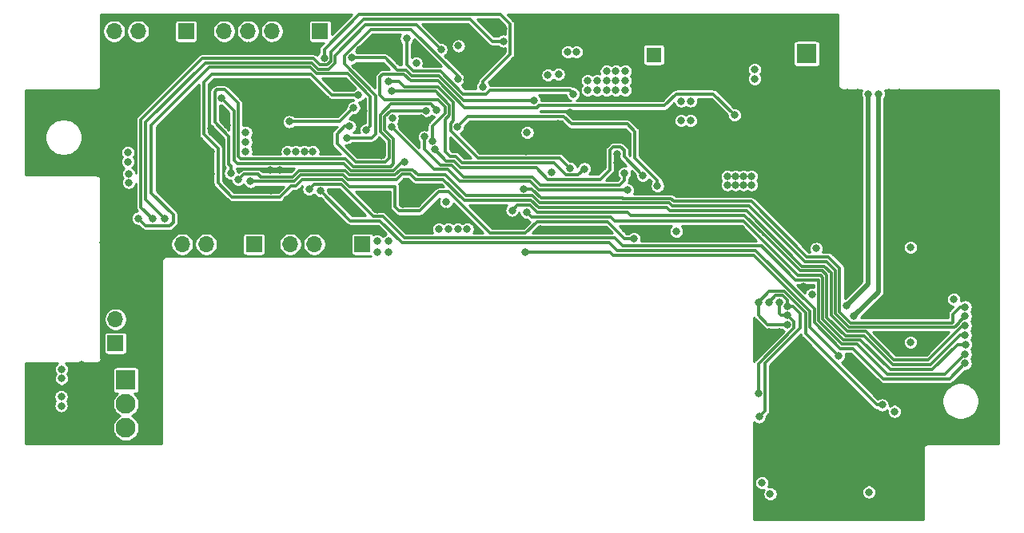
<source format=gbl>
G04 #@! TF.GenerationSoftware,KiCad,Pcbnew,(5.1.7)-1*
G04 #@! TF.CreationDate,2020-12-21T16:28:48+02:00*
G04 #@! TF.ProjectId,Smart104.ua_V3,536d6172-7431-4303-942e-75615f56332e,1.0*
G04 #@! TF.SameCoordinates,Original*
G04 #@! TF.FileFunction,Copper,L4,Bot*
G04 #@! TF.FilePolarity,Positive*
%FSLAX46Y46*%
G04 Gerber Fmt 4.6, Leading zero omitted, Abs format (unit mm)*
G04 Created by KiCad (PCBNEW (5.1.7)-1) date 2020-12-21 16:28:48*
%MOMM*%
%LPD*%
G01*
G04 APERTURE LIST*
G04 #@! TA.AperFunction,ComponentPad*
%ADD10C,2.100000*%
G04 #@! TD*
G04 #@! TA.AperFunction,ComponentPad*
%ADD11R,2.100000X2.100000*%
G04 #@! TD*
G04 #@! TA.AperFunction,ComponentPad*
%ADD12C,0.500000*%
G04 #@! TD*
G04 #@! TA.AperFunction,SMDPad,CuDef*
%ADD13R,2.380000X1.650000*%
G04 #@! TD*
G04 #@! TA.AperFunction,ComponentPad*
%ADD14O,1.700000X1.700000*%
G04 #@! TD*
G04 #@! TA.AperFunction,ComponentPad*
%ADD15R,1.700000X1.700000*%
G04 #@! TD*
G04 #@! TA.AperFunction,ComponentPad*
%ADD16R,1.600000X1.600000*%
G04 #@! TD*
G04 #@! TA.AperFunction,ComponentPad*
%ADD17C,1.600000*%
G04 #@! TD*
G04 #@! TA.AperFunction,ViaPad*
%ADD18C,0.800000*%
G04 #@! TD*
G04 #@! TA.AperFunction,Conductor*
%ADD19C,1.500000*%
G04 #@! TD*
G04 #@! TA.AperFunction,Conductor*
%ADD20C,0.300000*%
G04 #@! TD*
G04 #@! TA.AperFunction,Conductor*
%ADD21C,0.500000*%
G04 #@! TD*
G04 #@! TA.AperFunction,Conductor*
%ADD22C,0.600000*%
G04 #@! TD*
G04 #@! TA.AperFunction,Conductor*
%ADD23C,0.254000*%
G04 #@! TD*
G04 #@! TA.AperFunction,Conductor*
%ADD24C,0.100000*%
G04 #@! TD*
G04 APERTURE END LIST*
D10*
G04 #@! TO.P,J5,2*
G04 #@! TO.N,GND*
X183200000Y-95600000D03*
D11*
G04 #@! TO.P,J5,1*
G04 #@! TO.N,Net-(F1-Pad2)*
X183200000Y-98140000D03*
G04 #@! TD*
D10*
G04 #@! TO.P,J7,3*
G04 #@! TO.N,Net-(J7-Pad3)*
X111100000Y-137850000D03*
G04 #@! TO.P,J7,2*
G04 #@! TO.N,Net-(J7-Pad2)*
X111100000Y-135310000D03*
D11*
G04 #@! TO.P,J7,1*
G04 #@! TO.N,Net-(J7-Pad1)*
X111100000Y-132770000D03*
G04 #@! TD*
D12*
G04 #@! TO.P,U3,11*
G04 #@! TO.N,GND*
X166260000Y-108875000D03*
X166260000Y-107725000D03*
X167200000Y-108875000D03*
X167200000Y-107725000D03*
X168140000Y-108875000D03*
X168140000Y-107725000D03*
D13*
X167200000Y-108300000D03*
G04 #@! TD*
D14*
G04 #@! TO.P,J2,4*
G04 #@! TO.N,+BATT*
X109850000Y-95750000D03*
G04 #@! TO.P,J2,3*
G04 #@! TO.N,Net-(J2-Pad3)*
X112390000Y-95750000D03*
G04 #@! TO.P,J2,2*
G04 #@! TO.N,GND*
X114930000Y-95750000D03*
D15*
G04 #@! TO.P,J2,1*
G04 #@! TO.N,Net-(J2-Pad1)*
X117470000Y-95750000D03*
G04 #@! TD*
G04 #@! TO.P,J3,1*
G04 #@! TO.N,Net-(J3-Pad1)*
X124680000Y-118350000D03*
D14*
G04 #@! TO.P,J3,2*
G04 #@! TO.N,GND*
X122140000Y-118350000D03*
G04 #@! TO.P,J3,3*
G04 #@! TO.N,Net-(J3-Pad3)*
X119600000Y-118350000D03*
G04 #@! TO.P,J3,4*
G04 #@! TO.N,+BATT*
X117060000Y-118350000D03*
G04 #@! TD*
G04 #@! TO.P,J4,5*
G04 #@! TO.N,Net-(J4-Pad5)*
X121500000Y-95750000D03*
G04 #@! TO.P,J4,4*
G04 #@! TO.N,Net-(J4-Pad4)*
X124040000Y-95750000D03*
G04 #@! TO.P,J4,3*
G04 #@! TO.N,Net-(J4-Pad3)*
X126580000Y-95750000D03*
G04 #@! TO.P,J4,2*
G04 #@! TO.N,GND*
X129120000Y-95750000D03*
D15*
G04 #@! TO.P,J4,1*
G04 #@! TO.N,+BATT*
X131660000Y-95750000D03*
G04 #@! TD*
D14*
G04 #@! TO.P,J8,4*
G04 #@! TO.N,+BATT*
X128520000Y-118350000D03*
G04 #@! TO.P,J8,3*
G04 #@! TO.N,Net-(J8-Pad3)*
X131060000Y-118350000D03*
G04 #@! TO.P,J8,2*
G04 #@! TO.N,GND*
X133600000Y-118350000D03*
D15*
G04 #@! TO.P,J8,1*
G04 #@! TO.N,Net-(J8-Pad1)*
X136140000Y-118350000D03*
G04 #@! TD*
D14*
G04 #@! TO.P,J9,2*
G04 #@! TO.N,Net-(J9-Pad2)*
X110000000Y-126310000D03*
D15*
G04 #@! TO.P,J9,1*
G04 #@! TO.N,Net-(J9-Pad1)*
X110000000Y-128850000D03*
G04 #@! TD*
D16*
G04 #@! TO.P,C45,1*
G04 #@! TO.N,VCC*
X167000000Y-98250000D03*
D17*
G04 #@! TO.P,C45,2*
G04 #@! TO.N,GND*
X163500000Y-98250000D03*
G04 #@! TD*
D18*
G04 #@! TO.N,GND*
X138150000Y-108950000D03*
X126400000Y-110500000D03*
X127400000Y-110500000D03*
X130800000Y-107400000D03*
X126000000Y-105400000D03*
X127000000Y-105400000D03*
X125000000Y-105400000D03*
X126000000Y-106300000D03*
X126000000Y-107200000D03*
X135950000Y-99550000D03*
X134250000Y-101350000D03*
X142600000Y-97950000D03*
X120100000Y-110900000D03*
X120100000Y-108500000D03*
X120100000Y-106100000D03*
X118000000Y-103700000D03*
X116200000Y-107900000D03*
X116200000Y-111900000D03*
X116200000Y-105900000D03*
X153800000Y-97800000D03*
X110250000Y-122900000D03*
X114250000Y-122950000D03*
X112250000Y-122950000D03*
X106375000Y-131100000D03*
X106350000Y-134000000D03*
X107300000Y-135000000D03*
X128000000Y-97300000D03*
X115800000Y-100600000D03*
X113700000Y-97400000D03*
X112600000Y-97400000D03*
X138850000Y-114700000D03*
X137700000Y-114700000D03*
X137750000Y-113200000D03*
X138850000Y-113200000D03*
X192500000Y-141000000D03*
X196400000Y-137600000D03*
X180890000Y-144900000D03*
X188010000Y-143660000D03*
X182770000Y-143680000D03*
X174650000Y-105350000D03*
X179800000Y-102650000D03*
X178800000Y-102650000D03*
X184800000Y-99600000D03*
X199350000Y-115400000D03*
X198300000Y-103800000D03*
X199300000Y-103800000D03*
X202650000Y-104150000D03*
X201650000Y-104150000D03*
X202650000Y-109050000D03*
X201650000Y-109050000D03*
X178100000Y-127700000D03*
X180300000Y-127700000D03*
X161500000Y-107650000D03*
X161500000Y-106650000D03*
X177700000Y-102200000D03*
X173400000Y-106750000D03*
X173400000Y-105750000D03*
X173400000Y-103850000D03*
X171900000Y-109850000D03*
X171900000Y-108850000D03*
X171900000Y-107850000D03*
X163100000Y-108750000D03*
X187550000Y-102300000D03*
X191950000Y-106550000D03*
X193050000Y-102300000D03*
X188650000Y-106550000D03*
X198250000Y-115400000D03*
X187550000Y-106550000D03*
X198650000Y-107700000D03*
X194350000Y-107700000D03*
X188650000Y-102300000D03*
X191950000Y-102300000D03*
X193050000Y-106550000D03*
X178700000Y-106600000D03*
X192110000Y-139220000D03*
X191110000Y-140220000D03*
X191110000Y-138220000D03*
X179200000Y-127700000D03*
X182100000Y-131000000D03*
X195280000Y-128750000D03*
X194422891Y-125159953D03*
X182400000Y-128600000D03*
X174600000Y-98300000D03*
X175800000Y-98300000D03*
X173050000Y-98500006D03*
X173400000Y-104800000D03*
X171800000Y-98800000D03*
X198800000Y-123200000D03*
X124100001Y-97300597D03*
X126797165Y-97297157D03*
X121900000Y-97300000D03*
X173295715Y-101350011D03*
X120600000Y-116800000D03*
X132200000Y-116800000D03*
X131200000Y-116800000D03*
X134000000Y-113600000D03*
X128200000Y-113600000D03*
X128300000Y-114900000D03*
X140475699Y-114124301D03*
X107325000Y-132100000D03*
X156750000Y-98250000D03*
X154400000Y-97200000D03*
X156750000Y-99250000D03*
X152061048Y-99086038D03*
X182955338Y-118294662D03*
X168400000Y-117000000D03*
X168711684Y-111985475D03*
X164000000Y-116700000D03*
X166700000Y-117000000D03*
X155000000Y-116749990D03*
X158100000Y-104400000D03*
X163157290Y-109689170D03*
X162839635Y-111242211D03*
X160792885Y-108592885D03*
X160552526Y-109819872D03*
X145050000Y-114900000D03*
X125400000Y-116400000D03*
X117250010Y-116142783D03*
X185800000Y-99600000D03*
X194510475Y-114954825D03*
X152200000Y-116300000D03*
X153050000Y-116300000D03*
X146152068Y-108279717D03*
X135895263Y-97726307D03*
X182834430Y-122833004D03*
X183400000Y-116300000D03*
X124800000Y-101400008D03*
X127400000Y-101300008D03*
X126444982Y-112644982D03*
X112100000Y-117100008D03*
X172649902Y-113000000D03*
X173600000Y-113000000D03*
X173600000Y-111800000D03*
X108650074Y-118200000D03*
X114300000Y-117300000D03*
X111800000Y-105700000D03*
X111800000Y-106700000D03*
X116244982Y-109855018D03*
X117199982Y-113300000D03*
X109249990Y-99280000D03*
X109249990Y-100600000D03*
X153500000Y-108499990D03*
X147249999Y-100895147D03*
X140598601Y-111839922D03*
X186000000Y-100800000D03*
X121800000Y-105700000D03*
X176849986Y-103650000D03*
X177700000Y-103300000D03*
X181000000Y-99400000D03*
X140450000Y-116299990D03*
X122200000Y-101299936D03*
X132799957Y-104400079D03*
X145724528Y-96550010D03*
X144800000Y-96550010D03*
X136250018Y-104200000D03*
X131780553Y-107341549D03*
X140019977Y-98999979D03*
X136630000Y-108190000D03*
X130130000Y-103510000D03*
X151350000Y-116300000D03*
X150500000Y-116300000D03*
X101723164Y-103050000D03*
X101723164Y-105900000D03*
X101723164Y-108750000D03*
X101723164Y-132500000D03*
X101723164Y-135350000D03*
X101723164Y-138200000D03*
X103623164Y-104000000D03*
X103623164Y-109700000D03*
X103623164Y-137250000D03*
X105523164Y-103050000D03*
X105523164Y-138200000D03*
X106473164Y-109700000D03*
X107423164Y-104000000D03*
X107423164Y-106850000D03*
X107423164Y-137250000D03*
X108373164Y-108750000D03*
X109323164Y-102100000D03*
X109323164Y-104950000D03*
X109323164Y-110650000D03*
X109323164Y-113500000D03*
X109323164Y-116350000D03*
X110273164Y-106850000D03*
X111223164Y-103050000D03*
X114073164Y-138200000D03*
X119773164Y-97350000D03*
X178673164Y-146750000D03*
X179623164Y-95450000D03*
X179623164Y-132500000D03*
X180573164Y-134400000D03*
X181523164Y-141050000D03*
X181523164Y-146750000D03*
X182473164Y-132500000D03*
X182473164Y-135350000D03*
X183423164Y-107800000D03*
X183423164Y-110650000D03*
X183423164Y-113500000D03*
X183423164Y-139150000D03*
X183423164Y-145800000D03*
X185323164Y-95450000D03*
X185323164Y-117300000D03*
X185323164Y-138200000D03*
X185323164Y-144850000D03*
X186273164Y-110650000D03*
X186273164Y-113500000D03*
X186273164Y-140100000D03*
X186273164Y-146750000D03*
X187223164Y-116350000D03*
X187223164Y-119200000D03*
X188173164Y-112550000D03*
X188173164Y-145800000D03*
X189123164Y-138200000D03*
X189123164Y-141050000D03*
X190073164Y-146750000D03*
X191023164Y-142000000D03*
X191973164Y-108750000D03*
X191973164Y-119200000D03*
X192923164Y-117300000D03*
X192923164Y-146750000D03*
X193873164Y-109700000D03*
X193873164Y-112550000D03*
X194823164Y-103050000D03*
X194823164Y-145800000D03*
X195773164Y-104950000D03*
X195773164Y-134400000D03*
X196723164Y-123000000D03*
X198623164Y-138200000D03*
X200523164Y-123000000D03*
X201473164Y-124900000D03*
X201473164Y-127750000D03*
X201473164Y-130600000D03*
X201473164Y-137250000D03*
X202423164Y-114450000D03*
X202423164Y-117300000D03*
X202423164Y-120150000D03*
X202423164Y-132500000D03*
X202423164Y-135350000D03*
X142385134Y-104966017D03*
X156350000Y-102850000D03*
X131750000Y-104250000D03*
X151100000Y-95499972D03*
X157628125Y-107460910D03*
X156867980Y-105549936D03*
G04 #@! TO.N,VCC*
X169900000Y-105250000D03*
X169900000Y-103150000D03*
X170900000Y-105250000D03*
X170900000Y-103150000D03*
X174800000Y-111150000D03*
X175650000Y-111150000D03*
X176500000Y-111150000D03*
X177350000Y-111150000D03*
X177350000Y-112050000D03*
X176500000Y-112050000D03*
X175650000Y-112050000D03*
X174800000Y-112050000D03*
G04 #@! TO.N,+BATT*
X128200000Y-108500000D03*
X129100000Y-108500000D03*
X130000000Y-108500000D03*
X130900000Y-108500000D03*
X137700000Y-118000000D03*
X137700000Y-119200000D03*
X138950000Y-119200000D03*
X138950000Y-118000000D03*
X111300000Y-109600000D03*
X104275000Y-132600000D03*
X104275000Y-131625000D03*
X104250000Y-134525000D03*
X104250000Y-135500000D03*
X160000000Y-101000000D03*
X161000000Y-101000000D03*
X162000000Y-101000000D03*
X163000000Y-101000000D03*
X164000000Y-101000000D03*
X160000000Y-102000000D03*
X161000000Y-102000000D03*
X162000000Y-102000000D03*
X163000000Y-102000000D03*
X198800000Y-124200000D03*
X111300118Y-108600000D03*
X156164990Y-110699990D03*
X155800022Y-100400000D03*
X156913523Y-100336956D03*
X164000000Y-102000000D03*
X164000000Y-100000000D03*
X163000000Y-100000000D03*
X162000000Y-100000000D03*
G04 #@! TO.N,EXT_TXD*
X200000000Y-126000000D03*
X123000000Y-111500000D03*
G04 #@! TO.N,EXT_RXD*
X200000000Y-127000000D03*
X124300000Y-111700000D03*
G04 #@! TO.N,MCU_RESET*
X140600011Y-109599876D03*
X121200010Y-102825964D03*
G04 #@! TO.N,MCU_SWDIO*
X148900000Y-101650010D03*
X132100000Y-98600000D03*
G04 #@! TO.N,SIM_VDD*
X192500000Y-136100000D03*
X184230000Y-118800000D03*
X178470002Y-143670000D03*
X179335000Y-144844960D03*
X183750020Y-123684773D03*
G04 #@! TO.N,MCU_EM4WU5*
X115249992Y-115649998D03*
X144469983Y-97680019D03*
G04 #@! TO.N,+1V8*
X194200000Y-118700000D03*
X194200000Y-128740000D03*
G04 #@! TO.N,+3V3*
X177700000Y-99800000D03*
X158800000Y-97950000D03*
X157900000Y-97950000D03*
X189790000Y-144650000D03*
X169421242Y-116978758D03*
X141850000Y-99149992D03*
X177700000Y-100799934D03*
G04 #@! TO.N,MCU_EM4WU4*
X113900000Y-115650000D03*
X151100000Y-96800000D03*
G04 #@! TO.N,EXT_TXD_DBG*
X200000000Y-130000000D03*
X130500000Y-112500000D03*
G04 #@! TO.N,MCU_EM4WU6*
X112400000Y-115600000D03*
X136555017Y-106255019D03*
G04 #@! TO.N,EXT_RXD_DBG*
X200000000Y-131000000D03*
X131700000Y-112700032D03*
G04 #@! TO.N,Net-(Q7-Pad1)*
X164902792Y-117741687D03*
X135731198Y-102531198D03*
G04 #@! TO.N,BC66_ON_OFF*
X146199994Y-105900000D03*
X167400000Y-112150000D03*
G04 #@! TO.N,BC66_RST*
X186600000Y-130180002D03*
X153400000Y-119200000D03*
G04 #@! TO.N,BC66_PWR*
X164215664Y-112615664D03*
X139248743Y-105932754D03*
G04 #@! TO.N,SW_ENBL*
X143810313Y-108299723D03*
X165850000Y-111050050D03*
G04 #@! TO.N,V_SELECT*
X163900000Y-110799989D03*
X142701096Y-106952563D03*
G04 #@! TO.N,3V3_ENBL*
X175550000Y-104650000D03*
X143545814Y-107387274D03*
G04 #@! TO.N,SDA*
X154300000Y-103100010D03*
X135052957Y-98562993D03*
G04 #@! TO.N,SCL*
X158500000Y-102399989D03*
X140829423Y-96500010D03*
G04 #@! TO.N,BC66_RXD_DBG*
X190800000Y-102400000D03*
X188200000Y-126000000D03*
G04 #@! TO.N,BC66_TXD_DBG*
X189700000Y-102400000D03*
X187400080Y-124894982D03*
G04 #@! TO.N,MCU_RX1*
X200050000Y-129000000D03*
X153532841Y-114967159D03*
G04 #@! TO.N,MCU_TX1*
X200000000Y-128000000D03*
X151999968Y-114750000D03*
G04 #@! TO.N,MCU_RI*
X153225572Y-112467127D03*
X200000000Y-125000000D03*
G04 #@! TO.N,Net-(C14-Pad1)*
X178160000Y-136670000D03*
X179200000Y-124500000D03*
X181170080Y-124930000D03*
G04 #@! TO.N,ADC1*
X146249600Y-100850402D03*
X134490000Y-107050000D03*
G04 #@! TO.N,GPIO0*
X122200000Y-110800000D03*
X142904848Y-104170770D03*
G04 #@! TO.N,ADC0*
X134800024Y-105854904D03*
X144003677Y-104096319D03*
G04 #@! TO.N,Net-(C16-Pad1)*
X181170000Y-125880000D03*
X180300000Y-124500000D03*
X178099990Y-134170000D03*
G04 #@! TO.N,Net-(C19-Pad1)*
X181170000Y-126880000D03*
X178100000Y-124500000D03*
X191200000Y-135400000D03*
G04 #@! TO.N,+3.3VP*
X146318138Y-97304777D03*
X153600002Y-106500000D03*
X145000000Y-113849986D03*
X144250000Y-116750000D03*
X145250000Y-116750000D03*
X146250000Y-116750000D03*
X147250000Y-116750000D03*
X139305524Y-104984440D03*
G04 #@! TO.N,Net-(R49-Pad1)*
X138900000Y-101080000D03*
X158150006Y-110300000D03*
G04 #@! TO.N,Net-(R51-Pad1)*
X139280000Y-102120000D03*
X159665763Y-110350012D03*
G04 #@! TO.N,SENS_ENBL*
X135217930Y-103847173D03*
X128390012Y-105349988D03*
G04 #@! TO.N,VCCQ*
X111400000Y-110900000D03*
X111400000Y-111800000D03*
X123800000Y-106500000D03*
X123800000Y-107500000D03*
X123800000Y-108500000D03*
G04 #@! TD*
D19*
G04 #@! TO.N,+BATT*
X117060000Y-118330795D02*
X117060000Y-118350000D01*
D20*
G04 #@! TO.N,EXT_TXD*
X123600000Y-110900000D02*
X123000000Y-111500000D01*
X125100000Y-110900000D02*
X123600000Y-110900000D01*
X125400001Y-111200001D02*
X125100000Y-110900000D01*
X128763589Y-111200001D02*
X125400001Y-111200001D01*
X140147832Y-110449989D02*
X139597777Y-111000044D01*
X139597777Y-111000044D02*
X134790811Y-111000044D01*
X141474989Y-110449989D02*
X140147832Y-110449989D01*
X134315779Y-110525011D02*
X129438578Y-110525011D01*
X142029998Y-111004998D02*
X141474989Y-110449989D01*
X144954998Y-111004998D02*
X142029998Y-111004998D01*
X147149989Y-113199989D02*
X144954998Y-111004998D01*
X134790811Y-111000044D02*
X134315779Y-110525011D01*
X154163579Y-113199989D02*
X147149989Y-113199989D01*
X200000000Y-126000000D02*
X199240000Y-126760000D01*
X183017111Y-120179995D02*
X177137084Y-114299968D01*
X199240000Y-126760000D02*
X199240000Y-126782880D01*
X198872868Y-127150012D02*
X187677599Y-127150012D01*
X177137084Y-114299968D02*
X168931335Y-114299967D01*
X129438578Y-110525011D02*
X128763589Y-111200001D01*
X187677599Y-127150012D02*
X186250057Y-125722470D01*
X186250057Y-121122939D02*
X185307113Y-120179995D01*
X186250057Y-125722470D02*
X186250057Y-121122939D01*
X168931335Y-114299967D02*
X168597065Y-113965697D01*
X185307113Y-120179995D02*
X183017111Y-120179995D01*
X168597065Y-113965697D02*
X154929287Y-113965697D01*
X199240000Y-126782880D02*
X198872868Y-127150012D01*
X154929287Y-113965697D02*
X154163579Y-113199989D01*
G04 #@! TO.N,EXT_RXD*
X199730000Y-127000000D02*
X200000000Y-127000000D01*
X189436434Y-127600023D02*
X192466410Y-130630000D01*
X185800046Y-125908870D02*
X187491199Y-127600023D01*
X185100002Y-120680006D02*
X185800046Y-121380050D01*
X182720004Y-120680006D02*
X185100002Y-120680006D01*
X176839977Y-114799979D02*
X182720004Y-120680006D01*
X168724225Y-114799979D02*
X176839977Y-114799979D01*
X168389954Y-114465708D02*
X168724225Y-114799979D01*
X124300000Y-111700000D02*
X128900000Y-111700000D01*
X192466410Y-130630000D02*
X196100000Y-130630000D01*
X128900000Y-111700000D02*
X129624978Y-110975022D01*
X134129379Y-110975022D02*
X134604411Y-111450055D01*
X140334232Y-110900000D02*
X141200000Y-110900000D01*
X185800046Y-121380050D02*
X185800046Y-125908870D01*
X134604411Y-111450055D02*
X139784178Y-111450055D01*
X187491199Y-127600023D02*
X189436434Y-127600023D01*
X139784178Y-111450055D02*
X140334232Y-110900000D01*
X196100000Y-130630000D02*
X199730000Y-127000000D01*
X141200000Y-110900000D02*
X141755009Y-111455009D01*
X129624978Y-110975022D02*
X134129379Y-110975022D01*
X141755009Y-111455009D02*
X144705009Y-111455009D01*
X144705009Y-111455009D02*
X146950000Y-113700000D01*
X146950000Y-113700000D02*
X154027179Y-113700000D01*
X154027179Y-113700000D02*
X154792887Y-114465708D01*
X154792887Y-114465708D02*
X168389954Y-114465708D01*
G04 #@! TO.N,MCU_RESET*
X122549988Y-104175942D02*
X121200010Y-102825964D01*
X122549988Y-109449988D02*
X122549988Y-104175942D01*
X134213579Y-109786400D02*
X122886400Y-109786400D01*
X134977211Y-110550033D02*
X134213579Y-109786400D01*
X139411378Y-110550033D02*
X134977211Y-110550033D01*
X122886400Y-109786400D02*
X122549988Y-109449988D01*
X140361535Y-109599876D02*
X139411378Y-110550033D01*
X140600011Y-109599876D02*
X140361535Y-109599876D01*
G04 #@! TO.N,MCU_SWDIO*
X132100000Y-97650000D02*
X132100000Y-98600000D01*
X135799990Y-93950010D02*
X132100000Y-97650000D01*
X150740010Y-93950010D02*
X135799990Y-93950010D01*
X151800027Y-95010027D02*
X150740010Y-93950010D01*
X151800027Y-98184298D02*
X151800027Y-95010027D01*
X148900000Y-101084325D02*
X151800027Y-98184298D01*
X148900000Y-101650010D02*
X148900000Y-101084325D01*
G04 #@! TO.N,MCU_EM4WU5*
X130777561Y-99099978D02*
X131452602Y-99775019D01*
X133250013Y-98349987D02*
X136500000Y-95100000D01*
X119500022Y-99099978D02*
X130777561Y-99099978D01*
X133250013Y-99122402D02*
X133250013Y-98349987D01*
X132597396Y-99775019D02*
X133250013Y-99122402D01*
X141889964Y-95100000D02*
X144469983Y-97680019D01*
X131452602Y-99775019D02*
X132597396Y-99775019D01*
X136500000Y-95100000D02*
X141889964Y-95100000D01*
X113200000Y-105400000D02*
X119500022Y-99099978D01*
X113200000Y-113600006D02*
X113200000Y-105400000D01*
X115249992Y-115649998D02*
X113200000Y-113600006D01*
G04 #@! TO.N,MCU_EM4WU4*
X112700000Y-114450000D02*
X113900000Y-115650000D01*
X112700000Y-105100000D02*
X112700000Y-114450000D01*
X119150033Y-98649967D02*
X112700000Y-105100000D01*
X130963961Y-98649967D02*
X119150033Y-98649967D01*
X131639002Y-99325008D02*
X130963961Y-98649967D01*
X132410996Y-99325008D02*
X131639002Y-99325008D01*
X132800002Y-98936002D02*
X132410996Y-99325008D01*
X132800002Y-97949998D02*
X132800002Y-98936002D01*
X136299979Y-94450021D02*
X132800002Y-97949998D01*
X147550021Y-94450021D02*
X136299979Y-94450021D01*
X149900000Y-96800000D02*
X147550021Y-94450021D01*
X151100000Y-96800000D02*
X149900000Y-96800000D01*
G04 #@! TO.N,EXT_TXD_DBG*
X187297169Y-128950049D02*
X186931994Y-128950049D01*
X186931994Y-128950049D02*
X184449942Y-126467997D01*
X184431628Y-122132994D02*
X182051630Y-122132994D01*
X184450021Y-122151387D02*
X184431628Y-122132994D01*
X184449942Y-126467997D02*
X184450021Y-126467918D01*
X182051630Y-122132994D02*
X178568577Y-118649941D01*
X184450021Y-126467918D02*
X184450021Y-122151387D01*
X133881557Y-112000022D02*
X130999978Y-112000022D01*
X163700000Y-118500000D02*
X162900000Y-117700000D01*
X137281535Y-115400000D02*
X133881557Y-112000022D01*
X138300000Y-115400000D02*
X137281535Y-115400000D01*
X140600000Y-117700000D02*
X138300000Y-115400000D01*
X184450021Y-126467918D02*
X184450021Y-122151389D01*
X162900000Y-117700000D02*
X140600000Y-117700000D01*
X178418632Y-118500000D02*
X163700000Y-118500000D01*
X184450021Y-122151389D02*
X184431626Y-122132994D01*
X182051626Y-122132994D02*
X178418632Y-118500000D01*
X184431626Y-122132994D02*
X182051626Y-122132994D01*
X130999978Y-112000022D02*
X130500000Y-112500000D01*
X191750030Y-132150030D02*
X188550049Y-128950049D01*
X197849970Y-132150030D02*
X191750030Y-132150030D01*
X188550049Y-128950049D02*
X186931994Y-128950049D01*
X200000000Y-130000000D02*
X197849970Y-132150030D01*
G04 #@! TO.N,MCU_EM4WU6*
X113800000Y-105700000D02*
X119950011Y-99549989D01*
X113800000Y-112900000D02*
X113800000Y-105700000D01*
X119950011Y-99549989D02*
X130591161Y-99549989D01*
X134561028Y-100225026D02*
X137000013Y-102664011D01*
X112400000Y-115600000D02*
X113200000Y-116400000D01*
X131266198Y-100225026D02*
X134561028Y-100225026D01*
X115736002Y-116400000D02*
X116100000Y-116036002D01*
X113200000Y-116400000D02*
X115736002Y-116400000D01*
X137000013Y-105810023D02*
X136555017Y-106255019D01*
X137000013Y-102664011D02*
X137000013Y-105810023D01*
X116100000Y-116036002D02*
X116100000Y-115200000D01*
X116100000Y-115200000D02*
X113800000Y-112900000D01*
X130591161Y-99549989D02*
X131266198Y-100225026D01*
G04 #@! TO.N,EXT_RXD_DBG*
X134849977Y-115850009D02*
X131700000Y-112700032D01*
X140350000Y-118200000D02*
X138000009Y-115850009D01*
X163100000Y-119000000D02*
X162300000Y-118200000D01*
X177763998Y-119000000D02*
X163100000Y-119000000D01*
X183999932Y-125235934D02*
X177763998Y-119000000D01*
X183999932Y-126654398D02*
X183999932Y-125235934D01*
X188100059Y-129400059D02*
X186745593Y-129400059D01*
X191350041Y-132650041D02*
X188100059Y-129400059D01*
X138000009Y-115850009D02*
X134849977Y-115850009D01*
X186745593Y-129400059D02*
X183999932Y-126654398D01*
X198349959Y-132650041D02*
X191350041Y-132650041D01*
X162300000Y-118200000D02*
X140350000Y-118200000D01*
X200000000Y-131000000D02*
X198349959Y-132650041D01*
G04 #@! TO.N,Net-(Q7-Pad1)*
X126674492Y-100300000D02*
X126800000Y-100300000D01*
X124550001Y-113350001D02*
X124749999Y-113350001D01*
X124550001Y-113350001D02*
X122350001Y-113350001D01*
X132935960Y-102531198D02*
X135731198Y-102531198D01*
X120200000Y-100300000D02*
X130704762Y-100300000D01*
X120849989Y-108186400D02*
X119350001Y-106686412D01*
X122350001Y-113350001D02*
X120849989Y-111849989D01*
X119350001Y-106686412D02*
X119350001Y-101149999D01*
X130704762Y-100300000D02*
X132935960Y-102531198D01*
X120849989Y-111849989D02*
X120849989Y-108186400D01*
X119350001Y-101149999D02*
X120200000Y-100300000D01*
X127413997Y-113350001D02*
X124550001Y-113350001D01*
X128613987Y-112150011D02*
X127413997Y-113350001D01*
X129086400Y-112150011D02*
X128613987Y-112150011D01*
X134017946Y-111500000D02*
X129736411Y-111500000D01*
X162155737Y-115965739D02*
X154644261Y-115965739D01*
X139600001Y-114389999D02*
X139600001Y-112250001D01*
X153410000Y-117200000D02*
X149700000Y-117200000D01*
X149700000Y-117200000D02*
X145300000Y-112800000D01*
X154644261Y-115965739D02*
X153410000Y-117200000D01*
X139600001Y-112250001D02*
X134767947Y-112250001D01*
X129736411Y-111500000D02*
X129086400Y-112150011D01*
X145300000Y-112800000D02*
X144250000Y-112800000D01*
X144250000Y-112800000D02*
X142225698Y-114824302D01*
X164902792Y-117741687D02*
X163931685Y-117741687D01*
X142225698Y-114824302D02*
X140034304Y-114824302D01*
X163931685Y-117741687D02*
X162155737Y-115965739D01*
X134767947Y-112250001D02*
X134017946Y-111500000D01*
X140034304Y-114824302D02*
X139600001Y-114389999D01*
G04 #@! TO.N,BC66_ON_OFF*
X158265685Y-105600000D02*
X164200000Y-105600000D01*
X146199994Y-105900000D02*
X147299993Y-104800001D01*
X167400000Y-111584315D02*
X167400000Y-112150000D01*
X165000000Y-109184315D02*
X167400000Y-111584315D01*
X165000000Y-106400000D02*
X165000000Y-109184315D01*
X157465686Y-104800001D02*
X158265685Y-105600000D01*
X164200000Y-105600000D02*
X165000000Y-106400000D01*
X147299993Y-104800001D02*
X157465686Y-104800001D01*
G04 #@! TO.N,BC66_RST*
X183549921Y-125422334D02*
X183549921Y-127129923D01*
X183549921Y-127129923D02*
X186600000Y-130180002D01*
X177627587Y-119500000D02*
X183549921Y-125422334D01*
X162700000Y-119500000D02*
X177627587Y-119500000D01*
X162400000Y-119200000D02*
X162700000Y-119500000D01*
X153400000Y-119200000D02*
X162400000Y-119200000D01*
G04 #@! TO.N,BC66_PWR*
X143745738Y-110429749D02*
X139248743Y-105932754D01*
X145179749Y-110429749D02*
X143745738Y-110429749D01*
X146450010Y-111700010D02*
X145179749Y-110429749D01*
X153936420Y-111700010D02*
X146450010Y-111700010D01*
X154852074Y-112615664D02*
X153936420Y-111700010D01*
X164215664Y-112615664D02*
X154852074Y-112615664D01*
G04 #@! TO.N,SW_ENBL*
X143810313Y-108299723D02*
X145040319Y-109529729D01*
X155802746Y-111450012D02*
X161349988Y-111450012D01*
X163460001Y-107999999D02*
X163850001Y-108389999D01*
X162349999Y-110450001D02*
X162349999Y-108389999D01*
X145040319Y-109529729D02*
X145836851Y-109529729D01*
X161349988Y-111450012D02*
X162349999Y-110450001D01*
X146507122Y-110200000D02*
X154552734Y-110200000D01*
X154552734Y-110200000D02*
X155802746Y-111450012D01*
X163850001Y-108389999D02*
X163850001Y-109050051D01*
X162349999Y-108389999D02*
X162739999Y-107999999D01*
X162739999Y-107999999D02*
X163460001Y-107999999D01*
X145836851Y-109529729D02*
X146507122Y-110200000D01*
X163850001Y-109050051D02*
X165850000Y-111050050D01*
G04 #@! TO.N,V_SELECT*
X142701096Y-108264686D02*
X142701096Y-106952563D01*
X154122820Y-111249999D02*
X146849999Y-111249999D01*
X145579738Y-109979738D02*
X144416148Y-109979738D01*
X146849999Y-111249999D02*
X145579738Y-109979738D01*
X154972821Y-112100000D02*
X154122820Y-111249999D01*
X163365675Y-112100000D02*
X154972821Y-112100000D01*
X163900000Y-111565675D02*
X163365675Y-112100000D01*
X144416148Y-109979738D02*
X142701096Y-108264686D01*
X163900000Y-110799989D02*
X163900000Y-111565675D01*
G04 #@! TO.N,3V3_ENBL*
X144136411Y-101000000D02*
X146986423Y-103850012D01*
X173299999Y-102399999D02*
X175550000Y-104650000D01*
X146986423Y-103850012D02*
X154660002Y-103850012D01*
X143545814Y-107387274D02*
X143545814Y-105782826D01*
X138000000Y-100600000D02*
X138300000Y-100300000D01*
X138000000Y-102500000D02*
X138000000Y-100600000D01*
X138500000Y-103000000D02*
X138000000Y-102500000D01*
X144136002Y-103000000D02*
X138500000Y-103000000D01*
X143545814Y-105782826D02*
X144896320Y-104432320D01*
X138300000Y-100300000D02*
X140550000Y-100300000D01*
X140550000Y-100300000D02*
X141250000Y-101000000D01*
X169400001Y-102399999D02*
X173299999Y-102399999D01*
X141250000Y-101000000D02*
X144136411Y-101000000D01*
X168150001Y-103649999D02*
X169400001Y-102399999D01*
X144896320Y-103760318D02*
X144136002Y-103000000D01*
X154860015Y-103649999D02*
X168150001Y-103649999D01*
X154660002Y-103850012D02*
X154860015Y-103649999D01*
X144896320Y-104432320D02*
X144896320Y-103760318D01*
G04 #@! TO.N,SDA*
X135052957Y-98562993D02*
X138562993Y-98562993D01*
X139849989Y-99849989D02*
X140736400Y-99849989D01*
X140736400Y-99849989D02*
X141336420Y-100450010D01*
X144222832Y-100450010D02*
X146872832Y-103100010D01*
X138562993Y-98562993D02*
X139849989Y-99849989D01*
X146872832Y-103100010D02*
X154300000Y-103100010D01*
X141336420Y-100450010D02*
X144222832Y-100450010D01*
G04 #@! TO.N,SCL*
X141522820Y-99999999D02*
X140829423Y-99306602D01*
X158100001Y-101999990D02*
X149660022Y-101999990D01*
X149660022Y-101999990D02*
X149260035Y-102399977D01*
X149260035Y-102399977D02*
X146809209Y-102399977D01*
X146809209Y-102399977D02*
X144409232Y-99999999D01*
X144409232Y-99999999D02*
X141522820Y-99999999D01*
X158500000Y-102399989D02*
X158100001Y-101999990D01*
X140829423Y-99306602D02*
X140829423Y-96500010D01*
D21*
G04 #@! TO.N,BC66_RXD_DBG*
X190800000Y-102400000D02*
X190800000Y-123400000D01*
X190800000Y-123400000D02*
X188200000Y-126000000D01*
D22*
G04 #@! TO.N,BC66_TXD_DBG*
X189669989Y-102430011D02*
X189700000Y-102400000D01*
D21*
X189700000Y-122595062D02*
X187400080Y-124894982D01*
X189700000Y-102400000D02*
X189700000Y-122595062D01*
D20*
G04 #@! TO.N,MCU_RX1*
X154031411Y-115465729D02*
X153532841Y-114967159D01*
X200050000Y-129000000D02*
X199175756Y-129000000D01*
X192050019Y-131650019D02*
X188900045Y-128500045D01*
X162852600Y-115900000D02*
X162418329Y-115465729D01*
X188900045Y-128500045D02*
X187118399Y-128500045D01*
X199175756Y-129000000D02*
X196525737Y-131650019D01*
X184685778Y-121680024D02*
X182305777Y-121680023D01*
X162418329Y-115465729D02*
X154031411Y-115465729D01*
X187118399Y-128500045D02*
X184900024Y-126281670D01*
X196525737Y-131650019D02*
X192050019Y-131650019D01*
X182305777Y-121680023D02*
X176525754Y-115900000D01*
X184900024Y-126281670D02*
X184900024Y-121894270D01*
X184900024Y-121894270D02*
X184685778Y-121680024D01*
X176525754Y-115900000D02*
X162852600Y-115900000D01*
G04 #@! TO.N,MCU_TX1*
X178766438Y-117433562D02*
X178632876Y-117300000D01*
X154641403Y-114965719D02*
X153892842Y-114217158D01*
X164256965Y-114965719D02*
X154641403Y-114965719D01*
X176632866Y-115299990D02*
X164591236Y-115299990D01*
X164591236Y-115299990D02*
X164256965Y-114965719D01*
X153892842Y-114217158D02*
X152532810Y-114217158D01*
X178766438Y-117433562D02*
X176632866Y-115299990D01*
X152532810Y-114217158D02*
X151999968Y-114750000D01*
X182512889Y-121180013D02*
X178766438Y-117433562D01*
X184892890Y-121180014D02*
X182512889Y-121180013D01*
X185350035Y-121637159D02*
X184892890Y-121180014D01*
X187304799Y-128050034D02*
X185350035Y-126095270D01*
X192350008Y-131150008D02*
X189250034Y-128050034D01*
X185350035Y-126095270D02*
X185350035Y-121637159D01*
X196284307Y-131150008D02*
X192350008Y-131150008D01*
X199434315Y-128000000D02*
X196284307Y-131150008D01*
X200000000Y-128000000D02*
X199434315Y-128000000D01*
X189250034Y-128050034D02*
X187304799Y-128050034D01*
G04 #@! TO.N,MCU_RI*
X185514223Y-119679985D02*
X185514221Y-119679983D01*
X198672880Y-126642880D02*
X198615759Y-126700001D01*
X186700068Y-125536070D02*
X186700068Y-120865830D01*
X198672880Y-125761435D02*
X198672880Y-126642880D01*
X200000000Y-125000000D02*
X199434315Y-125000000D01*
X187863999Y-126700001D02*
X186700068Y-125536070D01*
X198615759Y-126700001D02*
X187863999Y-126700001D01*
X199434315Y-125000000D02*
X198672880Y-125761435D01*
X186700068Y-120865830D02*
X185514223Y-119679985D01*
X163729684Y-113465686D02*
X155065686Y-113465686D01*
X168838491Y-113500001D02*
X163763999Y-113500001D01*
X169138447Y-113799957D02*
X168838491Y-113500001D01*
X177344195Y-113799957D02*
X169138447Y-113799957D01*
X183224223Y-119679985D02*
X177344195Y-113799957D01*
X185514223Y-119679985D02*
X183224223Y-119679985D01*
X154067127Y-112467127D02*
X153225572Y-112467127D01*
X163763999Y-113500001D02*
X163729684Y-113465686D01*
X155065686Y-113465686D02*
X154067127Y-112467127D01*
G04 #@! TO.N,Net-(C14-Pad1)*
X181735765Y-124930000D02*
X181170080Y-124930000D01*
X178800000Y-136030000D02*
X178800000Y-130976014D01*
X178800000Y-130976014D02*
X182499991Y-127276023D01*
X180654765Y-123800000D02*
X179900000Y-123800000D01*
X179900000Y-123800000D02*
X179200000Y-124500000D01*
X181170080Y-124315315D02*
X180654765Y-123800000D01*
X178160000Y-136670000D02*
X178800000Y-136030000D01*
X182499991Y-127276023D02*
X182499991Y-125694226D01*
X182499991Y-125694226D02*
X181735765Y-124930000D01*
X181170080Y-124930000D02*
X181170080Y-124315315D01*
G04 #@! TO.N,ADC1*
X137133956Y-107050000D02*
X134490000Y-107050000D01*
X137549989Y-106633967D02*
X137133956Y-107050000D01*
X134221495Y-99249082D02*
X137549989Y-102577576D01*
X134221495Y-98358453D02*
X134221495Y-99249082D01*
X137549989Y-102577576D02*
X137549989Y-106633967D01*
X137029948Y-95550000D02*
X134221495Y-98358453D01*
X141314883Y-95550000D02*
X137029948Y-95550000D01*
X146249600Y-100484717D02*
X141314883Y-95550000D01*
X146249600Y-100850402D02*
X146249600Y-100484717D01*
G04 #@! TO.N,GPIO0*
X139129230Y-104170770D02*
X142904848Y-104170770D01*
X139450001Y-107150001D02*
X138500002Y-106200001D01*
X139450000Y-109825000D02*
X139450001Y-107150001D01*
X120500000Y-102163998D02*
X120714004Y-101949994D01*
X134363589Y-109299999D02*
X135163611Y-110100022D01*
X120500000Y-105431999D02*
X120500000Y-102163998D01*
X122000000Y-106931999D02*
X120500000Y-105431999D01*
X120714004Y-101949994D02*
X121549994Y-101949994D01*
X138500002Y-106200001D02*
X138500002Y-104799998D01*
X121549994Y-101949994D02*
X122999999Y-103399999D01*
X122999999Y-103399999D02*
X122999999Y-109049999D01*
X122999999Y-109049999D02*
X123249999Y-109299999D01*
X123249999Y-109299999D02*
X134363589Y-109299999D01*
X138500002Y-104799998D02*
X139129230Y-104170770D01*
X135163611Y-110100022D02*
X139174978Y-110100022D01*
X139174978Y-110100022D02*
X139450000Y-109825000D01*
X122200000Y-110800000D02*
X122200000Y-110050000D01*
X122000000Y-109850000D02*
X122000000Y-106931999D01*
X122200000Y-110050000D02*
X122000000Y-109850000D01*
G04 #@! TO.N,ADC0*
X133459094Y-107673094D02*
X135436011Y-109650011D01*
X133459094Y-106630149D02*
X133459094Y-107673094D01*
X138049991Y-104613598D02*
X139192829Y-103470760D01*
X134234339Y-105854904D02*
X133459094Y-106630149D01*
X134800024Y-105854904D02*
X134234339Y-105854904D01*
X135436011Y-109650011D02*
X138549989Y-109650011D01*
X138549989Y-109650011D02*
X138999990Y-109200010D01*
X138999990Y-107336400D02*
X138049991Y-106386401D01*
X138049991Y-106386401D02*
X138049991Y-104613598D01*
X143378118Y-103470760D02*
X144003677Y-104096319D01*
X139192829Y-103470760D02*
X143378118Y-103470760D01*
X138999990Y-109200010D02*
X138999990Y-107336400D01*
G04 #@! TO.N,Net-(C16-Pad1)*
X181870001Y-126580001D02*
X181870001Y-127269603D01*
X181170000Y-125880000D02*
X181870001Y-126580001D01*
X181870001Y-127269603D02*
X178099990Y-131039614D01*
X178099990Y-131039614D02*
X178099990Y-134170000D01*
X181170000Y-125880000D02*
X180480000Y-125880000D01*
X180300000Y-125700000D02*
X180300000Y-124500000D01*
X180480000Y-125880000D02*
X180300000Y-125700000D01*
G04 #@! TO.N,Net-(C19-Pad1)*
X181170000Y-126880000D02*
X179080000Y-126880000D01*
X178100000Y-125900000D02*
X178100000Y-124500000D01*
X179080000Y-126880000D02*
X178100000Y-125900000D01*
X178100000Y-124500000D02*
X179250011Y-123349989D01*
X179250011Y-123349989D02*
X180841165Y-123349989D01*
X183099910Y-125608734D02*
X183099910Y-127865595D01*
X180841165Y-123349989D02*
X183099910Y-125608734D01*
X190634315Y-135400000D02*
X191200000Y-135400000D01*
X183099910Y-127865595D02*
X190634315Y-135400000D01*
G04 #@! TO.N,Net-(R49-Pad1)*
X144150000Y-101650000D02*
X145800000Y-103300000D01*
X148384922Y-109200000D02*
X157050006Y-109200000D01*
X145499992Y-106315070D02*
X148384922Y-109200000D01*
X145800000Y-103300000D02*
X145800000Y-105263990D01*
X138900000Y-101080000D02*
X140050000Y-101080000D01*
X157050006Y-109200000D02*
X158150006Y-110300000D01*
X140620000Y-101650000D02*
X144150000Y-101650000D01*
X145800000Y-105263990D02*
X145499992Y-105563998D01*
X140050000Y-101080000D02*
X140620000Y-101650000D01*
X145499992Y-105563998D02*
X145499992Y-106315070D01*
G04 #@! TO.N,Net-(R51-Pad1)*
X145429718Y-109029718D02*
X146043962Y-109029718D01*
X145346331Y-104653669D02*
X144900000Y-105100000D01*
X156413986Y-109700000D02*
X157713998Y-111000012D01*
X157713998Y-111000012D02*
X159015763Y-111000012D01*
X159015763Y-111000012D02*
X159665763Y-110350012D01*
X143892413Y-102120000D02*
X145346331Y-103573918D01*
X144900000Y-105100000D02*
X144900000Y-108500000D01*
X145346331Y-103573918D02*
X145346331Y-104653669D01*
X146714244Y-109700000D02*
X156413986Y-109700000D01*
X146043962Y-109029718D02*
X146714244Y-109700000D01*
X139280000Y-102120000D02*
X143892413Y-102120000D01*
X144900000Y-108500000D02*
X145429718Y-109029718D01*
G04 #@! TO.N,SENS_ENBL*
X135217930Y-103847173D02*
X133715115Y-105349988D01*
X133715115Y-105349988D02*
X128390012Y-105349988D01*
G04 #@! TD*
D23*
G04 #@! TO.N,GND*
X203523001Y-139523000D02*
X196023422Y-139523000D01*
X196000000Y-139520693D01*
X195976577Y-139523000D01*
X195906492Y-139529903D01*
X195816577Y-139557178D01*
X195733711Y-139601471D01*
X195661079Y-139661079D01*
X195601471Y-139733711D01*
X195557178Y-139816577D01*
X195529903Y-139906492D01*
X195520693Y-140000000D01*
X195523000Y-140023422D01*
X195523001Y-147523000D01*
X177627000Y-147523000D01*
X177627000Y-143593472D01*
X177693002Y-143593472D01*
X177693002Y-143746528D01*
X177722861Y-143896643D01*
X177781433Y-144038048D01*
X177866466Y-144165309D01*
X177974693Y-144273536D01*
X178101954Y-144358569D01*
X178243359Y-144417141D01*
X178393474Y-144447000D01*
X178546530Y-144447000D01*
X178684794Y-144419498D01*
X178646431Y-144476912D01*
X178587859Y-144618317D01*
X178558000Y-144768432D01*
X178558000Y-144921488D01*
X178587859Y-145071603D01*
X178646431Y-145213008D01*
X178731464Y-145340269D01*
X178839691Y-145448496D01*
X178966952Y-145533529D01*
X179108357Y-145592101D01*
X179258472Y-145621960D01*
X179411528Y-145621960D01*
X179561643Y-145592101D01*
X179703048Y-145533529D01*
X179830309Y-145448496D01*
X179938536Y-145340269D01*
X180023569Y-145213008D01*
X180082141Y-145071603D01*
X180112000Y-144921488D01*
X180112000Y-144768432D01*
X180082141Y-144618317D01*
X180063566Y-144573472D01*
X189013000Y-144573472D01*
X189013000Y-144726528D01*
X189042859Y-144876643D01*
X189101431Y-145018048D01*
X189186464Y-145145309D01*
X189294691Y-145253536D01*
X189421952Y-145338569D01*
X189563357Y-145397141D01*
X189713472Y-145427000D01*
X189866528Y-145427000D01*
X190016643Y-145397141D01*
X190158048Y-145338569D01*
X190285309Y-145253536D01*
X190393536Y-145145309D01*
X190478569Y-145018048D01*
X190537141Y-144876643D01*
X190567000Y-144726528D01*
X190567000Y-144573472D01*
X190537141Y-144423357D01*
X190478569Y-144281952D01*
X190393536Y-144154691D01*
X190285309Y-144046464D01*
X190158048Y-143961431D01*
X190016643Y-143902859D01*
X189866528Y-143873000D01*
X189713472Y-143873000D01*
X189563357Y-143902859D01*
X189421952Y-143961431D01*
X189294691Y-144046464D01*
X189186464Y-144154691D01*
X189101431Y-144281952D01*
X189042859Y-144423357D01*
X189013000Y-144573472D01*
X180063566Y-144573472D01*
X180023569Y-144476912D01*
X179938536Y-144349651D01*
X179830309Y-144241424D01*
X179703048Y-144156391D01*
X179561643Y-144097819D01*
X179411528Y-144067960D01*
X179258472Y-144067960D01*
X179120208Y-144095462D01*
X179158571Y-144038048D01*
X179217143Y-143896643D01*
X179247002Y-143746528D01*
X179247002Y-143593472D01*
X179217143Y-143443357D01*
X179158571Y-143301952D01*
X179073538Y-143174691D01*
X178965311Y-143066464D01*
X178838050Y-142981431D01*
X178696645Y-142922859D01*
X178546530Y-142893000D01*
X178393474Y-142893000D01*
X178243359Y-142922859D01*
X178101954Y-142981431D01*
X177974693Y-143066464D01*
X177866466Y-143174691D01*
X177781433Y-143301952D01*
X177722861Y-143443357D01*
X177693002Y-143593472D01*
X177627000Y-143593472D01*
X177627000Y-137235845D01*
X177664691Y-137273536D01*
X177791952Y-137358569D01*
X177933357Y-137417141D01*
X178083472Y-137447000D01*
X178236528Y-137447000D01*
X178386643Y-137417141D01*
X178528048Y-137358569D01*
X178655309Y-137273536D01*
X178763536Y-137165309D01*
X178848569Y-137038048D01*
X178907141Y-136896643D01*
X178937000Y-136746528D01*
X178937000Y-136638290D01*
X179154344Y-136420947D01*
X179174448Y-136404448D01*
X179240304Y-136324202D01*
X179289239Y-136232650D01*
X179319374Y-136133310D01*
X179327000Y-136055881D01*
X179327000Y-136055880D01*
X179329549Y-136030000D01*
X179327000Y-136004119D01*
X179327000Y-131194303D01*
X182578013Y-127943291D01*
X182580536Y-127968904D01*
X182610671Y-128068244D01*
X182659606Y-128159796D01*
X182659607Y-128159797D01*
X182725463Y-128240043D01*
X182745572Y-128256546D01*
X190243369Y-135754345D01*
X190259867Y-135774448D01*
X190340113Y-135840304D01*
X190431665Y-135889239D01*
X190531005Y-135919374D01*
X190630309Y-135929154D01*
X190704691Y-136003536D01*
X190831952Y-136088569D01*
X190973357Y-136147141D01*
X191123472Y-136177000D01*
X191276528Y-136177000D01*
X191426643Y-136147141D01*
X191568048Y-136088569D01*
X191695309Y-136003536D01*
X191734826Y-135964019D01*
X191723000Y-136023472D01*
X191723000Y-136176528D01*
X191752859Y-136326643D01*
X191811431Y-136468048D01*
X191896464Y-136595309D01*
X192004691Y-136703536D01*
X192131952Y-136788569D01*
X192273357Y-136847141D01*
X192423472Y-136877000D01*
X192576528Y-136877000D01*
X192726643Y-136847141D01*
X192868048Y-136788569D01*
X192995309Y-136703536D01*
X193103536Y-136595309D01*
X193188569Y-136468048D01*
X193247141Y-136326643D01*
X193277000Y-136176528D01*
X193277000Y-136023472D01*
X193247141Y-135873357D01*
X193188569Y-135731952D01*
X193103536Y-135604691D01*
X192995309Y-135496464D01*
X192868048Y-135411431D01*
X192726643Y-135352859D01*
X192576528Y-135323000D01*
X192423472Y-135323000D01*
X192273357Y-135352859D01*
X192131952Y-135411431D01*
X192004691Y-135496464D01*
X191965174Y-135535981D01*
X191977000Y-135476528D01*
X191977000Y-135323472D01*
X191947141Y-135173357D01*
X191888569Y-135031952D01*
X191803536Y-134904691D01*
X191704127Y-134805282D01*
X197523000Y-134805282D01*
X197523000Y-135194718D01*
X197598975Y-135576670D01*
X197748005Y-135936461D01*
X197964364Y-136260264D01*
X198239736Y-136535636D01*
X198563539Y-136751995D01*
X198923330Y-136901025D01*
X199305282Y-136977000D01*
X199694718Y-136977000D01*
X200076670Y-136901025D01*
X200436461Y-136751995D01*
X200760264Y-136535636D01*
X201035636Y-136260264D01*
X201251995Y-135936461D01*
X201401025Y-135576670D01*
X201477000Y-135194718D01*
X201477000Y-134805282D01*
X201401025Y-134423330D01*
X201251995Y-134063539D01*
X201035636Y-133739736D01*
X200760264Y-133464364D01*
X200436461Y-133248005D01*
X200076670Y-133098975D01*
X199694718Y-133023000D01*
X199305282Y-133023000D01*
X198923330Y-133098975D01*
X198563539Y-133248005D01*
X198239736Y-133464364D01*
X197964364Y-133739736D01*
X197748005Y-134063539D01*
X197598975Y-134423330D01*
X197523000Y-134805282D01*
X191704127Y-134805282D01*
X191695309Y-134796464D01*
X191568048Y-134711431D01*
X191426643Y-134652859D01*
X191276528Y-134623000D01*
X191123472Y-134623000D01*
X190973357Y-134652859D01*
X190831952Y-134711431D01*
X190747480Y-134767874D01*
X186883286Y-130903681D01*
X186968048Y-130868571D01*
X187095309Y-130783538D01*
X187203536Y-130675311D01*
X187288569Y-130548050D01*
X187347141Y-130406645D01*
X187377000Y-130256530D01*
X187377000Y-130103474D01*
X187347141Y-129953359D01*
X187336247Y-129927059D01*
X187881770Y-129927059D01*
X190959095Y-133004386D01*
X190975593Y-133024489D01*
X191055839Y-133090345D01*
X191147391Y-133139280D01*
X191246731Y-133169415D01*
X191350041Y-133179590D01*
X191375922Y-133177041D01*
X198324078Y-133177041D01*
X198349959Y-133179590D01*
X198375840Y-133177041D01*
X198453269Y-133169415D01*
X198552609Y-133139280D01*
X198644161Y-133090345D01*
X198724407Y-133024489D01*
X198740914Y-133004375D01*
X199968290Y-131777000D01*
X200076528Y-131777000D01*
X200226643Y-131747141D01*
X200368048Y-131688569D01*
X200495309Y-131603536D01*
X200603536Y-131495309D01*
X200688569Y-131368048D01*
X200747141Y-131226643D01*
X200777000Y-131076528D01*
X200777000Y-130923472D01*
X200747141Y-130773357D01*
X200688569Y-130631952D01*
X200603536Y-130504691D01*
X200598845Y-130500000D01*
X200603536Y-130495309D01*
X200688569Y-130368048D01*
X200747141Y-130226643D01*
X200777000Y-130076528D01*
X200777000Y-129923472D01*
X200747141Y-129773357D01*
X200688569Y-129631952D01*
X200619805Y-129529040D01*
X200653536Y-129495309D01*
X200738569Y-129368048D01*
X200797141Y-129226643D01*
X200827000Y-129076528D01*
X200827000Y-128923472D01*
X200797141Y-128773357D01*
X200738569Y-128631952D01*
X200653536Y-128504691D01*
X200619805Y-128470960D01*
X200688569Y-128368048D01*
X200747141Y-128226643D01*
X200777000Y-128076528D01*
X200777000Y-127923472D01*
X200747141Y-127773357D01*
X200688569Y-127631952D01*
X200603536Y-127504691D01*
X200598845Y-127500000D01*
X200603536Y-127495309D01*
X200688569Y-127368048D01*
X200747141Y-127226643D01*
X200777000Y-127076528D01*
X200777000Y-126923472D01*
X200747141Y-126773357D01*
X200688569Y-126631952D01*
X200603536Y-126504691D01*
X200598845Y-126500000D01*
X200603536Y-126495309D01*
X200688569Y-126368048D01*
X200747141Y-126226643D01*
X200777000Y-126076528D01*
X200777000Y-125923472D01*
X200747141Y-125773357D01*
X200688569Y-125631952D01*
X200603536Y-125504691D01*
X200598845Y-125500000D01*
X200603536Y-125495309D01*
X200688569Y-125368048D01*
X200747141Y-125226643D01*
X200777000Y-125076528D01*
X200777000Y-124923472D01*
X200747141Y-124773357D01*
X200688569Y-124631952D01*
X200603536Y-124504691D01*
X200495309Y-124396464D01*
X200368048Y-124311431D01*
X200226643Y-124252859D01*
X200076528Y-124223000D01*
X199923472Y-124223000D01*
X199773357Y-124252859D01*
X199631952Y-124311431D01*
X199560571Y-124359127D01*
X199577000Y-124276528D01*
X199577000Y-124123472D01*
X199547141Y-123973357D01*
X199488569Y-123831952D01*
X199403536Y-123704691D01*
X199295309Y-123596464D01*
X199168048Y-123511431D01*
X199026643Y-123452859D01*
X198876528Y-123423000D01*
X198723472Y-123423000D01*
X198573357Y-123452859D01*
X198431952Y-123511431D01*
X198304691Y-123596464D01*
X198196464Y-123704691D01*
X198111431Y-123831952D01*
X198052859Y-123973357D01*
X198023000Y-124123472D01*
X198023000Y-124276528D01*
X198052859Y-124426643D01*
X198111431Y-124568048D01*
X198196464Y-124695309D01*
X198304691Y-124803536D01*
X198431952Y-124888569D01*
X198573357Y-124947141D01*
X198713924Y-124975101D01*
X198318546Y-125370480D01*
X198298432Y-125386987D01*
X198232576Y-125467233D01*
X198198955Y-125530135D01*
X198183641Y-125558786D01*
X198153506Y-125658126D01*
X198143331Y-125761435D01*
X198145880Y-125787316D01*
X198145880Y-126173001D01*
X188957811Y-126173001D01*
X188968761Y-126117950D01*
X191221578Y-123865134D01*
X191245501Y-123845501D01*
X191323853Y-123750028D01*
X191382075Y-123641103D01*
X191417927Y-123522913D01*
X191427000Y-123430794D01*
X191427000Y-123430793D01*
X191430033Y-123400001D01*
X191427000Y-123369209D01*
X191427000Y-118623472D01*
X193423000Y-118623472D01*
X193423000Y-118776528D01*
X193452859Y-118926643D01*
X193511431Y-119068048D01*
X193596464Y-119195309D01*
X193704691Y-119303536D01*
X193831952Y-119388569D01*
X193973357Y-119447141D01*
X194123472Y-119477000D01*
X194276528Y-119477000D01*
X194426643Y-119447141D01*
X194568048Y-119388569D01*
X194695309Y-119303536D01*
X194803536Y-119195309D01*
X194888569Y-119068048D01*
X194947141Y-118926643D01*
X194977000Y-118776528D01*
X194977000Y-118623472D01*
X194947141Y-118473357D01*
X194888569Y-118331952D01*
X194803536Y-118204691D01*
X194695309Y-118096464D01*
X194568048Y-118011431D01*
X194426643Y-117952859D01*
X194276528Y-117923000D01*
X194123472Y-117923000D01*
X193973357Y-117952859D01*
X193831952Y-118011431D01*
X193704691Y-118096464D01*
X193596464Y-118204691D01*
X193511431Y-118331952D01*
X193452859Y-118473357D01*
X193423000Y-118623472D01*
X191427000Y-118623472D01*
X191427000Y-102860193D01*
X191488569Y-102768048D01*
X191547141Y-102626643D01*
X191577000Y-102476528D01*
X191577000Y-102323472D01*
X191547141Y-102173357D01*
X191488569Y-102031952D01*
X191451851Y-101977000D01*
X203523000Y-101977000D01*
X203523001Y-139523000D01*
G04 #@! TA.AperFunction,Conductor*
D24*
G36*
X203523001Y-139523000D02*
G01*
X196023422Y-139523000D01*
X196000000Y-139520693D01*
X195976577Y-139523000D01*
X195906492Y-139529903D01*
X195816577Y-139557178D01*
X195733711Y-139601471D01*
X195661079Y-139661079D01*
X195601471Y-139733711D01*
X195557178Y-139816577D01*
X195529903Y-139906492D01*
X195520693Y-140000000D01*
X195523000Y-140023422D01*
X195523001Y-147523000D01*
X177627000Y-147523000D01*
X177627000Y-143593472D01*
X177693002Y-143593472D01*
X177693002Y-143746528D01*
X177722861Y-143896643D01*
X177781433Y-144038048D01*
X177866466Y-144165309D01*
X177974693Y-144273536D01*
X178101954Y-144358569D01*
X178243359Y-144417141D01*
X178393474Y-144447000D01*
X178546530Y-144447000D01*
X178684794Y-144419498D01*
X178646431Y-144476912D01*
X178587859Y-144618317D01*
X178558000Y-144768432D01*
X178558000Y-144921488D01*
X178587859Y-145071603D01*
X178646431Y-145213008D01*
X178731464Y-145340269D01*
X178839691Y-145448496D01*
X178966952Y-145533529D01*
X179108357Y-145592101D01*
X179258472Y-145621960D01*
X179411528Y-145621960D01*
X179561643Y-145592101D01*
X179703048Y-145533529D01*
X179830309Y-145448496D01*
X179938536Y-145340269D01*
X180023569Y-145213008D01*
X180082141Y-145071603D01*
X180112000Y-144921488D01*
X180112000Y-144768432D01*
X180082141Y-144618317D01*
X180063566Y-144573472D01*
X189013000Y-144573472D01*
X189013000Y-144726528D01*
X189042859Y-144876643D01*
X189101431Y-145018048D01*
X189186464Y-145145309D01*
X189294691Y-145253536D01*
X189421952Y-145338569D01*
X189563357Y-145397141D01*
X189713472Y-145427000D01*
X189866528Y-145427000D01*
X190016643Y-145397141D01*
X190158048Y-145338569D01*
X190285309Y-145253536D01*
X190393536Y-145145309D01*
X190478569Y-145018048D01*
X190537141Y-144876643D01*
X190567000Y-144726528D01*
X190567000Y-144573472D01*
X190537141Y-144423357D01*
X190478569Y-144281952D01*
X190393536Y-144154691D01*
X190285309Y-144046464D01*
X190158048Y-143961431D01*
X190016643Y-143902859D01*
X189866528Y-143873000D01*
X189713472Y-143873000D01*
X189563357Y-143902859D01*
X189421952Y-143961431D01*
X189294691Y-144046464D01*
X189186464Y-144154691D01*
X189101431Y-144281952D01*
X189042859Y-144423357D01*
X189013000Y-144573472D01*
X180063566Y-144573472D01*
X180023569Y-144476912D01*
X179938536Y-144349651D01*
X179830309Y-144241424D01*
X179703048Y-144156391D01*
X179561643Y-144097819D01*
X179411528Y-144067960D01*
X179258472Y-144067960D01*
X179120208Y-144095462D01*
X179158571Y-144038048D01*
X179217143Y-143896643D01*
X179247002Y-143746528D01*
X179247002Y-143593472D01*
X179217143Y-143443357D01*
X179158571Y-143301952D01*
X179073538Y-143174691D01*
X178965311Y-143066464D01*
X178838050Y-142981431D01*
X178696645Y-142922859D01*
X178546530Y-142893000D01*
X178393474Y-142893000D01*
X178243359Y-142922859D01*
X178101954Y-142981431D01*
X177974693Y-143066464D01*
X177866466Y-143174691D01*
X177781433Y-143301952D01*
X177722861Y-143443357D01*
X177693002Y-143593472D01*
X177627000Y-143593472D01*
X177627000Y-137235845D01*
X177664691Y-137273536D01*
X177791952Y-137358569D01*
X177933357Y-137417141D01*
X178083472Y-137447000D01*
X178236528Y-137447000D01*
X178386643Y-137417141D01*
X178528048Y-137358569D01*
X178655309Y-137273536D01*
X178763536Y-137165309D01*
X178848569Y-137038048D01*
X178907141Y-136896643D01*
X178937000Y-136746528D01*
X178937000Y-136638290D01*
X179154344Y-136420947D01*
X179174448Y-136404448D01*
X179240304Y-136324202D01*
X179289239Y-136232650D01*
X179319374Y-136133310D01*
X179327000Y-136055881D01*
X179327000Y-136055880D01*
X179329549Y-136030000D01*
X179327000Y-136004119D01*
X179327000Y-131194303D01*
X182578013Y-127943291D01*
X182580536Y-127968904D01*
X182610671Y-128068244D01*
X182659606Y-128159796D01*
X182659607Y-128159797D01*
X182725463Y-128240043D01*
X182745572Y-128256546D01*
X190243369Y-135754345D01*
X190259867Y-135774448D01*
X190340113Y-135840304D01*
X190431665Y-135889239D01*
X190531005Y-135919374D01*
X190630309Y-135929154D01*
X190704691Y-136003536D01*
X190831952Y-136088569D01*
X190973357Y-136147141D01*
X191123472Y-136177000D01*
X191276528Y-136177000D01*
X191426643Y-136147141D01*
X191568048Y-136088569D01*
X191695309Y-136003536D01*
X191734826Y-135964019D01*
X191723000Y-136023472D01*
X191723000Y-136176528D01*
X191752859Y-136326643D01*
X191811431Y-136468048D01*
X191896464Y-136595309D01*
X192004691Y-136703536D01*
X192131952Y-136788569D01*
X192273357Y-136847141D01*
X192423472Y-136877000D01*
X192576528Y-136877000D01*
X192726643Y-136847141D01*
X192868048Y-136788569D01*
X192995309Y-136703536D01*
X193103536Y-136595309D01*
X193188569Y-136468048D01*
X193247141Y-136326643D01*
X193277000Y-136176528D01*
X193277000Y-136023472D01*
X193247141Y-135873357D01*
X193188569Y-135731952D01*
X193103536Y-135604691D01*
X192995309Y-135496464D01*
X192868048Y-135411431D01*
X192726643Y-135352859D01*
X192576528Y-135323000D01*
X192423472Y-135323000D01*
X192273357Y-135352859D01*
X192131952Y-135411431D01*
X192004691Y-135496464D01*
X191965174Y-135535981D01*
X191977000Y-135476528D01*
X191977000Y-135323472D01*
X191947141Y-135173357D01*
X191888569Y-135031952D01*
X191803536Y-134904691D01*
X191704127Y-134805282D01*
X197523000Y-134805282D01*
X197523000Y-135194718D01*
X197598975Y-135576670D01*
X197748005Y-135936461D01*
X197964364Y-136260264D01*
X198239736Y-136535636D01*
X198563539Y-136751995D01*
X198923330Y-136901025D01*
X199305282Y-136977000D01*
X199694718Y-136977000D01*
X200076670Y-136901025D01*
X200436461Y-136751995D01*
X200760264Y-136535636D01*
X201035636Y-136260264D01*
X201251995Y-135936461D01*
X201401025Y-135576670D01*
X201477000Y-135194718D01*
X201477000Y-134805282D01*
X201401025Y-134423330D01*
X201251995Y-134063539D01*
X201035636Y-133739736D01*
X200760264Y-133464364D01*
X200436461Y-133248005D01*
X200076670Y-133098975D01*
X199694718Y-133023000D01*
X199305282Y-133023000D01*
X198923330Y-133098975D01*
X198563539Y-133248005D01*
X198239736Y-133464364D01*
X197964364Y-133739736D01*
X197748005Y-134063539D01*
X197598975Y-134423330D01*
X197523000Y-134805282D01*
X191704127Y-134805282D01*
X191695309Y-134796464D01*
X191568048Y-134711431D01*
X191426643Y-134652859D01*
X191276528Y-134623000D01*
X191123472Y-134623000D01*
X190973357Y-134652859D01*
X190831952Y-134711431D01*
X190747480Y-134767874D01*
X186883286Y-130903681D01*
X186968048Y-130868571D01*
X187095309Y-130783538D01*
X187203536Y-130675311D01*
X187288569Y-130548050D01*
X187347141Y-130406645D01*
X187377000Y-130256530D01*
X187377000Y-130103474D01*
X187347141Y-129953359D01*
X187336247Y-129927059D01*
X187881770Y-129927059D01*
X190959095Y-133004386D01*
X190975593Y-133024489D01*
X191055839Y-133090345D01*
X191147391Y-133139280D01*
X191246731Y-133169415D01*
X191350041Y-133179590D01*
X191375922Y-133177041D01*
X198324078Y-133177041D01*
X198349959Y-133179590D01*
X198375840Y-133177041D01*
X198453269Y-133169415D01*
X198552609Y-133139280D01*
X198644161Y-133090345D01*
X198724407Y-133024489D01*
X198740914Y-133004375D01*
X199968290Y-131777000D01*
X200076528Y-131777000D01*
X200226643Y-131747141D01*
X200368048Y-131688569D01*
X200495309Y-131603536D01*
X200603536Y-131495309D01*
X200688569Y-131368048D01*
X200747141Y-131226643D01*
X200777000Y-131076528D01*
X200777000Y-130923472D01*
X200747141Y-130773357D01*
X200688569Y-130631952D01*
X200603536Y-130504691D01*
X200598845Y-130500000D01*
X200603536Y-130495309D01*
X200688569Y-130368048D01*
X200747141Y-130226643D01*
X200777000Y-130076528D01*
X200777000Y-129923472D01*
X200747141Y-129773357D01*
X200688569Y-129631952D01*
X200619805Y-129529040D01*
X200653536Y-129495309D01*
X200738569Y-129368048D01*
X200797141Y-129226643D01*
X200827000Y-129076528D01*
X200827000Y-128923472D01*
X200797141Y-128773357D01*
X200738569Y-128631952D01*
X200653536Y-128504691D01*
X200619805Y-128470960D01*
X200688569Y-128368048D01*
X200747141Y-128226643D01*
X200777000Y-128076528D01*
X200777000Y-127923472D01*
X200747141Y-127773357D01*
X200688569Y-127631952D01*
X200603536Y-127504691D01*
X200598845Y-127500000D01*
X200603536Y-127495309D01*
X200688569Y-127368048D01*
X200747141Y-127226643D01*
X200777000Y-127076528D01*
X200777000Y-126923472D01*
X200747141Y-126773357D01*
X200688569Y-126631952D01*
X200603536Y-126504691D01*
X200598845Y-126500000D01*
X200603536Y-126495309D01*
X200688569Y-126368048D01*
X200747141Y-126226643D01*
X200777000Y-126076528D01*
X200777000Y-125923472D01*
X200747141Y-125773357D01*
X200688569Y-125631952D01*
X200603536Y-125504691D01*
X200598845Y-125500000D01*
X200603536Y-125495309D01*
X200688569Y-125368048D01*
X200747141Y-125226643D01*
X200777000Y-125076528D01*
X200777000Y-124923472D01*
X200747141Y-124773357D01*
X200688569Y-124631952D01*
X200603536Y-124504691D01*
X200495309Y-124396464D01*
X200368048Y-124311431D01*
X200226643Y-124252859D01*
X200076528Y-124223000D01*
X199923472Y-124223000D01*
X199773357Y-124252859D01*
X199631952Y-124311431D01*
X199560571Y-124359127D01*
X199577000Y-124276528D01*
X199577000Y-124123472D01*
X199547141Y-123973357D01*
X199488569Y-123831952D01*
X199403536Y-123704691D01*
X199295309Y-123596464D01*
X199168048Y-123511431D01*
X199026643Y-123452859D01*
X198876528Y-123423000D01*
X198723472Y-123423000D01*
X198573357Y-123452859D01*
X198431952Y-123511431D01*
X198304691Y-123596464D01*
X198196464Y-123704691D01*
X198111431Y-123831952D01*
X198052859Y-123973357D01*
X198023000Y-124123472D01*
X198023000Y-124276528D01*
X198052859Y-124426643D01*
X198111431Y-124568048D01*
X198196464Y-124695309D01*
X198304691Y-124803536D01*
X198431952Y-124888569D01*
X198573357Y-124947141D01*
X198713924Y-124975101D01*
X198318546Y-125370480D01*
X198298432Y-125386987D01*
X198232576Y-125467233D01*
X198198955Y-125530135D01*
X198183641Y-125558786D01*
X198153506Y-125658126D01*
X198143331Y-125761435D01*
X198145880Y-125787316D01*
X198145880Y-126173001D01*
X188957811Y-126173001D01*
X188968761Y-126117950D01*
X191221578Y-123865134D01*
X191245501Y-123845501D01*
X191323853Y-123750028D01*
X191382075Y-123641103D01*
X191417927Y-123522913D01*
X191427000Y-123430794D01*
X191427000Y-123430793D01*
X191430033Y-123400001D01*
X191427000Y-123369209D01*
X191427000Y-118623472D01*
X193423000Y-118623472D01*
X193423000Y-118776528D01*
X193452859Y-118926643D01*
X193511431Y-119068048D01*
X193596464Y-119195309D01*
X193704691Y-119303536D01*
X193831952Y-119388569D01*
X193973357Y-119447141D01*
X194123472Y-119477000D01*
X194276528Y-119477000D01*
X194426643Y-119447141D01*
X194568048Y-119388569D01*
X194695309Y-119303536D01*
X194803536Y-119195309D01*
X194888569Y-119068048D01*
X194947141Y-118926643D01*
X194977000Y-118776528D01*
X194977000Y-118623472D01*
X194947141Y-118473357D01*
X194888569Y-118331952D01*
X194803536Y-118204691D01*
X194695309Y-118096464D01*
X194568048Y-118011431D01*
X194426643Y-117952859D01*
X194276528Y-117923000D01*
X194123472Y-117923000D01*
X193973357Y-117952859D01*
X193831952Y-118011431D01*
X193704691Y-118096464D01*
X193596464Y-118204691D01*
X193511431Y-118331952D01*
X193452859Y-118473357D01*
X193423000Y-118623472D01*
X191427000Y-118623472D01*
X191427000Y-102860193D01*
X191488569Y-102768048D01*
X191547141Y-102626643D01*
X191577000Y-102476528D01*
X191577000Y-102323472D01*
X191547141Y-102173357D01*
X191488569Y-102031952D01*
X191451851Y-101977000D01*
X203523000Y-101977000D01*
X203523001Y-139523000D01*
G37*
G04 #@! TD.AperFunction*
D23*
X132888824Y-96115887D02*
X132888824Y-94900000D01*
X132881545Y-94826095D01*
X132859988Y-94755030D01*
X132824981Y-94689537D01*
X132777869Y-94632131D01*
X132720463Y-94585019D01*
X132654970Y-94550012D01*
X132583905Y-94528455D01*
X132510000Y-94521176D01*
X130810000Y-94521176D01*
X130736095Y-94528455D01*
X130665030Y-94550012D01*
X130599537Y-94585019D01*
X130542131Y-94632131D01*
X130495019Y-94689537D01*
X130460012Y-94755030D01*
X130438455Y-94826095D01*
X130431176Y-94900000D01*
X130431176Y-96600000D01*
X130438455Y-96673905D01*
X130460012Y-96744970D01*
X130495019Y-96810463D01*
X130542131Y-96867869D01*
X130599537Y-96914981D01*
X130665030Y-96949988D01*
X130736095Y-96971545D01*
X130810000Y-96978824D01*
X132025887Y-96978824D01*
X131745666Y-97259045D01*
X131725552Y-97275552D01*
X131659696Y-97355798D01*
X131646063Y-97381305D01*
X131610761Y-97447351D01*
X131580626Y-97546691D01*
X131570451Y-97650000D01*
X131573000Y-97675881D01*
X131573000Y-98028155D01*
X131496464Y-98104691D01*
X131411431Y-98231952D01*
X131376226Y-98316943D01*
X131354916Y-98295633D01*
X131338409Y-98275519D01*
X131258163Y-98209663D01*
X131166611Y-98160728D01*
X131067271Y-98130593D01*
X130989842Y-98122967D01*
X130963961Y-98120418D01*
X130938080Y-98122967D01*
X119175913Y-98122967D01*
X119150032Y-98120418D01*
X119046723Y-98130593D01*
X118947383Y-98160728D01*
X118855831Y-98209663D01*
X118775585Y-98275519D01*
X118759082Y-98295628D01*
X112345666Y-104709045D01*
X112325552Y-104725552D01*
X112259696Y-104805798D01*
X112218992Y-104881952D01*
X112210761Y-104897351D01*
X112180626Y-104996691D01*
X112170451Y-105100000D01*
X112173000Y-105125881D01*
X112173001Y-110803365D01*
X112147141Y-110673357D01*
X112088569Y-110531952D01*
X112003536Y-110404691D01*
X111895309Y-110296464D01*
X111775771Y-110216591D01*
X111795309Y-110203536D01*
X111903536Y-110095309D01*
X111988569Y-109968048D01*
X112047141Y-109826643D01*
X112077000Y-109676528D01*
X112077000Y-109523472D01*
X112047141Y-109373357D01*
X111988569Y-109231952D01*
X111903536Y-109104691D01*
X111898904Y-109100059D01*
X111903654Y-109095309D01*
X111988687Y-108968048D01*
X112047259Y-108826643D01*
X112077118Y-108676528D01*
X112077118Y-108523472D01*
X112047259Y-108373357D01*
X111988687Y-108231952D01*
X111903654Y-108104691D01*
X111795427Y-107996464D01*
X111668166Y-107911431D01*
X111526761Y-107852859D01*
X111376646Y-107823000D01*
X111223590Y-107823000D01*
X111073475Y-107852859D01*
X110932070Y-107911431D01*
X110804809Y-107996464D01*
X110696582Y-108104691D01*
X110611549Y-108231952D01*
X110552977Y-108373357D01*
X110523118Y-108523472D01*
X110523118Y-108676528D01*
X110552977Y-108826643D01*
X110611549Y-108968048D01*
X110696582Y-109095309D01*
X110701214Y-109099941D01*
X110696464Y-109104691D01*
X110611431Y-109231952D01*
X110552859Y-109373357D01*
X110523000Y-109523472D01*
X110523000Y-109676528D01*
X110552859Y-109826643D01*
X110611431Y-109968048D01*
X110696464Y-110095309D01*
X110804691Y-110203536D01*
X110924229Y-110283409D01*
X110904691Y-110296464D01*
X110796464Y-110404691D01*
X110711431Y-110531952D01*
X110652859Y-110673357D01*
X110623000Y-110823472D01*
X110623000Y-110976528D01*
X110652859Y-111126643D01*
X110711431Y-111268048D01*
X110766190Y-111350000D01*
X110711431Y-111431952D01*
X110652859Y-111573357D01*
X110623000Y-111723472D01*
X110623000Y-111876528D01*
X110652859Y-112026643D01*
X110711431Y-112168048D01*
X110796464Y-112295309D01*
X110904691Y-112403536D01*
X111031952Y-112488569D01*
X111173357Y-112547141D01*
X111323472Y-112577000D01*
X111476528Y-112577000D01*
X111626643Y-112547141D01*
X111768048Y-112488569D01*
X111895309Y-112403536D01*
X112003536Y-112295309D01*
X112088569Y-112168048D01*
X112147141Y-112026643D01*
X112173001Y-111896634D01*
X112173001Y-114424109D01*
X112170451Y-114450000D01*
X112180626Y-114553309D01*
X112210761Y-114652649D01*
X112259673Y-114744158D01*
X112259697Y-114744202D01*
X112324365Y-114823000D01*
X112323472Y-114823000D01*
X112173357Y-114852859D01*
X112031952Y-114911431D01*
X111904691Y-114996464D01*
X111796464Y-115104691D01*
X111711431Y-115231952D01*
X111652859Y-115373357D01*
X111623000Y-115523472D01*
X111623000Y-115676528D01*
X111652859Y-115826643D01*
X111711431Y-115968048D01*
X111796464Y-116095309D01*
X111904691Y-116203536D01*
X112031952Y-116288569D01*
X112173357Y-116347141D01*
X112323472Y-116377000D01*
X112431710Y-116377000D01*
X112809053Y-116754344D01*
X112825552Y-116774448D01*
X112905798Y-116840304D01*
X112997350Y-116889239D01*
X113096690Y-116919374D01*
X113200000Y-116929549D01*
X113225881Y-116927000D01*
X115710121Y-116927000D01*
X115736002Y-116929549D01*
X115761883Y-116927000D01*
X115839312Y-116919374D01*
X115938652Y-116889239D01*
X116030204Y-116840304D01*
X116110450Y-116774448D01*
X116126957Y-116754334D01*
X116454339Y-116426953D01*
X116474448Y-116410450D01*
X116540304Y-116330204D01*
X116589239Y-116238652D01*
X116619374Y-116139312D01*
X116627000Y-116061883D01*
X116627000Y-116061882D01*
X116629549Y-116036002D01*
X116627000Y-116010121D01*
X116627000Y-115225880D01*
X116629549Y-115199999D01*
X116619374Y-115096690D01*
X116589239Y-114997350D01*
X116578089Y-114976490D01*
X116540304Y-114905798D01*
X116474448Y-114825552D01*
X116454339Y-114809049D01*
X114327000Y-112681711D01*
X114327000Y-105918289D01*
X118823002Y-101422288D01*
X118823001Y-106660531D01*
X118820452Y-106686412D01*
X118823001Y-106712292D01*
X118830627Y-106789721D01*
X118860762Y-106889061D01*
X118909697Y-106980614D01*
X118975553Y-107060860D01*
X118995667Y-107077367D01*
X120322990Y-108404691D01*
X120322989Y-111824108D01*
X120320440Y-111849989D01*
X120329236Y-111939293D01*
X120330615Y-111953298D01*
X120360750Y-112052638D01*
X120409685Y-112144191D01*
X120475541Y-112224437D01*
X120495655Y-112240944D01*
X121959050Y-113704340D01*
X121975553Y-113724449D01*
X122055799Y-113790305D01*
X122147351Y-113839240D01*
X122246691Y-113869375D01*
X122324120Y-113877001D01*
X122324122Y-113877001D01*
X122350000Y-113879550D01*
X122375878Y-113877001D01*
X127388116Y-113877001D01*
X127413997Y-113879550D01*
X127439878Y-113877001D01*
X127517307Y-113869375D01*
X127616647Y-113839240D01*
X127708199Y-113790305D01*
X127788445Y-113724449D01*
X127804952Y-113704335D01*
X128832277Y-112677011D01*
X129060519Y-112677011D01*
X129086400Y-112679560D01*
X129112281Y-112677011D01*
X129189710Y-112669385D01*
X129289050Y-112639250D01*
X129380602Y-112590315D01*
X129460848Y-112524459D01*
X129477355Y-112504345D01*
X129784336Y-112197364D01*
X129752859Y-112273357D01*
X129723000Y-112423472D01*
X129723000Y-112576528D01*
X129752859Y-112726643D01*
X129811431Y-112868048D01*
X129896464Y-112995309D01*
X130004691Y-113103536D01*
X130131952Y-113188569D01*
X130273357Y-113247141D01*
X130423472Y-113277000D01*
X130576528Y-113277000D01*
X130726643Y-113247141D01*
X130868048Y-113188569D01*
X130995309Y-113103536D01*
X131019175Y-113079670D01*
X131096464Y-113195341D01*
X131204691Y-113303568D01*
X131331952Y-113388601D01*
X131473357Y-113447173D01*
X131623472Y-113477032D01*
X131731711Y-113477032D01*
X134459026Y-116204348D01*
X134475529Y-116224457D01*
X134555775Y-116290313D01*
X134630407Y-116330204D01*
X134647327Y-116339248D01*
X134746667Y-116369383D01*
X134849976Y-116379558D01*
X134875857Y-116377009D01*
X137781720Y-116377009D01*
X138676838Y-117272128D01*
X138581952Y-117311431D01*
X138454691Y-117396464D01*
X138346464Y-117504691D01*
X138325000Y-117536814D01*
X138303536Y-117504691D01*
X138195309Y-117396464D01*
X138068048Y-117311431D01*
X137926643Y-117252859D01*
X137776528Y-117223000D01*
X137623472Y-117223000D01*
X137473357Y-117252859D01*
X137331952Y-117311431D01*
X137320702Y-117318948D01*
X137304981Y-117289537D01*
X137257869Y-117232131D01*
X137200463Y-117185019D01*
X137134970Y-117150012D01*
X137063905Y-117128455D01*
X136990000Y-117121176D01*
X135290000Y-117121176D01*
X135216095Y-117128455D01*
X135145030Y-117150012D01*
X135079537Y-117185019D01*
X135022131Y-117232131D01*
X134975019Y-117289537D01*
X134940012Y-117355030D01*
X134918455Y-117426095D01*
X134911176Y-117500000D01*
X134911176Y-119200000D01*
X134918455Y-119273905D01*
X134940012Y-119344970D01*
X134975019Y-119410463D01*
X135022131Y-119467869D01*
X135079537Y-119514981D01*
X135145030Y-119549988D01*
X135216095Y-119571545D01*
X135290000Y-119578824D01*
X136990000Y-119578824D01*
X137016863Y-119576178D01*
X137048149Y-119623000D01*
X115373422Y-119623000D01*
X115350000Y-119620693D01*
X115326577Y-119623000D01*
X115256492Y-119629903D01*
X115166577Y-119657178D01*
X115083711Y-119701471D01*
X115011079Y-119761079D01*
X114951471Y-119833711D01*
X114907178Y-119916577D01*
X114879903Y-120006492D01*
X114870693Y-120100000D01*
X114873000Y-120123423D01*
X114873001Y-139523000D01*
X100477000Y-139523000D01*
X100477000Y-134448472D01*
X103473000Y-134448472D01*
X103473000Y-134601528D01*
X103502859Y-134751643D01*
X103561431Y-134893048D01*
X103641246Y-135012500D01*
X103561431Y-135131952D01*
X103502859Y-135273357D01*
X103473000Y-135423472D01*
X103473000Y-135576528D01*
X103502859Y-135726643D01*
X103561431Y-135868048D01*
X103646464Y-135995309D01*
X103754691Y-136103536D01*
X103881952Y-136188569D01*
X104023357Y-136247141D01*
X104173472Y-136277000D01*
X104326528Y-136277000D01*
X104476643Y-136247141D01*
X104618048Y-136188569D01*
X104745309Y-136103536D01*
X104853536Y-135995309D01*
X104938569Y-135868048D01*
X104997141Y-135726643D01*
X105027000Y-135576528D01*
X105027000Y-135423472D01*
X104997141Y-135273357D01*
X104938569Y-135131952D01*
X104858754Y-135012500D01*
X104938569Y-134893048D01*
X104997141Y-134751643D01*
X105027000Y-134601528D01*
X105027000Y-134448472D01*
X104997141Y-134298357D01*
X104938569Y-134156952D01*
X104853536Y-134029691D01*
X104745309Y-133921464D01*
X104618048Y-133836431D01*
X104476643Y-133777859D01*
X104326528Y-133748000D01*
X104173472Y-133748000D01*
X104023357Y-133777859D01*
X103881952Y-133836431D01*
X103754691Y-133921464D01*
X103646464Y-134029691D01*
X103561431Y-134156952D01*
X103502859Y-134298357D01*
X103473000Y-134448472D01*
X100477000Y-134448472D01*
X100477000Y-130977000D01*
X103846236Y-130977000D01*
X103779691Y-131021464D01*
X103671464Y-131129691D01*
X103586431Y-131256952D01*
X103527859Y-131398357D01*
X103498000Y-131548472D01*
X103498000Y-131701528D01*
X103527859Y-131851643D01*
X103586431Y-131993048D01*
X103666246Y-132112500D01*
X103586431Y-132231952D01*
X103527859Y-132373357D01*
X103498000Y-132523472D01*
X103498000Y-132676528D01*
X103527859Y-132826643D01*
X103586431Y-132968048D01*
X103671464Y-133095309D01*
X103779691Y-133203536D01*
X103906952Y-133288569D01*
X104048357Y-133347141D01*
X104198472Y-133377000D01*
X104351528Y-133377000D01*
X104501643Y-133347141D01*
X104643048Y-133288569D01*
X104770309Y-133203536D01*
X104878536Y-133095309D01*
X104963569Y-132968048D01*
X105022141Y-132826643D01*
X105052000Y-132676528D01*
X105052000Y-132523472D01*
X105022141Y-132373357D01*
X104963569Y-132231952D01*
X104883754Y-132112500D01*
X104963569Y-131993048D01*
X105022141Y-131851643D01*
X105048325Y-131720000D01*
X109671176Y-131720000D01*
X109671176Y-133820000D01*
X109678455Y-133893905D01*
X109700012Y-133964970D01*
X109735019Y-134030463D01*
X109782131Y-134087869D01*
X109839537Y-134134981D01*
X109905030Y-134169988D01*
X109976095Y-134191545D01*
X110050000Y-134198824D01*
X110194459Y-134198824D01*
X110190340Y-134201576D01*
X109991576Y-134400340D01*
X109835409Y-134634062D01*
X109727838Y-134893759D01*
X109673000Y-135169453D01*
X109673000Y-135450547D01*
X109727838Y-135726241D01*
X109835409Y-135985938D01*
X109991576Y-136219660D01*
X110190340Y-136418424D01*
X110424062Y-136574591D01*
X110437120Y-136580000D01*
X110424062Y-136585409D01*
X110190340Y-136741576D01*
X109991576Y-136940340D01*
X109835409Y-137174062D01*
X109727838Y-137433759D01*
X109673000Y-137709453D01*
X109673000Y-137990547D01*
X109727838Y-138266241D01*
X109835409Y-138525938D01*
X109991576Y-138759660D01*
X110190340Y-138958424D01*
X110424062Y-139114591D01*
X110683759Y-139222162D01*
X110959453Y-139277000D01*
X111240547Y-139277000D01*
X111516241Y-139222162D01*
X111775938Y-139114591D01*
X112009660Y-138958424D01*
X112208424Y-138759660D01*
X112364591Y-138525938D01*
X112472162Y-138266241D01*
X112527000Y-137990547D01*
X112527000Y-137709453D01*
X112472162Y-137433759D01*
X112364591Y-137174062D01*
X112208424Y-136940340D01*
X112009660Y-136741576D01*
X111775938Y-136585409D01*
X111762880Y-136580000D01*
X111775938Y-136574591D01*
X112009660Y-136418424D01*
X112208424Y-136219660D01*
X112364591Y-135985938D01*
X112472162Y-135726241D01*
X112527000Y-135450547D01*
X112527000Y-135169453D01*
X112472162Y-134893759D01*
X112364591Y-134634062D01*
X112208424Y-134400340D01*
X112009660Y-134201576D01*
X112005541Y-134198824D01*
X112150000Y-134198824D01*
X112223905Y-134191545D01*
X112294970Y-134169988D01*
X112360463Y-134134981D01*
X112417869Y-134087869D01*
X112464981Y-134030463D01*
X112499988Y-133964970D01*
X112521545Y-133893905D01*
X112528824Y-133820000D01*
X112528824Y-131720000D01*
X112521545Y-131646095D01*
X112499988Y-131575030D01*
X112464981Y-131509537D01*
X112417869Y-131452131D01*
X112360463Y-131405019D01*
X112294970Y-131370012D01*
X112223905Y-131348455D01*
X112150000Y-131341176D01*
X110050000Y-131341176D01*
X109976095Y-131348455D01*
X109905030Y-131370012D01*
X109839537Y-131405019D01*
X109782131Y-131452131D01*
X109735019Y-131509537D01*
X109700012Y-131575030D01*
X109678455Y-131646095D01*
X109671176Y-131720000D01*
X105048325Y-131720000D01*
X105052000Y-131701528D01*
X105052000Y-131548472D01*
X105022141Y-131398357D01*
X104963569Y-131256952D01*
X104878536Y-131129691D01*
X104770309Y-131021464D01*
X104703764Y-130977000D01*
X107976577Y-130977000D01*
X108000000Y-130979307D01*
X108023422Y-130977000D01*
X108023423Y-130977000D01*
X108093508Y-130970097D01*
X108183423Y-130942822D01*
X108266289Y-130898529D01*
X108338921Y-130838921D01*
X108398529Y-130766289D01*
X108442822Y-130683423D01*
X108470097Y-130593508D01*
X108479307Y-130500000D01*
X108477000Y-130476577D01*
X108477000Y-128000000D01*
X108771176Y-128000000D01*
X108771176Y-129700000D01*
X108778455Y-129773905D01*
X108800012Y-129844970D01*
X108835019Y-129910463D01*
X108882131Y-129967869D01*
X108939537Y-130014981D01*
X109005030Y-130049988D01*
X109076095Y-130071545D01*
X109150000Y-130078824D01*
X110850000Y-130078824D01*
X110923905Y-130071545D01*
X110994970Y-130049988D01*
X111060463Y-130014981D01*
X111117869Y-129967869D01*
X111164981Y-129910463D01*
X111199988Y-129844970D01*
X111221545Y-129773905D01*
X111228824Y-129700000D01*
X111228824Y-128000000D01*
X111221545Y-127926095D01*
X111199988Y-127855030D01*
X111164981Y-127789537D01*
X111117869Y-127732131D01*
X111060463Y-127685019D01*
X110994970Y-127650012D01*
X110923905Y-127628455D01*
X110850000Y-127621176D01*
X109150000Y-127621176D01*
X109076095Y-127628455D01*
X109005030Y-127650012D01*
X108939537Y-127685019D01*
X108882131Y-127732131D01*
X108835019Y-127789537D01*
X108800012Y-127855030D01*
X108778455Y-127926095D01*
X108771176Y-128000000D01*
X108477000Y-128000000D01*
X108477000Y-126189151D01*
X108773000Y-126189151D01*
X108773000Y-126430849D01*
X108820153Y-126667903D01*
X108912647Y-126891202D01*
X109046927Y-127092167D01*
X109217833Y-127263073D01*
X109418798Y-127397353D01*
X109642097Y-127489847D01*
X109879151Y-127537000D01*
X110120849Y-127537000D01*
X110357903Y-127489847D01*
X110581202Y-127397353D01*
X110782167Y-127263073D01*
X110953073Y-127092167D01*
X111087353Y-126891202D01*
X111179847Y-126667903D01*
X111227000Y-126430849D01*
X111227000Y-126189151D01*
X111179847Y-125952097D01*
X111087353Y-125728798D01*
X110953073Y-125527833D01*
X110782167Y-125356927D01*
X110581202Y-125222647D01*
X110357903Y-125130153D01*
X110120849Y-125083000D01*
X109879151Y-125083000D01*
X109642097Y-125130153D01*
X109418798Y-125222647D01*
X109217833Y-125356927D01*
X109046927Y-125527833D01*
X108912647Y-125728798D01*
X108820153Y-125952097D01*
X108773000Y-126189151D01*
X108477000Y-126189151D01*
X108477000Y-118229151D01*
X115833000Y-118229151D01*
X115833000Y-118470849D01*
X115880153Y-118707903D01*
X115972647Y-118931202D01*
X116106927Y-119132167D01*
X116277833Y-119303073D01*
X116478798Y-119437353D01*
X116702097Y-119529847D01*
X116939151Y-119577000D01*
X117180849Y-119577000D01*
X117417903Y-119529847D01*
X117641202Y-119437353D01*
X117842167Y-119303073D01*
X118013073Y-119132167D01*
X118147353Y-118931202D01*
X118239847Y-118707903D01*
X118287000Y-118470849D01*
X118287000Y-118229151D01*
X118373000Y-118229151D01*
X118373000Y-118470849D01*
X118420153Y-118707903D01*
X118512647Y-118931202D01*
X118646927Y-119132167D01*
X118817833Y-119303073D01*
X119018798Y-119437353D01*
X119242097Y-119529847D01*
X119479151Y-119577000D01*
X119720849Y-119577000D01*
X119957903Y-119529847D01*
X120181202Y-119437353D01*
X120382167Y-119303073D01*
X120553073Y-119132167D01*
X120687353Y-118931202D01*
X120779847Y-118707903D01*
X120827000Y-118470849D01*
X120827000Y-118229151D01*
X120779847Y-117992097D01*
X120687353Y-117768798D01*
X120553073Y-117567833D01*
X120485240Y-117500000D01*
X123451176Y-117500000D01*
X123451176Y-119200000D01*
X123458455Y-119273905D01*
X123480012Y-119344970D01*
X123515019Y-119410463D01*
X123562131Y-119467869D01*
X123619537Y-119514981D01*
X123685030Y-119549988D01*
X123756095Y-119571545D01*
X123830000Y-119578824D01*
X125530000Y-119578824D01*
X125603905Y-119571545D01*
X125674970Y-119549988D01*
X125740463Y-119514981D01*
X125797869Y-119467869D01*
X125844981Y-119410463D01*
X125879988Y-119344970D01*
X125901545Y-119273905D01*
X125908824Y-119200000D01*
X125908824Y-118229151D01*
X127293000Y-118229151D01*
X127293000Y-118470849D01*
X127340153Y-118707903D01*
X127432647Y-118931202D01*
X127566927Y-119132167D01*
X127737833Y-119303073D01*
X127938798Y-119437353D01*
X128162097Y-119529847D01*
X128399151Y-119577000D01*
X128640849Y-119577000D01*
X128877903Y-119529847D01*
X129101202Y-119437353D01*
X129302167Y-119303073D01*
X129473073Y-119132167D01*
X129607353Y-118931202D01*
X129699847Y-118707903D01*
X129747000Y-118470849D01*
X129747000Y-118229151D01*
X129833000Y-118229151D01*
X129833000Y-118470849D01*
X129880153Y-118707903D01*
X129972647Y-118931202D01*
X130106927Y-119132167D01*
X130277833Y-119303073D01*
X130478798Y-119437353D01*
X130702097Y-119529847D01*
X130939151Y-119577000D01*
X131180849Y-119577000D01*
X131417903Y-119529847D01*
X131641202Y-119437353D01*
X131842167Y-119303073D01*
X132013073Y-119132167D01*
X132147353Y-118931202D01*
X132239847Y-118707903D01*
X132287000Y-118470849D01*
X132287000Y-118229151D01*
X132239847Y-117992097D01*
X132147353Y-117768798D01*
X132013073Y-117567833D01*
X131842167Y-117396927D01*
X131641202Y-117262647D01*
X131417903Y-117170153D01*
X131180849Y-117123000D01*
X130939151Y-117123000D01*
X130702097Y-117170153D01*
X130478798Y-117262647D01*
X130277833Y-117396927D01*
X130106927Y-117567833D01*
X129972647Y-117768798D01*
X129880153Y-117992097D01*
X129833000Y-118229151D01*
X129747000Y-118229151D01*
X129699847Y-117992097D01*
X129607353Y-117768798D01*
X129473073Y-117567833D01*
X129302167Y-117396927D01*
X129101202Y-117262647D01*
X128877903Y-117170153D01*
X128640849Y-117123000D01*
X128399151Y-117123000D01*
X128162097Y-117170153D01*
X127938798Y-117262647D01*
X127737833Y-117396927D01*
X127566927Y-117567833D01*
X127432647Y-117768798D01*
X127340153Y-117992097D01*
X127293000Y-118229151D01*
X125908824Y-118229151D01*
X125908824Y-117500000D01*
X125901545Y-117426095D01*
X125879988Y-117355030D01*
X125844981Y-117289537D01*
X125797869Y-117232131D01*
X125740463Y-117185019D01*
X125674970Y-117150012D01*
X125603905Y-117128455D01*
X125530000Y-117121176D01*
X123830000Y-117121176D01*
X123756095Y-117128455D01*
X123685030Y-117150012D01*
X123619537Y-117185019D01*
X123562131Y-117232131D01*
X123515019Y-117289537D01*
X123480012Y-117355030D01*
X123458455Y-117426095D01*
X123451176Y-117500000D01*
X120485240Y-117500000D01*
X120382167Y-117396927D01*
X120181202Y-117262647D01*
X119957903Y-117170153D01*
X119720849Y-117123000D01*
X119479151Y-117123000D01*
X119242097Y-117170153D01*
X119018798Y-117262647D01*
X118817833Y-117396927D01*
X118646927Y-117567833D01*
X118512647Y-117768798D01*
X118420153Y-117992097D01*
X118373000Y-118229151D01*
X118287000Y-118229151D01*
X118239847Y-117992097D01*
X118147353Y-117768798D01*
X118013073Y-117567833D01*
X117842167Y-117396927D01*
X117641202Y-117262647D01*
X117417903Y-117170153D01*
X117180849Y-117123000D01*
X116939151Y-117123000D01*
X116702097Y-117170153D01*
X116478798Y-117262647D01*
X116277833Y-117396927D01*
X116106927Y-117567833D01*
X115972647Y-117768798D01*
X115880153Y-117992097D01*
X115833000Y-118229151D01*
X108477000Y-118229151D01*
X108477000Y-111523422D01*
X108479307Y-111500000D01*
X108470097Y-111406492D01*
X108442822Y-111316577D01*
X108398529Y-111233711D01*
X108338921Y-111161079D01*
X108266289Y-111101471D01*
X108183423Y-111057178D01*
X108093508Y-111029903D01*
X108023423Y-111023000D01*
X108000000Y-111020693D01*
X107976578Y-111023000D01*
X100477000Y-111023000D01*
X100477000Y-106805282D01*
X102523000Y-106805282D01*
X102523000Y-107194718D01*
X102598975Y-107576670D01*
X102748005Y-107936461D01*
X102964364Y-108260264D01*
X103239736Y-108535636D01*
X103563539Y-108751995D01*
X103923330Y-108901025D01*
X104305282Y-108977000D01*
X104694718Y-108977000D01*
X105076670Y-108901025D01*
X105436461Y-108751995D01*
X105760264Y-108535636D01*
X106035636Y-108260264D01*
X106251995Y-107936461D01*
X106401025Y-107576670D01*
X106477000Y-107194718D01*
X106477000Y-106805282D01*
X106401025Y-106423330D01*
X106251995Y-106063539D01*
X106035636Y-105739736D01*
X105760264Y-105464364D01*
X105436461Y-105248005D01*
X105076670Y-105098975D01*
X104694718Y-105023000D01*
X104305282Y-105023000D01*
X103923330Y-105098975D01*
X103563539Y-105248005D01*
X103239736Y-105464364D01*
X102964364Y-105739736D01*
X102748005Y-106063539D01*
X102598975Y-106423330D01*
X102523000Y-106805282D01*
X100477000Y-106805282D01*
X100477000Y-101977000D01*
X107976577Y-101977000D01*
X108000000Y-101979307D01*
X108023422Y-101977000D01*
X108023423Y-101977000D01*
X108093508Y-101970097D01*
X108183423Y-101942822D01*
X108266289Y-101898529D01*
X108338921Y-101838921D01*
X108398529Y-101766289D01*
X108442822Y-101683423D01*
X108470097Y-101593508D01*
X108471866Y-101575546D01*
X108477000Y-101523423D01*
X108477000Y-101523422D01*
X108479307Y-101500000D01*
X108477000Y-101476577D01*
X108477000Y-95629151D01*
X108623000Y-95629151D01*
X108623000Y-95870849D01*
X108670153Y-96107903D01*
X108762647Y-96331202D01*
X108896927Y-96532167D01*
X109067833Y-96703073D01*
X109268798Y-96837353D01*
X109492097Y-96929847D01*
X109729151Y-96977000D01*
X109970849Y-96977000D01*
X110207903Y-96929847D01*
X110431202Y-96837353D01*
X110632167Y-96703073D01*
X110803073Y-96532167D01*
X110937353Y-96331202D01*
X111029847Y-96107903D01*
X111077000Y-95870849D01*
X111077000Y-95629151D01*
X111163000Y-95629151D01*
X111163000Y-95870849D01*
X111210153Y-96107903D01*
X111302647Y-96331202D01*
X111436927Y-96532167D01*
X111607833Y-96703073D01*
X111808798Y-96837353D01*
X112032097Y-96929847D01*
X112269151Y-96977000D01*
X112510849Y-96977000D01*
X112747903Y-96929847D01*
X112971202Y-96837353D01*
X113172167Y-96703073D01*
X113343073Y-96532167D01*
X113477353Y-96331202D01*
X113569847Y-96107903D01*
X113617000Y-95870849D01*
X113617000Y-95629151D01*
X113569847Y-95392097D01*
X113477353Y-95168798D01*
X113343073Y-94967833D01*
X113275240Y-94900000D01*
X116241176Y-94900000D01*
X116241176Y-96600000D01*
X116248455Y-96673905D01*
X116270012Y-96744970D01*
X116305019Y-96810463D01*
X116352131Y-96867869D01*
X116409537Y-96914981D01*
X116475030Y-96949988D01*
X116546095Y-96971545D01*
X116620000Y-96978824D01*
X118320000Y-96978824D01*
X118393905Y-96971545D01*
X118464970Y-96949988D01*
X118530463Y-96914981D01*
X118587869Y-96867869D01*
X118634981Y-96810463D01*
X118669988Y-96744970D01*
X118691545Y-96673905D01*
X118698824Y-96600000D01*
X118698824Y-95629151D01*
X120273000Y-95629151D01*
X120273000Y-95870849D01*
X120320153Y-96107903D01*
X120412647Y-96331202D01*
X120546927Y-96532167D01*
X120717833Y-96703073D01*
X120918798Y-96837353D01*
X121142097Y-96929847D01*
X121379151Y-96977000D01*
X121620849Y-96977000D01*
X121857903Y-96929847D01*
X122081202Y-96837353D01*
X122282167Y-96703073D01*
X122453073Y-96532167D01*
X122587353Y-96331202D01*
X122679847Y-96107903D01*
X122727000Y-95870849D01*
X122727000Y-95629151D01*
X122813000Y-95629151D01*
X122813000Y-95870849D01*
X122860153Y-96107903D01*
X122952647Y-96331202D01*
X123086927Y-96532167D01*
X123257833Y-96703073D01*
X123458798Y-96837353D01*
X123682097Y-96929847D01*
X123919151Y-96977000D01*
X124160849Y-96977000D01*
X124397903Y-96929847D01*
X124621202Y-96837353D01*
X124822167Y-96703073D01*
X124993073Y-96532167D01*
X125127353Y-96331202D01*
X125219847Y-96107903D01*
X125267000Y-95870849D01*
X125267000Y-95629151D01*
X125353000Y-95629151D01*
X125353000Y-95870849D01*
X125400153Y-96107903D01*
X125492647Y-96331202D01*
X125626927Y-96532167D01*
X125797833Y-96703073D01*
X125998798Y-96837353D01*
X126222097Y-96929847D01*
X126459151Y-96977000D01*
X126700849Y-96977000D01*
X126937903Y-96929847D01*
X127161202Y-96837353D01*
X127362167Y-96703073D01*
X127533073Y-96532167D01*
X127667353Y-96331202D01*
X127759847Y-96107903D01*
X127807000Y-95870849D01*
X127807000Y-95629151D01*
X127759847Y-95392097D01*
X127667353Y-95168798D01*
X127533073Y-94967833D01*
X127362167Y-94796927D01*
X127161202Y-94662647D01*
X126937903Y-94570153D01*
X126700849Y-94523000D01*
X126459151Y-94523000D01*
X126222097Y-94570153D01*
X125998798Y-94662647D01*
X125797833Y-94796927D01*
X125626927Y-94967833D01*
X125492647Y-95168798D01*
X125400153Y-95392097D01*
X125353000Y-95629151D01*
X125267000Y-95629151D01*
X125219847Y-95392097D01*
X125127353Y-95168798D01*
X124993073Y-94967833D01*
X124822167Y-94796927D01*
X124621202Y-94662647D01*
X124397903Y-94570153D01*
X124160849Y-94523000D01*
X123919151Y-94523000D01*
X123682097Y-94570153D01*
X123458798Y-94662647D01*
X123257833Y-94796927D01*
X123086927Y-94967833D01*
X122952647Y-95168798D01*
X122860153Y-95392097D01*
X122813000Y-95629151D01*
X122727000Y-95629151D01*
X122679847Y-95392097D01*
X122587353Y-95168798D01*
X122453073Y-94967833D01*
X122282167Y-94796927D01*
X122081202Y-94662647D01*
X121857903Y-94570153D01*
X121620849Y-94523000D01*
X121379151Y-94523000D01*
X121142097Y-94570153D01*
X120918798Y-94662647D01*
X120717833Y-94796927D01*
X120546927Y-94967833D01*
X120412647Y-95168798D01*
X120320153Y-95392097D01*
X120273000Y-95629151D01*
X118698824Y-95629151D01*
X118698824Y-94900000D01*
X118691545Y-94826095D01*
X118669988Y-94755030D01*
X118634981Y-94689537D01*
X118587869Y-94632131D01*
X118530463Y-94585019D01*
X118464970Y-94550012D01*
X118393905Y-94528455D01*
X118320000Y-94521176D01*
X116620000Y-94521176D01*
X116546095Y-94528455D01*
X116475030Y-94550012D01*
X116409537Y-94585019D01*
X116352131Y-94632131D01*
X116305019Y-94689537D01*
X116270012Y-94755030D01*
X116248455Y-94826095D01*
X116241176Y-94900000D01*
X113275240Y-94900000D01*
X113172167Y-94796927D01*
X112971202Y-94662647D01*
X112747903Y-94570153D01*
X112510849Y-94523000D01*
X112269151Y-94523000D01*
X112032097Y-94570153D01*
X111808798Y-94662647D01*
X111607833Y-94796927D01*
X111436927Y-94967833D01*
X111302647Y-95168798D01*
X111210153Y-95392097D01*
X111163000Y-95629151D01*
X111077000Y-95629151D01*
X111029847Y-95392097D01*
X110937353Y-95168798D01*
X110803073Y-94967833D01*
X110632167Y-94796927D01*
X110431202Y-94662647D01*
X110207903Y-94570153D01*
X109970849Y-94523000D01*
X109729151Y-94523000D01*
X109492097Y-94570153D01*
X109268798Y-94662647D01*
X109067833Y-94796927D01*
X108896927Y-94967833D01*
X108762647Y-95168798D01*
X108670153Y-95392097D01*
X108623000Y-95629151D01*
X108477000Y-95629151D01*
X108477000Y-93977000D01*
X135027710Y-93977000D01*
X132888824Y-96115887D01*
G04 #@! TA.AperFunction,Conductor*
D24*
G36*
X132888824Y-96115887D02*
G01*
X132888824Y-94900000D01*
X132881545Y-94826095D01*
X132859988Y-94755030D01*
X132824981Y-94689537D01*
X132777869Y-94632131D01*
X132720463Y-94585019D01*
X132654970Y-94550012D01*
X132583905Y-94528455D01*
X132510000Y-94521176D01*
X130810000Y-94521176D01*
X130736095Y-94528455D01*
X130665030Y-94550012D01*
X130599537Y-94585019D01*
X130542131Y-94632131D01*
X130495019Y-94689537D01*
X130460012Y-94755030D01*
X130438455Y-94826095D01*
X130431176Y-94900000D01*
X130431176Y-96600000D01*
X130438455Y-96673905D01*
X130460012Y-96744970D01*
X130495019Y-96810463D01*
X130542131Y-96867869D01*
X130599537Y-96914981D01*
X130665030Y-96949988D01*
X130736095Y-96971545D01*
X130810000Y-96978824D01*
X132025887Y-96978824D01*
X131745666Y-97259045D01*
X131725552Y-97275552D01*
X131659696Y-97355798D01*
X131646063Y-97381305D01*
X131610761Y-97447351D01*
X131580626Y-97546691D01*
X131570451Y-97650000D01*
X131573000Y-97675881D01*
X131573000Y-98028155D01*
X131496464Y-98104691D01*
X131411431Y-98231952D01*
X131376226Y-98316943D01*
X131354916Y-98295633D01*
X131338409Y-98275519D01*
X131258163Y-98209663D01*
X131166611Y-98160728D01*
X131067271Y-98130593D01*
X130989842Y-98122967D01*
X130963961Y-98120418D01*
X130938080Y-98122967D01*
X119175913Y-98122967D01*
X119150032Y-98120418D01*
X119046723Y-98130593D01*
X118947383Y-98160728D01*
X118855831Y-98209663D01*
X118775585Y-98275519D01*
X118759082Y-98295628D01*
X112345666Y-104709045D01*
X112325552Y-104725552D01*
X112259696Y-104805798D01*
X112218992Y-104881952D01*
X112210761Y-104897351D01*
X112180626Y-104996691D01*
X112170451Y-105100000D01*
X112173000Y-105125881D01*
X112173001Y-110803365D01*
X112147141Y-110673357D01*
X112088569Y-110531952D01*
X112003536Y-110404691D01*
X111895309Y-110296464D01*
X111775771Y-110216591D01*
X111795309Y-110203536D01*
X111903536Y-110095309D01*
X111988569Y-109968048D01*
X112047141Y-109826643D01*
X112077000Y-109676528D01*
X112077000Y-109523472D01*
X112047141Y-109373357D01*
X111988569Y-109231952D01*
X111903536Y-109104691D01*
X111898904Y-109100059D01*
X111903654Y-109095309D01*
X111988687Y-108968048D01*
X112047259Y-108826643D01*
X112077118Y-108676528D01*
X112077118Y-108523472D01*
X112047259Y-108373357D01*
X111988687Y-108231952D01*
X111903654Y-108104691D01*
X111795427Y-107996464D01*
X111668166Y-107911431D01*
X111526761Y-107852859D01*
X111376646Y-107823000D01*
X111223590Y-107823000D01*
X111073475Y-107852859D01*
X110932070Y-107911431D01*
X110804809Y-107996464D01*
X110696582Y-108104691D01*
X110611549Y-108231952D01*
X110552977Y-108373357D01*
X110523118Y-108523472D01*
X110523118Y-108676528D01*
X110552977Y-108826643D01*
X110611549Y-108968048D01*
X110696582Y-109095309D01*
X110701214Y-109099941D01*
X110696464Y-109104691D01*
X110611431Y-109231952D01*
X110552859Y-109373357D01*
X110523000Y-109523472D01*
X110523000Y-109676528D01*
X110552859Y-109826643D01*
X110611431Y-109968048D01*
X110696464Y-110095309D01*
X110804691Y-110203536D01*
X110924229Y-110283409D01*
X110904691Y-110296464D01*
X110796464Y-110404691D01*
X110711431Y-110531952D01*
X110652859Y-110673357D01*
X110623000Y-110823472D01*
X110623000Y-110976528D01*
X110652859Y-111126643D01*
X110711431Y-111268048D01*
X110766190Y-111350000D01*
X110711431Y-111431952D01*
X110652859Y-111573357D01*
X110623000Y-111723472D01*
X110623000Y-111876528D01*
X110652859Y-112026643D01*
X110711431Y-112168048D01*
X110796464Y-112295309D01*
X110904691Y-112403536D01*
X111031952Y-112488569D01*
X111173357Y-112547141D01*
X111323472Y-112577000D01*
X111476528Y-112577000D01*
X111626643Y-112547141D01*
X111768048Y-112488569D01*
X111895309Y-112403536D01*
X112003536Y-112295309D01*
X112088569Y-112168048D01*
X112147141Y-112026643D01*
X112173001Y-111896634D01*
X112173001Y-114424109D01*
X112170451Y-114450000D01*
X112180626Y-114553309D01*
X112210761Y-114652649D01*
X112259673Y-114744158D01*
X112259697Y-114744202D01*
X112324365Y-114823000D01*
X112323472Y-114823000D01*
X112173357Y-114852859D01*
X112031952Y-114911431D01*
X111904691Y-114996464D01*
X111796464Y-115104691D01*
X111711431Y-115231952D01*
X111652859Y-115373357D01*
X111623000Y-115523472D01*
X111623000Y-115676528D01*
X111652859Y-115826643D01*
X111711431Y-115968048D01*
X111796464Y-116095309D01*
X111904691Y-116203536D01*
X112031952Y-116288569D01*
X112173357Y-116347141D01*
X112323472Y-116377000D01*
X112431710Y-116377000D01*
X112809053Y-116754344D01*
X112825552Y-116774448D01*
X112905798Y-116840304D01*
X112997350Y-116889239D01*
X113096690Y-116919374D01*
X113200000Y-116929549D01*
X113225881Y-116927000D01*
X115710121Y-116927000D01*
X115736002Y-116929549D01*
X115761883Y-116927000D01*
X115839312Y-116919374D01*
X115938652Y-116889239D01*
X116030204Y-116840304D01*
X116110450Y-116774448D01*
X116126957Y-116754334D01*
X116454339Y-116426953D01*
X116474448Y-116410450D01*
X116540304Y-116330204D01*
X116589239Y-116238652D01*
X116619374Y-116139312D01*
X116627000Y-116061883D01*
X116627000Y-116061882D01*
X116629549Y-116036002D01*
X116627000Y-116010121D01*
X116627000Y-115225880D01*
X116629549Y-115199999D01*
X116619374Y-115096690D01*
X116589239Y-114997350D01*
X116578089Y-114976490D01*
X116540304Y-114905798D01*
X116474448Y-114825552D01*
X116454339Y-114809049D01*
X114327000Y-112681711D01*
X114327000Y-105918289D01*
X118823002Y-101422288D01*
X118823001Y-106660531D01*
X118820452Y-106686412D01*
X118823001Y-106712292D01*
X118830627Y-106789721D01*
X118860762Y-106889061D01*
X118909697Y-106980614D01*
X118975553Y-107060860D01*
X118995667Y-107077367D01*
X120322990Y-108404691D01*
X120322989Y-111824108D01*
X120320440Y-111849989D01*
X120329236Y-111939293D01*
X120330615Y-111953298D01*
X120360750Y-112052638D01*
X120409685Y-112144191D01*
X120475541Y-112224437D01*
X120495655Y-112240944D01*
X121959050Y-113704340D01*
X121975553Y-113724449D01*
X122055799Y-113790305D01*
X122147351Y-113839240D01*
X122246691Y-113869375D01*
X122324120Y-113877001D01*
X122324122Y-113877001D01*
X122350000Y-113879550D01*
X122375878Y-113877001D01*
X127388116Y-113877001D01*
X127413997Y-113879550D01*
X127439878Y-113877001D01*
X127517307Y-113869375D01*
X127616647Y-113839240D01*
X127708199Y-113790305D01*
X127788445Y-113724449D01*
X127804952Y-113704335D01*
X128832277Y-112677011D01*
X129060519Y-112677011D01*
X129086400Y-112679560D01*
X129112281Y-112677011D01*
X129189710Y-112669385D01*
X129289050Y-112639250D01*
X129380602Y-112590315D01*
X129460848Y-112524459D01*
X129477355Y-112504345D01*
X129784336Y-112197364D01*
X129752859Y-112273357D01*
X129723000Y-112423472D01*
X129723000Y-112576528D01*
X129752859Y-112726643D01*
X129811431Y-112868048D01*
X129896464Y-112995309D01*
X130004691Y-113103536D01*
X130131952Y-113188569D01*
X130273357Y-113247141D01*
X130423472Y-113277000D01*
X130576528Y-113277000D01*
X130726643Y-113247141D01*
X130868048Y-113188569D01*
X130995309Y-113103536D01*
X131019175Y-113079670D01*
X131096464Y-113195341D01*
X131204691Y-113303568D01*
X131331952Y-113388601D01*
X131473357Y-113447173D01*
X131623472Y-113477032D01*
X131731711Y-113477032D01*
X134459026Y-116204348D01*
X134475529Y-116224457D01*
X134555775Y-116290313D01*
X134630407Y-116330204D01*
X134647327Y-116339248D01*
X134746667Y-116369383D01*
X134849976Y-116379558D01*
X134875857Y-116377009D01*
X137781720Y-116377009D01*
X138676838Y-117272128D01*
X138581952Y-117311431D01*
X138454691Y-117396464D01*
X138346464Y-117504691D01*
X138325000Y-117536814D01*
X138303536Y-117504691D01*
X138195309Y-117396464D01*
X138068048Y-117311431D01*
X137926643Y-117252859D01*
X137776528Y-117223000D01*
X137623472Y-117223000D01*
X137473357Y-117252859D01*
X137331952Y-117311431D01*
X137320702Y-117318948D01*
X137304981Y-117289537D01*
X137257869Y-117232131D01*
X137200463Y-117185019D01*
X137134970Y-117150012D01*
X137063905Y-117128455D01*
X136990000Y-117121176D01*
X135290000Y-117121176D01*
X135216095Y-117128455D01*
X135145030Y-117150012D01*
X135079537Y-117185019D01*
X135022131Y-117232131D01*
X134975019Y-117289537D01*
X134940012Y-117355030D01*
X134918455Y-117426095D01*
X134911176Y-117500000D01*
X134911176Y-119200000D01*
X134918455Y-119273905D01*
X134940012Y-119344970D01*
X134975019Y-119410463D01*
X135022131Y-119467869D01*
X135079537Y-119514981D01*
X135145030Y-119549988D01*
X135216095Y-119571545D01*
X135290000Y-119578824D01*
X136990000Y-119578824D01*
X137016863Y-119576178D01*
X137048149Y-119623000D01*
X115373422Y-119623000D01*
X115350000Y-119620693D01*
X115326577Y-119623000D01*
X115256492Y-119629903D01*
X115166577Y-119657178D01*
X115083711Y-119701471D01*
X115011079Y-119761079D01*
X114951471Y-119833711D01*
X114907178Y-119916577D01*
X114879903Y-120006492D01*
X114870693Y-120100000D01*
X114873000Y-120123423D01*
X114873001Y-139523000D01*
X100477000Y-139523000D01*
X100477000Y-134448472D01*
X103473000Y-134448472D01*
X103473000Y-134601528D01*
X103502859Y-134751643D01*
X103561431Y-134893048D01*
X103641246Y-135012500D01*
X103561431Y-135131952D01*
X103502859Y-135273357D01*
X103473000Y-135423472D01*
X103473000Y-135576528D01*
X103502859Y-135726643D01*
X103561431Y-135868048D01*
X103646464Y-135995309D01*
X103754691Y-136103536D01*
X103881952Y-136188569D01*
X104023357Y-136247141D01*
X104173472Y-136277000D01*
X104326528Y-136277000D01*
X104476643Y-136247141D01*
X104618048Y-136188569D01*
X104745309Y-136103536D01*
X104853536Y-135995309D01*
X104938569Y-135868048D01*
X104997141Y-135726643D01*
X105027000Y-135576528D01*
X105027000Y-135423472D01*
X104997141Y-135273357D01*
X104938569Y-135131952D01*
X104858754Y-135012500D01*
X104938569Y-134893048D01*
X104997141Y-134751643D01*
X105027000Y-134601528D01*
X105027000Y-134448472D01*
X104997141Y-134298357D01*
X104938569Y-134156952D01*
X104853536Y-134029691D01*
X104745309Y-133921464D01*
X104618048Y-133836431D01*
X104476643Y-133777859D01*
X104326528Y-133748000D01*
X104173472Y-133748000D01*
X104023357Y-133777859D01*
X103881952Y-133836431D01*
X103754691Y-133921464D01*
X103646464Y-134029691D01*
X103561431Y-134156952D01*
X103502859Y-134298357D01*
X103473000Y-134448472D01*
X100477000Y-134448472D01*
X100477000Y-130977000D01*
X103846236Y-130977000D01*
X103779691Y-131021464D01*
X103671464Y-131129691D01*
X103586431Y-131256952D01*
X103527859Y-131398357D01*
X103498000Y-131548472D01*
X103498000Y-131701528D01*
X103527859Y-131851643D01*
X103586431Y-131993048D01*
X103666246Y-132112500D01*
X103586431Y-132231952D01*
X103527859Y-132373357D01*
X103498000Y-132523472D01*
X103498000Y-132676528D01*
X103527859Y-132826643D01*
X103586431Y-132968048D01*
X103671464Y-133095309D01*
X103779691Y-133203536D01*
X103906952Y-133288569D01*
X104048357Y-133347141D01*
X104198472Y-133377000D01*
X104351528Y-133377000D01*
X104501643Y-133347141D01*
X104643048Y-133288569D01*
X104770309Y-133203536D01*
X104878536Y-133095309D01*
X104963569Y-132968048D01*
X105022141Y-132826643D01*
X105052000Y-132676528D01*
X105052000Y-132523472D01*
X105022141Y-132373357D01*
X104963569Y-132231952D01*
X104883754Y-132112500D01*
X104963569Y-131993048D01*
X105022141Y-131851643D01*
X105048325Y-131720000D01*
X109671176Y-131720000D01*
X109671176Y-133820000D01*
X109678455Y-133893905D01*
X109700012Y-133964970D01*
X109735019Y-134030463D01*
X109782131Y-134087869D01*
X109839537Y-134134981D01*
X109905030Y-134169988D01*
X109976095Y-134191545D01*
X110050000Y-134198824D01*
X110194459Y-134198824D01*
X110190340Y-134201576D01*
X109991576Y-134400340D01*
X109835409Y-134634062D01*
X109727838Y-134893759D01*
X109673000Y-135169453D01*
X109673000Y-135450547D01*
X109727838Y-135726241D01*
X109835409Y-135985938D01*
X109991576Y-136219660D01*
X110190340Y-136418424D01*
X110424062Y-136574591D01*
X110437120Y-136580000D01*
X110424062Y-136585409D01*
X110190340Y-136741576D01*
X109991576Y-136940340D01*
X109835409Y-137174062D01*
X109727838Y-137433759D01*
X109673000Y-137709453D01*
X109673000Y-137990547D01*
X109727838Y-138266241D01*
X109835409Y-138525938D01*
X109991576Y-138759660D01*
X110190340Y-138958424D01*
X110424062Y-139114591D01*
X110683759Y-139222162D01*
X110959453Y-139277000D01*
X111240547Y-139277000D01*
X111516241Y-139222162D01*
X111775938Y-139114591D01*
X112009660Y-138958424D01*
X112208424Y-138759660D01*
X112364591Y-138525938D01*
X112472162Y-138266241D01*
X112527000Y-137990547D01*
X112527000Y-137709453D01*
X112472162Y-137433759D01*
X112364591Y-137174062D01*
X112208424Y-136940340D01*
X112009660Y-136741576D01*
X111775938Y-136585409D01*
X111762880Y-136580000D01*
X111775938Y-136574591D01*
X112009660Y-136418424D01*
X112208424Y-136219660D01*
X112364591Y-135985938D01*
X112472162Y-135726241D01*
X112527000Y-135450547D01*
X112527000Y-135169453D01*
X112472162Y-134893759D01*
X112364591Y-134634062D01*
X112208424Y-134400340D01*
X112009660Y-134201576D01*
X112005541Y-134198824D01*
X112150000Y-134198824D01*
X112223905Y-134191545D01*
X112294970Y-134169988D01*
X112360463Y-134134981D01*
X112417869Y-134087869D01*
X112464981Y-134030463D01*
X112499988Y-133964970D01*
X112521545Y-133893905D01*
X112528824Y-133820000D01*
X112528824Y-131720000D01*
X112521545Y-131646095D01*
X112499988Y-131575030D01*
X112464981Y-131509537D01*
X112417869Y-131452131D01*
X112360463Y-131405019D01*
X112294970Y-131370012D01*
X112223905Y-131348455D01*
X112150000Y-131341176D01*
X110050000Y-131341176D01*
X109976095Y-131348455D01*
X109905030Y-131370012D01*
X109839537Y-131405019D01*
X109782131Y-131452131D01*
X109735019Y-131509537D01*
X109700012Y-131575030D01*
X109678455Y-131646095D01*
X109671176Y-131720000D01*
X105048325Y-131720000D01*
X105052000Y-131701528D01*
X105052000Y-131548472D01*
X105022141Y-131398357D01*
X104963569Y-131256952D01*
X104878536Y-131129691D01*
X104770309Y-131021464D01*
X104703764Y-130977000D01*
X107976577Y-130977000D01*
X108000000Y-130979307D01*
X108023422Y-130977000D01*
X108023423Y-130977000D01*
X108093508Y-130970097D01*
X108183423Y-130942822D01*
X108266289Y-130898529D01*
X108338921Y-130838921D01*
X108398529Y-130766289D01*
X108442822Y-130683423D01*
X108470097Y-130593508D01*
X108479307Y-130500000D01*
X108477000Y-130476577D01*
X108477000Y-128000000D01*
X108771176Y-128000000D01*
X108771176Y-129700000D01*
X108778455Y-129773905D01*
X108800012Y-129844970D01*
X108835019Y-129910463D01*
X108882131Y-129967869D01*
X108939537Y-130014981D01*
X109005030Y-130049988D01*
X109076095Y-130071545D01*
X109150000Y-130078824D01*
X110850000Y-130078824D01*
X110923905Y-130071545D01*
X110994970Y-130049988D01*
X111060463Y-130014981D01*
X111117869Y-129967869D01*
X111164981Y-129910463D01*
X111199988Y-129844970D01*
X111221545Y-129773905D01*
X111228824Y-129700000D01*
X111228824Y-128000000D01*
X111221545Y-127926095D01*
X111199988Y-127855030D01*
X111164981Y-127789537D01*
X111117869Y-127732131D01*
X111060463Y-127685019D01*
X110994970Y-127650012D01*
X110923905Y-127628455D01*
X110850000Y-127621176D01*
X109150000Y-127621176D01*
X109076095Y-127628455D01*
X109005030Y-127650012D01*
X108939537Y-127685019D01*
X108882131Y-127732131D01*
X108835019Y-127789537D01*
X108800012Y-127855030D01*
X108778455Y-127926095D01*
X108771176Y-128000000D01*
X108477000Y-128000000D01*
X108477000Y-126189151D01*
X108773000Y-126189151D01*
X108773000Y-126430849D01*
X108820153Y-126667903D01*
X108912647Y-126891202D01*
X109046927Y-127092167D01*
X109217833Y-127263073D01*
X109418798Y-127397353D01*
X109642097Y-127489847D01*
X109879151Y-127537000D01*
X110120849Y-127537000D01*
X110357903Y-127489847D01*
X110581202Y-127397353D01*
X110782167Y-127263073D01*
X110953073Y-127092167D01*
X111087353Y-126891202D01*
X111179847Y-126667903D01*
X111227000Y-126430849D01*
X111227000Y-126189151D01*
X111179847Y-125952097D01*
X111087353Y-125728798D01*
X110953073Y-125527833D01*
X110782167Y-125356927D01*
X110581202Y-125222647D01*
X110357903Y-125130153D01*
X110120849Y-125083000D01*
X109879151Y-125083000D01*
X109642097Y-125130153D01*
X109418798Y-125222647D01*
X109217833Y-125356927D01*
X109046927Y-125527833D01*
X108912647Y-125728798D01*
X108820153Y-125952097D01*
X108773000Y-126189151D01*
X108477000Y-126189151D01*
X108477000Y-118229151D01*
X115833000Y-118229151D01*
X115833000Y-118470849D01*
X115880153Y-118707903D01*
X115972647Y-118931202D01*
X116106927Y-119132167D01*
X116277833Y-119303073D01*
X116478798Y-119437353D01*
X116702097Y-119529847D01*
X116939151Y-119577000D01*
X117180849Y-119577000D01*
X117417903Y-119529847D01*
X117641202Y-119437353D01*
X117842167Y-119303073D01*
X118013073Y-119132167D01*
X118147353Y-118931202D01*
X118239847Y-118707903D01*
X118287000Y-118470849D01*
X118287000Y-118229151D01*
X118373000Y-118229151D01*
X118373000Y-118470849D01*
X118420153Y-118707903D01*
X118512647Y-118931202D01*
X118646927Y-119132167D01*
X118817833Y-119303073D01*
X119018798Y-119437353D01*
X119242097Y-119529847D01*
X119479151Y-119577000D01*
X119720849Y-119577000D01*
X119957903Y-119529847D01*
X120181202Y-119437353D01*
X120382167Y-119303073D01*
X120553073Y-119132167D01*
X120687353Y-118931202D01*
X120779847Y-118707903D01*
X120827000Y-118470849D01*
X120827000Y-118229151D01*
X120779847Y-117992097D01*
X120687353Y-117768798D01*
X120553073Y-117567833D01*
X120485240Y-117500000D01*
X123451176Y-117500000D01*
X123451176Y-119200000D01*
X123458455Y-119273905D01*
X123480012Y-119344970D01*
X123515019Y-119410463D01*
X123562131Y-119467869D01*
X123619537Y-119514981D01*
X123685030Y-119549988D01*
X123756095Y-119571545D01*
X123830000Y-119578824D01*
X125530000Y-119578824D01*
X125603905Y-119571545D01*
X125674970Y-119549988D01*
X125740463Y-119514981D01*
X125797869Y-119467869D01*
X125844981Y-119410463D01*
X125879988Y-119344970D01*
X125901545Y-119273905D01*
X125908824Y-119200000D01*
X125908824Y-118229151D01*
X127293000Y-118229151D01*
X127293000Y-118470849D01*
X127340153Y-118707903D01*
X127432647Y-118931202D01*
X127566927Y-119132167D01*
X127737833Y-119303073D01*
X127938798Y-119437353D01*
X128162097Y-119529847D01*
X128399151Y-119577000D01*
X128640849Y-119577000D01*
X128877903Y-119529847D01*
X129101202Y-119437353D01*
X129302167Y-119303073D01*
X129473073Y-119132167D01*
X129607353Y-118931202D01*
X129699847Y-118707903D01*
X129747000Y-118470849D01*
X129747000Y-118229151D01*
X129833000Y-118229151D01*
X129833000Y-118470849D01*
X129880153Y-118707903D01*
X129972647Y-118931202D01*
X130106927Y-119132167D01*
X130277833Y-119303073D01*
X130478798Y-119437353D01*
X130702097Y-119529847D01*
X130939151Y-119577000D01*
X131180849Y-119577000D01*
X131417903Y-119529847D01*
X131641202Y-119437353D01*
X131842167Y-119303073D01*
X132013073Y-119132167D01*
X132147353Y-118931202D01*
X132239847Y-118707903D01*
X132287000Y-118470849D01*
X132287000Y-118229151D01*
X132239847Y-117992097D01*
X132147353Y-117768798D01*
X132013073Y-117567833D01*
X131842167Y-117396927D01*
X131641202Y-117262647D01*
X131417903Y-117170153D01*
X131180849Y-117123000D01*
X130939151Y-117123000D01*
X130702097Y-117170153D01*
X130478798Y-117262647D01*
X130277833Y-117396927D01*
X130106927Y-117567833D01*
X129972647Y-117768798D01*
X129880153Y-117992097D01*
X129833000Y-118229151D01*
X129747000Y-118229151D01*
X129699847Y-117992097D01*
X129607353Y-117768798D01*
X129473073Y-117567833D01*
X129302167Y-117396927D01*
X129101202Y-117262647D01*
X128877903Y-117170153D01*
X128640849Y-117123000D01*
X128399151Y-117123000D01*
X128162097Y-117170153D01*
X127938798Y-117262647D01*
X127737833Y-117396927D01*
X127566927Y-117567833D01*
X127432647Y-117768798D01*
X127340153Y-117992097D01*
X127293000Y-118229151D01*
X125908824Y-118229151D01*
X125908824Y-117500000D01*
X125901545Y-117426095D01*
X125879988Y-117355030D01*
X125844981Y-117289537D01*
X125797869Y-117232131D01*
X125740463Y-117185019D01*
X125674970Y-117150012D01*
X125603905Y-117128455D01*
X125530000Y-117121176D01*
X123830000Y-117121176D01*
X123756095Y-117128455D01*
X123685030Y-117150012D01*
X123619537Y-117185019D01*
X123562131Y-117232131D01*
X123515019Y-117289537D01*
X123480012Y-117355030D01*
X123458455Y-117426095D01*
X123451176Y-117500000D01*
X120485240Y-117500000D01*
X120382167Y-117396927D01*
X120181202Y-117262647D01*
X119957903Y-117170153D01*
X119720849Y-117123000D01*
X119479151Y-117123000D01*
X119242097Y-117170153D01*
X119018798Y-117262647D01*
X118817833Y-117396927D01*
X118646927Y-117567833D01*
X118512647Y-117768798D01*
X118420153Y-117992097D01*
X118373000Y-118229151D01*
X118287000Y-118229151D01*
X118239847Y-117992097D01*
X118147353Y-117768798D01*
X118013073Y-117567833D01*
X117842167Y-117396927D01*
X117641202Y-117262647D01*
X117417903Y-117170153D01*
X117180849Y-117123000D01*
X116939151Y-117123000D01*
X116702097Y-117170153D01*
X116478798Y-117262647D01*
X116277833Y-117396927D01*
X116106927Y-117567833D01*
X115972647Y-117768798D01*
X115880153Y-117992097D01*
X115833000Y-118229151D01*
X108477000Y-118229151D01*
X108477000Y-111523422D01*
X108479307Y-111500000D01*
X108470097Y-111406492D01*
X108442822Y-111316577D01*
X108398529Y-111233711D01*
X108338921Y-111161079D01*
X108266289Y-111101471D01*
X108183423Y-111057178D01*
X108093508Y-111029903D01*
X108023423Y-111023000D01*
X108000000Y-111020693D01*
X107976578Y-111023000D01*
X100477000Y-111023000D01*
X100477000Y-106805282D01*
X102523000Y-106805282D01*
X102523000Y-107194718D01*
X102598975Y-107576670D01*
X102748005Y-107936461D01*
X102964364Y-108260264D01*
X103239736Y-108535636D01*
X103563539Y-108751995D01*
X103923330Y-108901025D01*
X104305282Y-108977000D01*
X104694718Y-108977000D01*
X105076670Y-108901025D01*
X105436461Y-108751995D01*
X105760264Y-108535636D01*
X106035636Y-108260264D01*
X106251995Y-107936461D01*
X106401025Y-107576670D01*
X106477000Y-107194718D01*
X106477000Y-106805282D01*
X106401025Y-106423330D01*
X106251995Y-106063539D01*
X106035636Y-105739736D01*
X105760264Y-105464364D01*
X105436461Y-105248005D01*
X105076670Y-105098975D01*
X104694718Y-105023000D01*
X104305282Y-105023000D01*
X103923330Y-105098975D01*
X103563539Y-105248005D01*
X103239736Y-105464364D01*
X102964364Y-105739736D01*
X102748005Y-106063539D01*
X102598975Y-106423330D01*
X102523000Y-106805282D01*
X100477000Y-106805282D01*
X100477000Y-101977000D01*
X107976577Y-101977000D01*
X108000000Y-101979307D01*
X108023422Y-101977000D01*
X108023423Y-101977000D01*
X108093508Y-101970097D01*
X108183423Y-101942822D01*
X108266289Y-101898529D01*
X108338921Y-101838921D01*
X108398529Y-101766289D01*
X108442822Y-101683423D01*
X108470097Y-101593508D01*
X108471866Y-101575546D01*
X108477000Y-101523423D01*
X108477000Y-101523422D01*
X108479307Y-101500000D01*
X108477000Y-101476577D01*
X108477000Y-95629151D01*
X108623000Y-95629151D01*
X108623000Y-95870849D01*
X108670153Y-96107903D01*
X108762647Y-96331202D01*
X108896927Y-96532167D01*
X109067833Y-96703073D01*
X109268798Y-96837353D01*
X109492097Y-96929847D01*
X109729151Y-96977000D01*
X109970849Y-96977000D01*
X110207903Y-96929847D01*
X110431202Y-96837353D01*
X110632167Y-96703073D01*
X110803073Y-96532167D01*
X110937353Y-96331202D01*
X111029847Y-96107903D01*
X111077000Y-95870849D01*
X111077000Y-95629151D01*
X111163000Y-95629151D01*
X111163000Y-95870849D01*
X111210153Y-96107903D01*
X111302647Y-96331202D01*
X111436927Y-96532167D01*
X111607833Y-96703073D01*
X111808798Y-96837353D01*
X112032097Y-96929847D01*
X112269151Y-96977000D01*
X112510849Y-96977000D01*
X112747903Y-96929847D01*
X112971202Y-96837353D01*
X113172167Y-96703073D01*
X113343073Y-96532167D01*
X113477353Y-96331202D01*
X113569847Y-96107903D01*
X113617000Y-95870849D01*
X113617000Y-95629151D01*
X113569847Y-95392097D01*
X113477353Y-95168798D01*
X113343073Y-94967833D01*
X113275240Y-94900000D01*
X116241176Y-94900000D01*
X116241176Y-96600000D01*
X116248455Y-96673905D01*
X116270012Y-96744970D01*
X116305019Y-96810463D01*
X116352131Y-96867869D01*
X116409537Y-96914981D01*
X116475030Y-96949988D01*
X116546095Y-96971545D01*
X116620000Y-96978824D01*
X118320000Y-96978824D01*
X118393905Y-96971545D01*
X118464970Y-96949988D01*
X118530463Y-96914981D01*
X118587869Y-96867869D01*
X118634981Y-96810463D01*
X118669988Y-96744970D01*
X118691545Y-96673905D01*
X118698824Y-96600000D01*
X118698824Y-95629151D01*
X120273000Y-95629151D01*
X120273000Y-95870849D01*
X120320153Y-96107903D01*
X120412647Y-96331202D01*
X120546927Y-96532167D01*
X120717833Y-96703073D01*
X120918798Y-96837353D01*
X121142097Y-96929847D01*
X121379151Y-96977000D01*
X121620849Y-96977000D01*
X121857903Y-96929847D01*
X122081202Y-96837353D01*
X122282167Y-96703073D01*
X122453073Y-96532167D01*
X122587353Y-96331202D01*
X122679847Y-96107903D01*
X122727000Y-95870849D01*
X122727000Y-95629151D01*
X122813000Y-95629151D01*
X122813000Y-95870849D01*
X122860153Y-96107903D01*
X122952647Y-96331202D01*
X123086927Y-96532167D01*
X123257833Y-96703073D01*
X123458798Y-96837353D01*
X123682097Y-96929847D01*
X123919151Y-96977000D01*
X124160849Y-96977000D01*
X124397903Y-96929847D01*
X124621202Y-96837353D01*
X124822167Y-96703073D01*
X124993073Y-96532167D01*
X125127353Y-96331202D01*
X125219847Y-96107903D01*
X125267000Y-95870849D01*
X125267000Y-95629151D01*
X125353000Y-95629151D01*
X125353000Y-95870849D01*
X125400153Y-96107903D01*
X125492647Y-96331202D01*
X125626927Y-96532167D01*
X125797833Y-96703073D01*
X125998798Y-96837353D01*
X126222097Y-96929847D01*
X126459151Y-96977000D01*
X126700849Y-96977000D01*
X126937903Y-96929847D01*
X127161202Y-96837353D01*
X127362167Y-96703073D01*
X127533073Y-96532167D01*
X127667353Y-96331202D01*
X127759847Y-96107903D01*
X127807000Y-95870849D01*
X127807000Y-95629151D01*
X127759847Y-95392097D01*
X127667353Y-95168798D01*
X127533073Y-94967833D01*
X127362167Y-94796927D01*
X127161202Y-94662647D01*
X126937903Y-94570153D01*
X126700849Y-94523000D01*
X126459151Y-94523000D01*
X126222097Y-94570153D01*
X125998798Y-94662647D01*
X125797833Y-94796927D01*
X125626927Y-94967833D01*
X125492647Y-95168798D01*
X125400153Y-95392097D01*
X125353000Y-95629151D01*
X125267000Y-95629151D01*
X125219847Y-95392097D01*
X125127353Y-95168798D01*
X124993073Y-94967833D01*
X124822167Y-94796927D01*
X124621202Y-94662647D01*
X124397903Y-94570153D01*
X124160849Y-94523000D01*
X123919151Y-94523000D01*
X123682097Y-94570153D01*
X123458798Y-94662647D01*
X123257833Y-94796927D01*
X123086927Y-94967833D01*
X122952647Y-95168798D01*
X122860153Y-95392097D01*
X122813000Y-95629151D01*
X122727000Y-95629151D01*
X122679847Y-95392097D01*
X122587353Y-95168798D01*
X122453073Y-94967833D01*
X122282167Y-94796927D01*
X122081202Y-94662647D01*
X121857903Y-94570153D01*
X121620849Y-94523000D01*
X121379151Y-94523000D01*
X121142097Y-94570153D01*
X120918798Y-94662647D01*
X120717833Y-94796927D01*
X120546927Y-94967833D01*
X120412647Y-95168798D01*
X120320153Y-95392097D01*
X120273000Y-95629151D01*
X118698824Y-95629151D01*
X118698824Y-94900000D01*
X118691545Y-94826095D01*
X118669988Y-94755030D01*
X118634981Y-94689537D01*
X118587869Y-94632131D01*
X118530463Y-94585019D01*
X118464970Y-94550012D01*
X118393905Y-94528455D01*
X118320000Y-94521176D01*
X116620000Y-94521176D01*
X116546095Y-94528455D01*
X116475030Y-94550012D01*
X116409537Y-94585019D01*
X116352131Y-94632131D01*
X116305019Y-94689537D01*
X116270012Y-94755030D01*
X116248455Y-94826095D01*
X116241176Y-94900000D01*
X113275240Y-94900000D01*
X113172167Y-94796927D01*
X112971202Y-94662647D01*
X112747903Y-94570153D01*
X112510849Y-94523000D01*
X112269151Y-94523000D01*
X112032097Y-94570153D01*
X111808798Y-94662647D01*
X111607833Y-94796927D01*
X111436927Y-94967833D01*
X111302647Y-95168798D01*
X111210153Y-95392097D01*
X111163000Y-95629151D01*
X111077000Y-95629151D01*
X111029847Y-95392097D01*
X110937353Y-95168798D01*
X110803073Y-94967833D01*
X110632167Y-94796927D01*
X110431202Y-94662647D01*
X110207903Y-94570153D01*
X109970849Y-94523000D01*
X109729151Y-94523000D01*
X109492097Y-94570153D01*
X109268798Y-94662647D01*
X109067833Y-94796927D01*
X108896927Y-94967833D01*
X108762647Y-95168798D01*
X108670153Y-95392097D01*
X108623000Y-95629151D01*
X108477000Y-95629151D01*
X108477000Y-93977000D01*
X135027710Y-93977000D01*
X132888824Y-96115887D01*
G37*
G04 #@! TD.AperFunction*
D23*
X177659696Y-126194202D02*
X177725552Y-126274448D01*
X177745666Y-126290955D01*
X178689049Y-127234339D01*
X178705552Y-127254448D01*
X178785798Y-127320304D01*
X178877350Y-127369239D01*
X178976690Y-127399374D01*
X179054119Y-127407000D01*
X179054121Y-127407000D01*
X179079999Y-127409549D01*
X179105877Y-127407000D01*
X180598155Y-127407000D01*
X180674691Y-127483536D01*
X180801952Y-127568569D01*
X180818776Y-127575538D01*
X177745656Y-130648659D01*
X177725542Y-130665166D01*
X177659686Y-130745412D01*
X177631924Y-130797352D01*
X177627000Y-130806565D01*
X177627000Y-126133031D01*
X177659696Y-126194202D01*
G04 #@! TA.AperFunction,Conductor*
D24*
G36*
X177659696Y-126194202D02*
G01*
X177725552Y-126274448D01*
X177745666Y-126290955D01*
X178689049Y-127234339D01*
X178705552Y-127254448D01*
X178785798Y-127320304D01*
X178877350Y-127369239D01*
X178976690Y-127399374D01*
X179054119Y-127407000D01*
X179054121Y-127407000D01*
X179079999Y-127409549D01*
X179105877Y-127407000D01*
X180598155Y-127407000D01*
X180674691Y-127483536D01*
X180801952Y-127568569D01*
X180818776Y-127575538D01*
X177745656Y-130648659D01*
X177725542Y-130665166D01*
X177659686Y-130745412D01*
X177631924Y-130797352D01*
X177627000Y-130806565D01*
X177627000Y-126133031D01*
X177659696Y-126194202D01*
G37*
G04 #@! TD.AperFunction*
D23*
X195881711Y-130103000D02*
X192684701Y-130103000D01*
X191245173Y-128663472D01*
X193423000Y-128663472D01*
X193423000Y-128816528D01*
X193452859Y-128966643D01*
X193511431Y-129108048D01*
X193596464Y-129235309D01*
X193704691Y-129343536D01*
X193831952Y-129428569D01*
X193973357Y-129487141D01*
X194123472Y-129517000D01*
X194276528Y-129517000D01*
X194426643Y-129487141D01*
X194568048Y-129428569D01*
X194695309Y-129343536D01*
X194803536Y-129235309D01*
X194888569Y-129108048D01*
X194947141Y-128966643D01*
X194977000Y-128816528D01*
X194977000Y-128663472D01*
X194947141Y-128513357D01*
X194888569Y-128371952D01*
X194803536Y-128244691D01*
X194695309Y-128136464D01*
X194568048Y-128051431D01*
X194426643Y-127992859D01*
X194276528Y-127963000D01*
X194123472Y-127963000D01*
X193973357Y-127992859D01*
X193831952Y-128051431D01*
X193704691Y-128136464D01*
X193596464Y-128244691D01*
X193511431Y-128371952D01*
X193452859Y-128513357D01*
X193423000Y-128663472D01*
X191245173Y-128663472D01*
X190258712Y-127677012D01*
X198307698Y-127677012D01*
X195881711Y-130103000D01*
G04 #@! TA.AperFunction,Conductor*
D24*
G36*
X195881711Y-130103000D02*
G01*
X192684701Y-130103000D01*
X191245173Y-128663472D01*
X193423000Y-128663472D01*
X193423000Y-128816528D01*
X193452859Y-128966643D01*
X193511431Y-129108048D01*
X193596464Y-129235309D01*
X193704691Y-129343536D01*
X193831952Y-129428569D01*
X193973357Y-129487141D01*
X194123472Y-129517000D01*
X194276528Y-129517000D01*
X194426643Y-129487141D01*
X194568048Y-129428569D01*
X194695309Y-129343536D01*
X194803536Y-129235309D01*
X194888569Y-129108048D01*
X194947141Y-128966643D01*
X194977000Y-128816528D01*
X194977000Y-128663472D01*
X194947141Y-128513357D01*
X194888569Y-128371952D01*
X194803536Y-128244691D01*
X194695309Y-128136464D01*
X194568048Y-128051431D01*
X194426643Y-127992859D01*
X194276528Y-127963000D01*
X194123472Y-127963000D01*
X193973357Y-127992859D01*
X193831952Y-128051431D01*
X193704691Y-128136464D01*
X193596464Y-128244691D01*
X193511431Y-128371952D01*
X193452859Y-128513357D01*
X193423000Y-128663472D01*
X191245173Y-128663472D01*
X190258712Y-127677012D01*
X198307698Y-127677012D01*
X195881711Y-130103000D01*
G37*
G04 #@! TD.AperFunction*
D23*
X186523001Y-101476567D02*
X186520693Y-101500000D01*
X186529903Y-101593508D01*
X186557178Y-101683423D01*
X186601471Y-101766289D01*
X186661079Y-101838921D01*
X186733711Y-101898529D01*
X186816577Y-101942822D01*
X186906492Y-101970097D01*
X186976577Y-101977000D01*
X186976578Y-101977000D01*
X187000000Y-101979307D01*
X187023423Y-101977000D01*
X189048149Y-101977000D01*
X189011431Y-102031952D01*
X188952859Y-102173357D01*
X188923000Y-102323472D01*
X188923000Y-102476528D01*
X188952859Y-102626643D01*
X189011431Y-102768048D01*
X189073000Y-102860193D01*
X189073001Y-122335349D01*
X187282130Y-124126221D01*
X187227068Y-124137173D01*
X187227068Y-120891710D01*
X187229617Y-120865829D01*
X187219442Y-120762520D01*
X187189307Y-120663180D01*
X187140372Y-120571628D01*
X187139116Y-120570097D01*
X187074516Y-120491382D01*
X187054407Y-120474879D01*
X185905178Y-119325651D01*
X185888671Y-119305537D01*
X185808425Y-119239681D01*
X185808423Y-119239680D01*
X185808422Y-119239679D01*
X185716870Y-119190744D01*
X185617530Y-119160609D01*
X185514221Y-119150434D01*
X185488320Y-119152985D01*
X184924808Y-119152985D01*
X184977141Y-119026643D01*
X185007000Y-118876528D01*
X185007000Y-118723472D01*
X184977141Y-118573357D01*
X184918569Y-118431952D01*
X184833536Y-118304691D01*
X184725309Y-118196464D01*
X184598048Y-118111431D01*
X184456643Y-118052859D01*
X184306528Y-118023000D01*
X184153472Y-118023000D01*
X184003357Y-118052859D01*
X183861952Y-118111431D01*
X183734691Y-118196464D01*
X183626464Y-118304691D01*
X183541431Y-118431952D01*
X183482859Y-118573357D01*
X183453000Y-118723472D01*
X183453000Y-118876528D01*
X183482859Y-119026643D01*
X183535192Y-119152985D01*
X183442513Y-119152985D01*
X177735150Y-113445623D01*
X177718643Y-113425509D01*
X177638397Y-113359653D01*
X177546845Y-113310718D01*
X177447505Y-113280583D01*
X177370076Y-113272957D01*
X177344195Y-113270408D01*
X177318314Y-113272957D01*
X169356736Y-113272957D01*
X169229446Y-113145667D01*
X169212939Y-113125553D01*
X169132693Y-113059697D01*
X169041141Y-113010762D01*
X168941801Y-112980627D01*
X168864372Y-112973001D01*
X168838491Y-112970452D01*
X168812610Y-112973001D01*
X164908670Y-112973001D01*
X164962805Y-112842307D01*
X164992664Y-112692192D01*
X164992664Y-112539136D01*
X164962805Y-112389021D01*
X164904233Y-112247616D01*
X164819200Y-112120355D01*
X164710973Y-112012128D01*
X164583712Y-111927095D01*
X164442307Y-111868523D01*
X164345929Y-111849353D01*
X164389239Y-111768325D01*
X164419374Y-111668985D01*
X164427000Y-111591556D01*
X164429549Y-111565675D01*
X164427000Y-111539794D01*
X164427000Y-111371834D01*
X164503536Y-111295298D01*
X164588569Y-111168037D01*
X164647141Y-111026632D01*
X164677000Y-110876517D01*
X164677000Y-110723461D01*
X164651892Y-110597232D01*
X165073000Y-111018341D01*
X165073000Y-111126578D01*
X165102859Y-111276693D01*
X165161431Y-111418098D01*
X165246464Y-111545359D01*
X165354691Y-111653586D01*
X165481952Y-111738619D01*
X165623357Y-111797191D01*
X165773472Y-111827050D01*
X165926528Y-111827050D01*
X166076643Y-111797191D01*
X166218048Y-111738619D01*
X166345309Y-111653586D01*
X166453536Y-111545359D01*
X166518511Y-111448117D01*
X166767874Y-111697479D01*
X166711431Y-111781952D01*
X166652859Y-111923357D01*
X166623000Y-112073472D01*
X166623000Y-112226528D01*
X166652859Y-112376643D01*
X166711431Y-112518048D01*
X166796464Y-112645309D01*
X166904691Y-112753536D01*
X167031952Y-112838569D01*
X167173357Y-112897141D01*
X167323472Y-112927000D01*
X167476528Y-112927000D01*
X167626643Y-112897141D01*
X167768048Y-112838569D01*
X167895309Y-112753536D01*
X168003536Y-112645309D01*
X168088569Y-112518048D01*
X168147141Y-112376643D01*
X168177000Y-112226528D01*
X168177000Y-112073472D01*
X168147141Y-111923357D01*
X168088569Y-111781952D01*
X168003536Y-111654691D01*
X167929154Y-111580309D01*
X167926497Y-111553322D01*
X167919374Y-111481005D01*
X167889239Y-111381665D01*
X167840304Y-111290113D01*
X167774448Y-111209867D01*
X167754345Y-111193369D01*
X167634448Y-111073472D01*
X174023000Y-111073472D01*
X174023000Y-111226528D01*
X174052859Y-111376643D01*
X174111431Y-111518048D01*
X174166190Y-111600000D01*
X174111431Y-111681952D01*
X174052859Y-111823357D01*
X174023000Y-111973472D01*
X174023000Y-112126528D01*
X174052859Y-112276643D01*
X174111431Y-112418048D01*
X174196464Y-112545309D01*
X174304691Y-112653536D01*
X174431952Y-112738569D01*
X174573357Y-112797141D01*
X174723472Y-112827000D01*
X174876528Y-112827000D01*
X175026643Y-112797141D01*
X175168048Y-112738569D01*
X175225000Y-112700515D01*
X175281952Y-112738569D01*
X175423357Y-112797141D01*
X175573472Y-112827000D01*
X175726528Y-112827000D01*
X175876643Y-112797141D01*
X176018048Y-112738569D01*
X176075000Y-112700515D01*
X176131952Y-112738569D01*
X176273357Y-112797141D01*
X176423472Y-112827000D01*
X176576528Y-112827000D01*
X176726643Y-112797141D01*
X176868048Y-112738569D01*
X176925000Y-112700515D01*
X176981952Y-112738569D01*
X177123357Y-112797141D01*
X177273472Y-112827000D01*
X177426528Y-112827000D01*
X177576643Y-112797141D01*
X177718048Y-112738569D01*
X177845309Y-112653536D01*
X177953536Y-112545309D01*
X178038569Y-112418048D01*
X178097141Y-112276643D01*
X178127000Y-112126528D01*
X178127000Y-111973472D01*
X178097141Y-111823357D01*
X178038569Y-111681952D01*
X177983810Y-111600000D01*
X178038569Y-111518048D01*
X178097141Y-111376643D01*
X178127000Y-111226528D01*
X178127000Y-111073472D01*
X178097141Y-110923357D01*
X178038569Y-110781952D01*
X177953536Y-110654691D01*
X177845309Y-110546464D01*
X177718048Y-110461431D01*
X177576643Y-110402859D01*
X177426528Y-110373000D01*
X177273472Y-110373000D01*
X177123357Y-110402859D01*
X176981952Y-110461431D01*
X176925000Y-110499485D01*
X176868048Y-110461431D01*
X176726643Y-110402859D01*
X176576528Y-110373000D01*
X176423472Y-110373000D01*
X176273357Y-110402859D01*
X176131952Y-110461431D01*
X176075000Y-110499485D01*
X176018048Y-110461431D01*
X175876643Y-110402859D01*
X175726528Y-110373000D01*
X175573472Y-110373000D01*
X175423357Y-110402859D01*
X175281952Y-110461431D01*
X175225000Y-110499485D01*
X175168048Y-110461431D01*
X175026643Y-110402859D01*
X174876528Y-110373000D01*
X174723472Y-110373000D01*
X174573357Y-110402859D01*
X174431952Y-110461431D01*
X174304691Y-110546464D01*
X174196464Y-110654691D01*
X174111431Y-110781952D01*
X174052859Y-110923357D01*
X174023000Y-111073472D01*
X167634448Y-111073472D01*
X165527000Y-108966026D01*
X165527000Y-106425881D01*
X165529549Y-106400000D01*
X165519374Y-106296690D01*
X165513038Y-106275805D01*
X165489239Y-106197350D01*
X165440304Y-106105798D01*
X165374448Y-106025552D01*
X165354344Y-106009053D01*
X164590955Y-105245666D01*
X164574448Y-105225552D01*
X164510989Y-105173472D01*
X169123000Y-105173472D01*
X169123000Y-105326528D01*
X169152859Y-105476643D01*
X169211431Y-105618048D01*
X169296464Y-105745309D01*
X169404691Y-105853536D01*
X169531952Y-105938569D01*
X169673357Y-105997141D01*
X169823472Y-106027000D01*
X169976528Y-106027000D01*
X170126643Y-105997141D01*
X170268048Y-105938569D01*
X170395309Y-105853536D01*
X170400000Y-105848845D01*
X170404691Y-105853536D01*
X170531952Y-105938569D01*
X170673357Y-105997141D01*
X170823472Y-106027000D01*
X170976528Y-106027000D01*
X171126643Y-105997141D01*
X171268048Y-105938569D01*
X171395309Y-105853536D01*
X171503536Y-105745309D01*
X171588569Y-105618048D01*
X171647141Y-105476643D01*
X171677000Y-105326528D01*
X171677000Y-105173472D01*
X171647141Y-105023357D01*
X171588569Y-104881952D01*
X171503536Y-104754691D01*
X171395309Y-104646464D01*
X171268048Y-104561431D01*
X171126643Y-104502859D01*
X170976528Y-104473000D01*
X170823472Y-104473000D01*
X170673357Y-104502859D01*
X170531952Y-104561431D01*
X170404691Y-104646464D01*
X170400000Y-104651155D01*
X170395309Y-104646464D01*
X170268048Y-104561431D01*
X170126643Y-104502859D01*
X169976528Y-104473000D01*
X169823472Y-104473000D01*
X169673357Y-104502859D01*
X169531952Y-104561431D01*
X169404691Y-104646464D01*
X169296464Y-104754691D01*
X169211431Y-104881952D01*
X169152859Y-105023357D01*
X169123000Y-105173472D01*
X164510989Y-105173472D01*
X164494202Y-105159696D01*
X164402650Y-105110761D01*
X164303310Y-105080626D01*
X164225881Y-105073000D01*
X164200000Y-105070451D01*
X164174119Y-105073000D01*
X158483975Y-105073000D01*
X157856641Y-104445667D01*
X157840134Y-104425553D01*
X157759888Y-104359697D01*
X157668336Y-104310762D01*
X157568996Y-104280627D01*
X157491567Y-104273001D01*
X157465686Y-104270452D01*
X157439805Y-104273001D01*
X154975302Y-104273001D01*
X155034450Y-104224460D01*
X155050957Y-104204346D01*
X155078304Y-104176999D01*
X168124120Y-104176999D01*
X168150001Y-104179548D01*
X168175882Y-104176999D01*
X168253311Y-104169373D01*
X168352651Y-104139238D01*
X168444203Y-104090303D01*
X168524449Y-104024447D01*
X168540956Y-104004333D01*
X169157483Y-103387806D01*
X169211431Y-103518048D01*
X169296464Y-103645309D01*
X169404691Y-103753536D01*
X169531952Y-103838569D01*
X169673357Y-103897141D01*
X169823472Y-103927000D01*
X169976528Y-103927000D01*
X170126643Y-103897141D01*
X170268048Y-103838569D01*
X170395309Y-103753536D01*
X170400000Y-103748845D01*
X170404691Y-103753536D01*
X170531952Y-103838569D01*
X170673357Y-103897141D01*
X170823472Y-103927000D01*
X170976528Y-103927000D01*
X171126643Y-103897141D01*
X171268048Y-103838569D01*
X171395309Y-103753536D01*
X171503536Y-103645309D01*
X171588569Y-103518048D01*
X171647141Y-103376643D01*
X171677000Y-103226528D01*
X171677000Y-103073472D01*
X171647865Y-102926999D01*
X173081710Y-102926999D01*
X174773000Y-104618290D01*
X174773000Y-104726528D01*
X174802859Y-104876643D01*
X174861431Y-105018048D01*
X174946464Y-105145309D01*
X175054691Y-105253536D01*
X175181952Y-105338569D01*
X175323357Y-105397141D01*
X175473472Y-105427000D01*
X175626528Y-105427000D01*
X175776643Y-105397141D01*
X175918048Y-105338569D01*
X176045309Y-105253536D01*
X176153536Y-105145309D01*
X176238569Y-105018048D01*
X176297141Y-104876643D01*
X176327000Y-104726528D01*
X176327000Y-104573472D01*
X176297141Y-104423357D01*
X176238569Y-104281952D01*
X176153536Y-104154691D01*
X176045309Y-104046464D01*
X175918048Y-103961431D01*
X175776643Y-103902859D01*
X175626528Y-103873000D01*
X175518290Y-103873000D01*
X173690954Y-102045665D01*
X173674447Y-102025551D01*
X173594201Y-101959695D01*
X173502649Y-101910760D01*
X173403309Y-101880625D01*
X173325880Y-101872999D01*
X173299999Y-101870450D01*
X173274118Y-101872999D01*
X169425882Y-101872999D01*
X169400001Y-101870450D01*
X169374120Y-101872999D01*
X169296691Y-101880625D01*
X169197351Y-101910760D01*
X169105799Y-101959695D01*
X169025553Y-102025551D01*
X169009050Y-102045660D01*
X167931712Y-103122999D01*
X158784900Y-103122999D01*
X158868048Y-103088558D01*
X158995309Y-103003525D01*
X159103536Y-102895298D01*
X159188569Y-102768037D01*
X159247141Y-102626632D01*
X159277000Y-102476517D01*
X159277000Y-102323461D01*
X159262253Y-102249323D01*
X159311431Y-102368048D01*
X159396464Y-102495309D01*
X159504691Y-102603536D01*
X159631952Y-102688569D01*
X159773357Y-102747141D01*
X159923472Y-102777000D01*
X160076528Y-102777000D01*
X160226643Y-102747141D01*
X160368048Y-102688569D01*
X160495309Y-102603536D01*
X160500000Y-102598845D01*
X160504691Y-102603536D01*
X160631952Y-102688569D01*
X160773357Y-102747141D01*
X160923472Y-102777000D01*
X161076528Y-102777000D01*
X161226643Y-102747141D01*
X161368048Y-102688569D01*
X161495309Y-102603536D01*
X161500000Y-102598845D01*
X161504691Y-102603536D01*
X161631952Y-102688569D01*
X161773357Y-102747141D01*
X161923472Y-102777000D01*
X162076528Y-102777000D01*
X162226643Y-102747141D01*
X162368048Y-102688569D01*
X162495309Y-102603536D01*
X162500000Y-102598845D01*
X162504691Y-102603536D01*
X162631952Y-102688569D01*
X162773357Y-102747141D01*
X162923472Y-102777000D01*
X163076528Y-102777000D01*
X163226643Y-102747141D01*
X163368048Y-102688569D01*
X163495309Y-102603536D01*
X163500000Y-102598845D01*
X163504691Y-102603536D01*
X163631952Y-102688569D01*
X163773357Y-102747141D01*
X163923472Y-102777000D01*
X164076528Y-102777000D01*
X164226643Y-102747141D01*
X164368048Y-102688569D01*
X164495309Y-102603536D01*
X164603536Y-102495309D01*
X164688569Y-102368048D01*
X164747141Y-102226643D01*
X164777000Y-102076528D01*
X164777000Y-101923472D01*
X164747141Y-101773357D01*
X164688569Y-101631952D01*
X164603536Y-101504691D01*
X164598845Y-101500000D01*
X164603536Y-101495309D01*
X164688569Y-101368048D01*
X164747141Y-101226643D01*
X164777000Y-101076528D01*
X164777000Y-100923472D01*
X164747141Y-100773357D01*
X164688569Y-100631952D01*
X164603536Y-100504691D01*
X164598845Y-100500000D01*
X164603536Y-100495309D01*
X164688569Y-100368048D01*
X164747141Y-100226643D01*
X164777000Y-100076528D01*
X164777000Y-99923472D01*
X164747141Y-99773357D01*
X164726478Y-99723472D01*
X176923000Y-99723472D01*
X176923000Y-99876528D01*
X176952859Y-100026643D01*
X177011431Y-100168048D01*
X177096464Y-100295309D01*
X177101122Y-100299967D01*
X177096464Y-100304625D01*
X177011431Y-100431886D01*
X176952859Y-100573291D01*
X176923000Y-100723406D01*
X176923000Y-100876462D01*
X176952859Y-101026577D01*
X177011431Y-101167982D01*
X177096464Y-101295243D01*
X177204691Y-101403470D01*
X177331952Y-101488503D01*
X177473357Y-101547075D01*
X177623472Y-101576934D01*
X177776528Y-101576934D01*
X177926643Y-101547075D01*
X178068048Y-101488503D01*
X178195309Y-101403470D01*
X178303536Y-101295243D01*
X178388569Y-101167982D01*
X178447141Y-101026577D01*
X178477000Y-100876462D01*
X178477000Y-100723406D01*
X178447141Y-100573291D01*
X178388569Y-100431886D01*
X178303536Y-100304625D01*
X178298878Y-100299967D01*
X178303536Y-100295309D01*
X178388569Y-100168048D01*
X178447141Y-100026643D01*
X178477000Y-99876528D01*
X178477000Y-99723472D01*
X178447141Y-99573357D01*
X178388569Y-99431952D01*
X178303536Y-99304691D01*
X178195309Y-99196464D01*
X178068048Y-99111431D01*
X177926643Y-99052859D01*
X177776528Y-99023000D01*
X177623472Y-99023000D01*
X177473357Y-99052859D01*
X177331952Y-99111431D01*
X177204691Y-99196464D01*
X177096464Y-99304691D01*
X177011431Y-99431952D01*
X176952859Y-99573357D01*
X176923000Y-99723472D01*
X164726478Y-99723472D01*
X164688569Y-99631952D01*
X164603536Y-99504691D01*
X164495309Y-99396464D01*
X164368048Y-99311431D01*
X164226643Y-99252859D01*
X164076528Y-99223000D01*
X163923472Y-99223000D01*
X163773357Y-99252859D01*
X163631952Y-99311431D01*
X163504691Y-99396464D01*
X163500000Y-99401155D01*
X163495309Y-99396464D01*
X163368048Y-99311431D01*
X163226643Y-99252859D01*
X163076528Y-99223000D01*
X162923472Y-99223000D01*
X162773357Y-99252859D01*
X162631952Y-99311431D01*
X162504691Y-99396464D01*
X162500000Y-99401155D01*
X162495309Y-99396464D01*
X162368048Y-99311431D01*
X162226643Y-99252859D01*
X162076528Y-99223000D01*
X161923472Y-99223000D01*
X161773357Y-99252859D01*
X161631952Y-99311431D01*
X161504691Y-99396464D01*
X161396464Y-99504691D01*
X161311431Y-99631952D01*
X161252859Y-99773357D01*
X161223000Y-99923472D01*
X161223000Y-100076528D01*
X161252859Y-100226643D01*
X161271397Y-100271397D01*
X161226643Y-100252859D01*
X161076528Y-100223000D01*
X160923472Y-100223000D01*
X160773357Y-100252859D01*
X160631952Y-100311431D01*
X160504691Y-100396464D01*
X160500000Y-100401155D01*
X160495309Y-100396464D01*
X160368048Y-100311431D01*
X160226643Y-100252859D01*
X160076528Y-100223000D01*
X159923472Y-100223000D01*
X159773357Y-100252859D01*
X159631952Y-100311431D01*
X159504691Y-100396464D01*
X159396464Y-100504691D01*
X159311431Y-100631952D01*
X159252859Y-100773357D01*
X159223000Y-100923472D01*
X159223000Y-101076528D01*
X159252859Y-101226643D01*
X159311431Y-101368048D01*
X159396464Y-101495309D01*
X159401155Y-101500000D01*
X159396464Y-101504691D01*
X159311431Y-101631952D01*
X159252859Y-101773357D01*
X159223000Y-101923472D01*
X159223000Y-102076528D01*
X159237747Y-102150666D01*
X159188569Y-102031941D01*
X159103536Y-101904680D01*
X158995309Y-101796453D01*
X158868048Y-101711420D01*
X158726643Y-101652848D01*
X158576528Y-101622989D01*
X158471338Y-101622989D01*
X158394203Y-101559686D01*
X158302651Y-101510751D01*
X158203311Y-101480616D01*
X158125882Y-101472990D01*
X158100001Y-101470441D01*
X158074120Y-101472990D01*
X149685902Y-101472990D01*
X149660021Y-101470441D01*
X149656572Y-101470781D01*
X149647141Y-101423367D01*
X149588569Y-101281962D01*
X149532126Y-101197489D01*
X150406143Y-100323472D01*
X155023022Y-100323472D01*
X155023022Y-100476528D01*
X155052881Y-100626643D01*
X155111453Y-100768048D01*
X155196486Y-100895309D01*
X155304713Y-101003536D01*
X155431974Y-101088569D01*
X155573379Y-101147141D01*
X155723494Y-101177000D01*
X155876550Y-101177000D01*
X156026665Y-101147141D01*
X156168070Y-101088569D01*
X156295331Y-101003536D01*
X156388295Y-100910573D01*
X156418214Y-100940492D01*
X156545475Y-101025525D01*
X156686880Y-101084097D01*
X156836995Y-101113956D01*
X156990051Y-101113956D01*
X157140166Y-101084097D01*
X157281571Y-101025525D01*
X157408832Y-100940492D01*
X157517059Y-100832265D01*
X157602092Y-100705004D01*
X157660664Y-100563599D01*
X157690523Y-100413484D01*
X157690523Y-100260428D01*
X157660664Y-100110313D01*
X157602092Y-99968908D01*
X157517059Y-99841647D01*
X157408832Y-99733420D01*
X157281571Y-99648387D01*
X157140166Y-99589815D01*
X156990051Y-99559956D01*
X156836995Y-99559956D01*
X156686880Y-99589815D01*
X156545475Y-99648387D01*
X156418214Y-99733420D01*
X156325251Y-99826384D01*
X156295331Y-99796464D01*
X156168070Y-99711431D01*
X156026665Y-99652859D01*
X155876550Y-99623000D01*
X155723494Y-99623000D01*
X155573379Y-99652859D01*
X155431974Y-99711431D01*
X155304713Y-99796464D01*
X155196486Y-99904691D01*
X155111453Y-100031952D01*
X155052881Y-100173357D01*
X155023022Y-100323472D01*
X150406143Y-100323472D01*
X152154372Y-98575244D01*
X152174475Y-98558746D01*
X152240331Y-98478500D01*
X152289266Y-98386948D01*
X152319401Y-98287608D01*
X152327027Y-98210179D01*
X152327027Y-98210178D01*
X152329576Y-98184298D01*
X152327027Y-98158417D01*
X152327027Y-97873472D01*
X157123000Y-97873472D01*
X157123000Y-98026528D01*
X157152859Y-98176643D01*
X157211431Y-98318048D01*
X157296464Y-98445309D01*
X157404691Y-98553536D01*
X157531952Y-98638569D01*
X157673357Y-98697141D01*
X157823472Y-98727000D01*
X157976528Y-98727000D01*
X158126643Y-98697141D01*
X158268048Y-98638569D01*
X158350000Y-98583810D01*
X158431952Y-98638569D01*
X158573357Y-98697141D01*
X158723472Y-98727000D01*
X158876528Y-98727000D01*
X159026643Y-98697141D01*
X159168048Y-98638569D01*
X159295309Y-98553536D01*
X159403536Y-98445309D01*
X159488569Y-98318048D01*
X159547141Y-98176643D01*
X159577000Y-98026528D01*
X159577000Y-97873472D01*
X159547141Y-97723357D01*
X159488569Y-97581952D01*
X159403536Y-97454691D01*
X159398845Y-97450000D01*
X165821176Y-97450000D01*
X165821176Y-99050000D01*
X165828455Y-99123905D01*
X165850012Y-99194970D01*
X165885019Y-99260463D01*
X165932131Y-99317869D01*
X165989537Y-99364981D01*
X166055030Y-99399988D01*
X166126095Y-99421545D01*
X166200000Y-99428824D01*
X167800000Y-99428824D01*
X167873905Y-99421545D01*
X167944970Y-99399988D01*
X168010463Y-99364981D01*
X168067869Y-99317869D01*
X168114981Y-99260463D01*
X168149988Y-99194970D01*
X168171545Y-99123905D01*
X168178824Y-99050000D01*
X168178824Y-97450000D01*
X168171545Y-97376095D01*
X168149988Y-97305030D01*
X168114981Y-97239537D01*
X168067869Y-97182131D01*
X168010463Y-97135019D01*
X167944970Y-97100012D01*
X167911965Y-97090000D01*
X181771176Y-97090000D01*
X181771176Y-99190000D01*
X181778455Y-99263905D01*
X181800012Y-99334970D01*
X181835019Y-99400463D01*
X181882131Y-99457869D01*
X181939537Y-99504981D01*
X182005030Y-99539988D01*
X182076095Y-99561545D01*
X182150000Y-99568824D01*
X184250000Y-99568824D01*
X184323905Y-99561545D01*
X184394970Y-99539988D01*
X184460463Y-99504981D01*
X184517869Y-99457869D01*
X184564981Y-99400463D01*
X184599988Y-99334970D01*
X184621545Y-99263905D01*
X184628824Y-99190000D01*
X184628824Y-97090000D01*
X184621545Y-97016095D01*
X184599988Y-96945030D01*
X184564981Y-96879537D01*
X184517869Y-96822131D01*
X184460463Y-96775019D01*
X184394970Y-96740012D01*
X184323905Y-96718455D01*
X184250000Y-96711176D01*
X182150000Y-96711176D01*
X182076095Y-96718455D01*
X182005030Y-96740012D01*
X181939537Y-96775019D01*
X181882131Y-96822131D01*
X181835019Y-96879537D01*
X181800012Y-96945030D01*
X181778455Y-97016095D01*
X181771176Y-97090000D01*
X167911965Y-97090000D01*
X167873905Y-97078455D01*
X167800000Y-97071176D01*
X166200000Y-97071176D01*
X166126095Y-97078455D01*
X166055030Y-97100012D01*
X165989537Y-97135019D01*
X165932131Y-97182131D01*
X165885019Y-97239537D01*
X165850012Y-97305030D01*
X165828455Y-97376095D01*
X165821176Y-97450000D01*
X159398845Y-97450000D01*
X159295309Y-97346464D01*
X159168048Y-97261431D01*
X159026643Y-97202859D01*
X158876528Y-97173000D01*
X158723472Y-97173000D01*
X158573357Y-97202859D01*
X158431952Y-97261431D01*
X158350000Y-97316190D01*
X158268048Y-97261431D01*
X158126643Y-97202859D01*
X157976528Y-97173000D01*
X157823472Y-97173000D01*
X157673357Y-97202859D01*
X157531952Y-97261431D01*
X157404691Y-97346464D01*
X157296464Y-97454691D01*
X157211431Y-97581952D01*
X157152859Y-97723357D01*
X157123000Y-97873472D01*
X152327027Y-97873472D01*
X152327027Y-95035904D01*
X152329576Y-95010026D01*
X152322606Y-94939260D01*
X152319401Y-94906717D01*
X152289266Y-94807377D01*
X152240331Y-94715825D01*
X152174475Y-94635579D01*
X152154366Y-94619076D01*
X151512289Y-93977000D01*
X186523000Y-93977000D01*
X186523001Y-101476567D01*
G04 #@! TA.AperFunction,Conductor*
D24*
G36*
X186523001Y-101476567D02*
G01*
X186520693Y-101500000D01*
X186529903Y-101593508D01*
X186557178Y-101683423D01*
X186601471Y-101766289D01*
X186661079Y-101838921D01*
X186733711Y-101898529D01*
X186816577Y-101942822D01*
X186906492Y-101970097D01*
X186976577Y-101977000D01*
X186976578Y-101977000D01*
X187000000Y-101979307D01*
X187023423Y-101977000D01*
X189048149Y-101977000D01*
X189011431Y-102031952D01*
X188952859Y-102173357D01*
X188923000Y-102323472D01*
X188923000Y-102476528D01*
X188952859Y-102626643D01*
X189011431Y-102768048D01*
X189073000Y-102860193D01*
X189073001Y-122335349D01*
X187282130Y-124126221D01*
X187227068Y-124137173D01*
X187227068Y-120891710D01*
X187229617Y-120865829D01*
X187219442Y-120762520D01*
X187189307Y-120663180D01*
X187140372Y-120571628D01*
X187139116Y-120570097D01*
X187074516Y-120491382D01*
X187054407Y-120474879D01*
X185905178Y-119325651D01*
X185888671Y-119305537D01*
X185808425Y-119239681D01*
X185808423Y-119239680D01*
X185808422Y-119239679D01*
X185716870Y-119190744D01*
X185617530Y-119160609D01*
X185514221Y-119150434D01*
X185488320Y-119152985D01*
X184924808Y-119152985D01*
X184977141Y-119026643D01*
X185007000Y-118876528D01*
X185007000Y-118723472D01*
X184977141Y-118573357D01*
X184918569Y-118431952D01*
X184833536Y-118304691D01*
X184725309Y-118196464D01*
X184598048Y-118111431D01*
X184456643Y-118052859D01*
X184306528Y-118023000D01*
X184153472Y-118023000D01*
X184003357Y-118052859D01*
X183861952Y-118111431D01*
X183734691Y-118196464D01*
X183626464Y-118304691D01*
X183541431Y-118431952D01*
X183482859Y-118573357D01*
X183453000Y-118723472D01*
X183453000Y-118876528D01*
X183482859Y-119026643D01*
X183535192Y-119152985D01*
X183442513Y-119152985D01*
X177735150Y-113445623D01*
X177718643Y-113425509D01*
X177638397Y-113359653D01*
X177546845Y-113310718D01*
X177447505Y-113280583D01*
X177370076Y-113272957D01*
X177344195Y-113270408D01*
X177318314Y-113272957D01*
X169356736Y-113272957D01*
X169229446Y-113145667D01*
X169212939Y-113125553D01*
X169132693Y-113059697D01*
X169041141Y-113010762D01*
X168941801Y-112980627D01*
X168864372Y-112973001D01*
X168838491Y-112970452D01*
X168812610Y-112973001D01*
X164908670Y-112973001D01*
X164962805Y-112842307D01*
X164992664Y-112692192D01*
X164992664Y-112539136D01*
X164962805Y-112389021D01*
X164904233Y-112247616D01*
X164819200Y-112120355D01*
X164710973Y-112012128D01*
X164583712Y-111927095D01*
X164442307Y-111868523D01*
X164345929Y-111849353D01*
X164389239Y-111768325D01*
X164419374Y-111668985D01*
X164427000Y-111591556D01*
X164429549Y-111565675D01*
X164427000Y-111539794D01*
X164427000Y-111371834D01*
X164503536Y-111295298D01*
X164588569Y-111168037D01*
X164647141Y-111026632D01*
X164677000Y-110876517D01*
X164677000Y-110723461D01*
X164651892Y-110597232D01*
X165073000Y-111018341D01*
X165073000Y-111126578D01*
X165102859Y-111276693D01*
X165161431Y-111418098D01*
X165246464Y-111545359D01*
X165354691Y-111653586D01*
X165481952Y-111738619D01*
X165623357Y-111797191D01*
X165773472Y-111827050D01*
X165926528Y-111827050D01*
X166076643Y-111797191D01*
X166218048Y-111738619D01*
X166345309Y-111653586D01*
X166453536Y-111545359D01*
X166518511Y-111448117D01*
X166767874Y-111697479D01*
X166711431Y-111781952D01*
X166652859Y-111923357D01*
X166623000Y-112073472D01*
X166623000Y-112226528D01*
X166652859Y-112376643D01*
X166711431Y-112518048D01*
X166796464Y-112645309D01*
X166904691Y-112753536D01*
X167031952Y-112838569D01*
X167173357Y-112897141D01*
X167323472Y-112927000D01*
X167476528Y-112927000D01*
X167626643Y-112897141D01*
X167768048Y-112838569D01*
X167895309Y-112753536D01*
X168003536Y-112645309D01*
X168088569Y-112518048D01*
X168147141Y-112376643D01*
X168177000Y-112226528D01*
X168177000Y-112073472D01*
X168147141Y-111923357D01*
X168088569Y-111781952D01*
X168003536Y-111654691D01*
X167929154Y-111580309D01*
X167926497Y-111553322D01*
X167919374Y-111481005D01*
X167889239Y-111381665D01*
X167840304Y-111290113D01*
X167774448Y-111209867D01*
X167754345Y-111193369D01*
X167634448Y-111073472D01*
X174023000Y-111073472D01*
X174023000Y-111226528D01*
X174052859Y-111376643D01*
X174111431Y-111518048D01*
X174166190Y-111600000D01*
X174111431Y-111681952D01*
X174052859Y-111823357D01*
X174023000Y-111973472D01*
X174023000Y-112126528D01*
X174052859Y-112276643D01*
X174111431Y-112418048D01*
X174196464Y-112545309D01*
X174304691Y-112653536D01*
X174431952Y-112738569D01*
X174573357Y-112797141D01*
X174723472Y-112827000D01*
X174876528Y-112827000D01*
X175026643Y-112797141D01*
X175168048Y-112738569D01*
X175225000Y-112700515D01*
X175281952Y-112738569D01*
X175423357Y-112797141D01*
X175573472Y-112827000D01*
X175726528Y-112827000D01*
X175876643Y-112797141D01*
X176018048Y-112738569D01*
X176075000Y-112700515D01*
X176131952Y-112738569D01*
X176273357Y-112797141D01*
X176423472Y-112827000D01*
X176576528Y-112827000D01*
X176726643Y-112797141D01*
X176868048Y-112738569D01*
X176925000Y-112700515D01*
X176981952Y-112738569D01*
X177123357Y-112797141D01*
X177273472Y-112827000D01*
X177426528Y-112827000D01*
X177576643Y-112797141D01*
X177718048Y-112738569D01*
X177845309Y-112653536D01*
X177953536Y-112545309D01*
X178038569Y-112418048D01*
X178097141Y-112276643D01*
X178127000Y-112126528D01*
X178127000Y-111973472D01*
X178097141Y-111823357D01*
X178038569Y-111681952D01*
X177983810Y-111600000D01*
X178038569Y-111518048D01*
X178097141Y-111376643D01*
X178127000Y-111226528D01*
X178127000Y-111073472D01*
X178097141Y-110923357D01*
X178038569Y-110781952D01*
X177953536Y-110654691D01*
X177845309Y-110546464D01*
X177718048Y-110461431D01*
X177576643Y-110402859D01*
X177426528Y-110373000D01*
X177273472Y-110373000D01*
X177123357Y-110402859D01*
X176981952Y-110461431D01*
X176925000Y-110499485D01*
X176868048Y-110461431D01*
X176726643Y-110402859D01*
X176576528Y-110373000D01*
X176423472Y-110373000D01*
X176273357Y-110402859D01*
X176131952Y-110461431D01*
X176075000Y-110499485D01*
X176018048Y-110461431D01*
X175876643Y-110402859D01*
X175726528Y-110373000D01*
X175573472Y-110373000D01*
X175423357Y-110402859D01*
X175281952Y-110461431D01*
X175225000Y-110499485D01*
X175168048Y-110461431D01*
X175026643Y-110402859D01*
X174876528Y-110373000D01*
X174723472Y-110373000D01*
X174573357Y-110402859D01*
X174431952Y-110461431D01*
X174304691Y-110546464D01*
X174196464Y-110654691D01*
X174111431Y-110781952D01*
X174052859Y-110923357D01*
X174023000Y-111073472D01*
X167634448Y-111073472D01*
X165527000Y-108966026D01*
X165527000Y-106425881D01*
X165529549Y-106400000D01*
X165519374Y-106296690D01*
X165513038Y-106275805D01*
X165489239Y-106197350D01*
X165440304Y-106105798D01*
X165374448Y-106025552D01*
X165354344Y-106009053D01*
X164590955Y-105245666D01*
X164574448Y-105225552D01*
X164510989Y-105173472D01*
X169123000Y-105173472D01*
X169123000Y-105326528D01*
X169152859Y-105476643D01*
X169211431Y-105618048D01*
X169296464Y-105745309D01*
X169404691Y-105853536D01*
X169531952Y-105938569D01*
X169673357Y-105997141D01*
X169823472Y-106027000D01*
X169976528Y-106027000D01*
X170126643Y-105997141D01*
X170268048Y-105938569D01*
X170395309Y-105853536D01*
X170400000Y-105848845D01*
X170404691Y-105853536D01*
X170531952Y-105938569D01*
X170673357Y-105997141D01*
X170823472Y-106027000D01*
X170976528Y-106027000D01*
X171126643Y-105997141D01*
X171268048Y-105938569D01*
X171395309Y-105853536D01*
X171503536Y-105745309D01*
X171588569Y-105618048D01*
X171647141Y-105476643D01*
X171677000Y-105326528D01*
X171677000Y-105173472D01*
X171647141Y-105023357D01*
X171588569Y-104881952D01*
X171503536Y-104754691D01*
X171395309Y-104646464D01*
X171268048Y-104561431D01*
X171126643Y-104502859D01*
X170976528Y-104473000D01*
X170823472Y-104473000D01*
X170673357Y-104502859D01*
X170531952Y-104561431D01*
X170404691Y-104646464D01*
X170400000Y-104651155D01*
X170395309Y-104646464D01*
X170268048Y-104561431D01*
X170126643Y-104502859D01*
X169976528Y-104473000D01*
X169823472Y-104473000D01*
X169673357Y-104502859D01*
X169531952Y-104561431D01*
X169404691Y-104646464D01*
X169296464Y-104754691D01*
X169211431Y-104881952D01*
X169152859Y-105023357D01*
X169123000Y-105173472D01*
X164510989Y-105173472D01*
X164494202Y-105159696D01*
X164402650Y-105110761D01*
X164303310Y-105080626D01*
X164225881Y-105073000D01*
X164200000Y-105070451D01*
X164174119Y-105073000D01*
X158483975Y-105073000D01*
X157856641Y-104445667D01*
X157840134Y-104425553D01*
X157759888Y-104359697D01*
X157668336Y-104310762D01*
X157568996Y-104280627D01*
X157491567Y-104273001D01*
X157465686Y-104270452D01*
X157439805Y-104273001D01*
X154975302Y-104273001D01*
X155034450Y-104224460D01*
X155050957Y-104204346D01*
X155078304Y-104176999D01*
X168124120Y-104176999D01*
X168150001Y-104179548D01*
X168175882Y-104176999D01*
X168253311Y-104169373D01*
X168352651Y-104139238D01*
X168444203Y-104090303D01*
X168524449Y-104024447D01*
X168540956Y-104004333D01*
X169157483Y-103387806D01*
X169211431Y-103518048D01*
X169296464Y-103645309D01*
X169404691Y-103753536D01*
X169531952Y-103838569D01*
X169673357Y-103897141D01*
X169823472Y-103927000D01*
X169976528Y-103927000D01*
X170126643Y-103897141D01*
X170268048Y-103838569D01*
X170395309Y-103753536D01*
X170400000Y-103748845D01*
X170404691Y-103753536D01*
X170531952Y-103838569D01*
X170673357Y-103897141D01*
X170823472Y-103927000D01*
X170976528Y-103927000D01*
X171126643Y-103897141D01*
X171268048Y-103838569D01*
X171395309Y-103753536D01*
X171503536Y-103645309D01*
X171588569Y-103518048D01*
X171647141Y-103376643D01*
X171677000Y-103226528D01*
X171677000Y-103073472D01*
X171647865Y-102926999D01*
X173081710Y-102926999D01*
X174773000Y-104618290D01*
X174773000Y-104726528D01*
X174802859Y-104876643D01*
X174861431Y-105018048D01*
X174946464Y-105145309D01*
X175054691Y-105253536D01*
X175181952Y-105338569D01*
X175323357Y-105397141D01*
X175473472Y-105427000D01*
X175626528Y-105427000D01*
X175776643Y-105397141D01*
X175918048Y-105338569D01*
X176045309Y-105253536D01*
X176153536Y-105145309D01*
X176238569Y-105018048D01*
X176297141Y-104876643D01*
X176327000Y-104726528D01*
X176327000Y-104573472D01*
X176297141Y-104423357D01*
X176238569Y-104281952D01*
X176153536Y-104154691D01*
X176045309Y-104046464D01*
X175918048Y-103961431D01*
X175776643Y-103902859D01*
X175626528Y-103873000D01*
X175518290Y-103873000D01*
X173690954Y-102045665D01*
X173674447Y-102025551D01*
X173594201Y-101959695D01*
X173502649Y-101910760D01*
X173403309Y-101880625D01*
X173325880Y-101872999D01*
X173299999Y-101870450D01*
X173274118Y-101872999D01*
X169425882Y-101872999D01*
X169400001Y-101870450D01*
X169374120Y-101872999D01*
X169296691Y-101880625D01*
X169197351Y-101910760D01*
X169105799Y-101959695D01*
X169025553Y-102025551D01*
X169009050Y-102045660D01*
X167931712Y-103122999D01*
X158784900Y-103122999D01*
X158868048Y-103088558D01*
X158995309Y-103003525D01*
X159103536Y-102895298D01*
X159188569Y-102768037D01*
X159247141Y-102626632D01*
X159277000Y-102476517D01*
X159277000Y-102323461D01*
X159262253Y-102249323D01*
X159311431Y-102368048D01*
X159396464Y-102495309D01*
X159504691Y-102603536D01*
X159631952Y-102688569D01*
X159773357Y-102747141D01*
X159923472Y-102777000D01*
X160076528Y-102777000D01*
X160226643Y-102747141D01*
X160368048Y-102688569D01*
X160495309Y-102603536D01*
X160500000Y-102598845D01*
X160504691Y-102603536D01*
X160631952Y-102688569D01*
X160773357Y-102747141D01*
X160923472Y-102777000D01*
X161076528Y-102777000D01*
X161226643Y-102747141D01*
X161368048Y-102688569D01*
X161495309Y-102603536D01*
X161500000Y-102598845D01*
X161504691Y-102603536D01*
X161631952Y-102688569D01*
X161773357Y-102747141D01*
X161923472Y-102777000D01*
X162076528Y-102777000D01*
X162226643Y-102747141D01*
X162368048Y-102688569D01*
X162495309Y-102603536D01*
X162500000Y-102598845D01*
X162504691Y-102603536D01*
X162631952Y-102688569D01*
X162773357Y-102747141D01*
X162923472Y-102777000D01*
X163076528Y-102777000D01*
X163226643Y-102747141D01*
X163368048Y-102688569D01*
X163495309Y-102603536D01*
X163500000Y-102598845D01*
X163504691Y-102603536D01*
X163631952Y-102688569D01*
X163773357Y-102747141D01*
X163923472Y-102777000D01*
X164076528Y-102777000D01*
X164226643Y-102747141D01*
X164368048Y-102688569D01*
X164495309Y-102603536D01*
X164603536Y-102495309D01*
X164688569Y-102368048D01*
X164747141Y-102226643D01*
X164777000Y-102076528D01*
X164777000Y-101923472D01*
X164747141Y-101773357D01*
X164688569Y-101631952D01*
X164603536Y-101504691D01*
X164598845Y-101500000D01*
X164603536Y-101495309D01*
X164688569Y-101368048D01*
X164747141Y-101226643D01*
X164777000Y-101076528D01*
X164777000Y-100923472D01*
X164747141Y-100773357D01*
X164688569Y-100631952D01*
X164603536Y-100504691D01*
X164598845Y-100500000D01*
X164603536Y-100495309D01*
X164688569Y-100368048D01*
X164747141Y-100226643D01*
X164777000Y-100076528D01*
X164777000Y-99923472D01*
X164747141Y-99773357D01*
X164726478Y-99723472D01*
X176923000Y-99723472D01*
X176923000Y-99876528D01*
X176952859Y-100026643D01*
X177011431Y-100168048D01*
X177096464Y-100295309D01*
X177101122Y-100299967D01*
X177096464Y-100304625D01*
X177011431Y-100431886D01*
X176952859Y-100573291D01*
X176923000Y-100723406D01*
X176923000Y-100876462D01*
X176952859Y-101026577D01*
X177011431Y-101167982D01*
X177096464Y-101295243D01*
X177204691Y-101403470D01*
X177331952Y-101488503D01*
X177473357Y-101547075D01*
X177623472Y-101576934D01*
X177776528Y-101576934D01*
X177926643Y-101547075D01*
X178068048Y-101488503D01*
X178195309Y-101403470D01*
X178303536Y-101295243D01*
X178388569Y-101167982D01*
X178447141Y-101026577D01*
X178477000Y-100876462D01*
X178477000Y-100723406D01*
X178447141Y-100573291D01*
X178388569Y-100431886D01*
X178303536Y-100304625D01*
X178298878Y-100299967D01*
X178303536Y-100295309D01*
X178388569Y-100168048D01*
X178447141Y-100026643D01*
X178477000Y-99876528D01*
X178477000Y-99723472D01*
X178447141Y-99573357D01*
X178388569Y-99431952D01*
X178303536Y-99304691D01*
X178195309Y-99196464D01*
X178068048Y-99111431D01*
X177926643Y-99052859D01*
X177776528Y-99023000D01*
X177623472Y-99023000D01*
X177473357Y-99052859D01*
X177331952Y-99111431D01*
X177204691Y-99196464D01*
X177096464Y-99304691D01*
X177011431Y-99431952D01*
X176952859Y-99573357D01*
X176923000Y-99723472D01*
X164726478Y-99723472D01*
X164688569Y-99631952D01*
X164603536Y-99504691D01*
X164495309Y-99396464D01*
X164368048Y-99311431D01*
X164226643Y-99252859D01*
X164076528Y-99223000D01*
X163923472Y-99223000D01*
X163773357Y-99252859D01*
X163631952Y-99311431D01*
X163504691Y-99396464D01*
X163500000Y-99401155D01*
X163495309Y-99396464D01*
X163368048Y-99311431D01*
X163226643Y-99252859D01*
X163076528Y-99223000D01*
X162923472Y-99223000D01*
X162773357Y-99252859D01*
X162631952Y-99311431D01*
X162504691Y-99396464D01*
X162500000Y-99401155D01*
X162495309Y-99396464D01*
X162368048Y-99311431D01*
X162226643Y-99252859D01*
X162076528Y-99223000D01*
X161923472Y-99223000D01*
X161773357Y-99252859D01*
X161631952Y-99311431D01*
X161504691Y-99396464D01*
X161396464Y-99504691D01*
X161311431Y-99631952D01*
X161252859Y-99773357D01*
X161223000Y-99923472D01*
X161223000Y-100076528D01*
X161252859Y-100226643D01*
X161271397Y-100271397D01*
X161226643Y-100252859D01*
X161076528Y-100223000D01*
X160923472Y-100223000D01*
X160773357Y-100252859D01*
X160631952Y-100311431D01*
X160504691Y-100396464D01*
X160500000Y-100401155D01*
X160495309Y-100396464D01*
X160368048Y-100311431D01*
X160226643Y-100252859D01*
X160076528Y-100223000D01*
X159923472Y-100223000D01*
X159773357Y-100252859D01*
X159631952Y-100311431D01*
X159504691Y-100396464D01*
X159396464Y-100504691D01*
X159311431Y-100631952D01*
X159252859Y-100773357D01*
X159223000Y-100923472D01*
X159223000Y-101076528D01*
X159252859Y-101226643D01*
X159311431Y-101368048D01*
X159396464Y-101495309D01*
X159401155Y-101500000D01*
X159396464Y-101504691D01*
X159311431Y-101631952D01*
X159252859Y-101773357D01*
X159223000Y-101923472D01*
X159223000Y-102076528D01*
X159237747Y-102150666D01*
X159188569Y-102031941D01*
X159103536Y-101904680D01*
X158995309Y-101796453D01*
X158868048Y-101711420D01*
X158726643Y-101652848D01*
X158576528Y-101622989D01*
X158471338Y-101622989D01*
X158394203Y-101559686D01*
X158302651Y-101510751D01*
X158203311Y-101480616D01*
X158125882Y-101472990D01*
X158100001Y-101470441D01*
X158074120Y-101472990D01*
X149685902Y-101472990D01*
X149660021Y-101470441D01*
X149656572Y-101470781D01*
X149647141Y-101423367D01*
X149588569Y-101281962D01*
X149532126Y-101197489D01*
X150406143Y-100323472D01*
X155023022Y-100323472D01*
X155023022Y-100476528D01*
X155052881Y-100626643D01*
X155111453Y-100768048D01*
X155196486Y-100895309D01*
X155304713Y-101003536D01*
X155431974Y-101088569D01*
X155573379Y-101147141D01*
X155723494Y-101177000D01*
X155876550Y-101177000D01*
X156026665Y-101147141D01*
X156168070Y-101088569D01*
X156295331Y-101003536D01*
X156388295Y-100910573D01*
X156418214Y-100940492D01*
X156545475Y-101025525D01*
X156686880Y-101084097D01*
X156836995Y-101113956D01*
X156990051Y-101113956D01*
X157140166Y-101084097D01*
X157281571Y-101025525D01*
X157408832Y-100940492D01*
X157517059Y-100832265D01*
X157602092Y-100705004D01*
X157660664Y-100563599D01*
X157690523Y-100413484D01*
X157690523Y-100260428D01*
X157660664Y-100110313D01*
X157602092Y-99968908D01*
X157517059Y-99841647D01*
X157408832Y-99733420D01*
X157281571Y-99648387D01*
X157140166Y-99589815D01*
X156990051Y-99559956D01*
X156836995Y-99559956D01*
X156686880Y-99589815D01*
X156545475Y-99648387D01*
X156418214Y-99733420D01*
X156325251Y-99826384D01*
X156295331Y-99796464D01*
X156168070Y-99711431D01*
X156026665Y-99652859D01*
X155876550Y-99623000D01*
X155723494Y-99623000D01*
X155573379Y-99652859D01*
X155431974Y-99711431D01*
X155304713Y-99796464D01*
X155196486Y-99904691D01*
X155111453Y-100031952D01*
X155052881Y-100173357D01*
X155023022Y-100323472D01*
X150406143Y-100323472D01*
X152154372Y-98575244D01*
X152174475Y-98558746D01*
X152240331Y-98478500D01*
X152289266Y-98386948D01*
X152319401Y-98287608D01*
X152327027Y-98210179D01*
X152327027Y-98210178D01*
X152329576Y-98184298D01*
X152327027Y-98158417D01*
X152327027Y-97873472D01*
X157123000Y-97873472D01*
X157123000Y-98026528D01*
X157152859Y-98176643D01*
X157211431Y-98318048D01*
X157296464Y-98445309D01*
X157404691Y-98553536D01*
X157531952Y-98638569D01*
X157673357Y-98697141D01*
X157823472Y-98727000D01*
X157976528Y-98727000D01*
X158126643Y-98697141D01*
X158268048Y-98638569D01*
X158350000Y-98583810D01*
X158431952Y-98638569D01*
X158573357Y-98697141D01*
X158723472Y-98727000D01*
X158876528Y-98727000D01*
X159026643Y-98697141D01*
X159168048Y-98638569D01*
X159295309Y-98553536D01*
X159403536Y-98445309D01*
X159488569Y-98318048D01*
X159547141Y-98176643D01*
X159577000Y-98026528D01*
X159577000Y-97873472D01*
X159547141Y-97723357D01*
X159488569Y-97581952D01*
X159403536Y-97454691D01*
X159398845Y-97450000D01*
X165821176Y-97450000D01*
X165821176Y-99050000D01*
X165828455Y-99123905D01*
X165850012Y-99194970D01*
X165885019Y-99260463D01*
X165932131Y-99317869D01*
X165989537Y-99364981D01*
X166055030Y-99399988D01*
X166126095Y-99421545D01*
X166200000Y-99428824D01*
X167800000Y-99428824D01*
X167873905Y-99421545D01*
X167944970Y-99399988D01*
X168010463Y-99364981D01*
X168067869Y-99317869D01*
X168114981Y-99260463D01*
X168149988Y-99194970D01*
X168171545Y-99123905D01*
X168178824Y-99050000D01*
X168178824Y-97450000D01*
X168171545Y-97376095D01*
X168149988Y-97305030D01*
X168114981Y-97239537D01*
X168067869Y-97182131D01*
X168010463Y-97135019D01*
X167944970Y-97100012D01*
X167911965Y-97090000D01*
X181771176Y-97090000D01*
X181771176Y-99190000D01*
X181778455Y-99263905D01*
X181800012Y-99334970D01*
X181835019Y-99400463D01*
X181882131Y-99457869D01*
X181939537Y-99504981D01*
X182005030Y-99539988D01*
X182076095Y-99561545D01*
X182150000Y-99568824D01*
X184250000Y-99568824D01*
X184323905Y-99561545D01*
X184394970Y-99539988D01*
X184460463Y-99504981D01*
X184517869Y-99457869D01*
X184564981Y-99400463D01*
X184599988Y-99334970D01*
X184621545Y-99263905D01*
X184628824Y-99190000D01*
X184628824Y-97090000D01*
X184621545Y-97016095D01*
X184599988Y-96945030D01*
X184564981Y-96879537D01*
X184517869Y-96822131D01*
X184460463Y-96775019D01*
X184394970Y-96740012D01*
X184323905Y-96718455D01*
X184250000Y-96711176D01*
X182150000Y-96711176D01*
X182076095Y-96718455D01*
X182005030Y-96740012D01*
X181939537Y-96775019D01*
X181882131Y-96822131D01*
X181835019Y-96879537D01*
X181800012Y-96945030D01*
X181778455Y-97016095D01*
X181771176Y-97090000D01*
X167911965Y-97090000D01*
X167873905Y-97078455D01*
X167800000Y-97071176D01*
X166200000Y-97071176D01*
X166126095Y-97078455D01*
X166055030Y-97100012D01*
X165989537Y-97135019D01*
X165932131Y-97182131D01*
X165885019Y-97239537D01*
X165850012Y-97305030D01*
X165828455Y-97376095D01*
X165821176Y-97450000D01*
X159398845Y-97450000D01*
X159295309Y-97346464D01*
X159168048Y-97261431D01*
X159026643Y-97202859D01*
X158876528Y-97173000D01*
X158723472Y-97173000D01*
X158573357Y-97202859D01*
X158431952Y-97261431D01*
X158350000Y-97316190D01*
X158268048Y-97261431D01*
X158126643Y-97202859D01*
X157976528Y-97173000D01*
X157823472Y-97173000D01*
X157673357Y-97202859D01*
X157531952Y-97261431D01*
X157404691Y-97346464D01*
X157296464Y-97454691D01*
X157211431Y-97581952D01*
X157152859Y-97723357D01*
X157123000Y-97873472D01*
X152327027Y-97873472D01*
X152327027Y-95035904D01*
X152329576Y-95010026D01*
X152322606Y-94939260D01*
X152319401Y-94906717D01*
X152289266Y-94807377D01*
X152240331Y-94715825D01*
X152174475Y-94635579D01*
X152154366Y-94619076D01*
X151512289Y-93977000D01*
X186523000Y-93977000D01*
X186523001Y-101476567D01*
G37*
G04 #@! TD.AperFunction*
D23*
X183923022Y-122926962D02*
X183826548Y-122907773D01*
X183673492Y-122907773D01*
X183523377Y-122937632D01*
X183381972Y-122996204D01*
X183254711Y-123081237D01*
X183146484Y-123189464D01*
X183061451Y-123316725D01*
X183002879Y-123458130D01*
X182996996Y-123487708D01*
X182169282Y-122659994D01*
X183923022Y-122659994D01*
X183923022Y-122926962D01*
G04 #@! TA.AperFunction,Conductor*
D24*
G36*
X183923022Y-122926962D02*
G01*
X183826548Y-122907773D01*
X183673492Y-122907773D01*
X183523377Y-122937632D01*
X183381972Y-122996204D01*
X183254711Y-123081237D01*
X183146484Y-123189464D01*
X183061451Y-123316725D01*
X183002879Y-123458130D01*
X182996996Y-123487708D01*
X182169282Y-122659994D01*
X183923022Y-122659994D01*
X183923022Y-122926962D01*
G37*
G04 #@! TD.AperFunction*
D23*
X168817706Y-116483449D02*
X168732673Y-116610710D01*
X168674101Y-116752115D01*
X168644242Y-116902230D01*
X168644242Y-117055286D01*
X168674101Y-117205401D01*
X168732673Y-117346806D01*
X168817706Y-117474067D01*
X168925933Y-117582294D01*
X169053194Y-117667327D01*
X169194599Y-117725899D01*
X169344714Y-117755758D01*
X169497770Y-117755758D01*
X169647885Y-117725899D01*
X169789290Y-117667327D01*
X169916551Y-117582294D01*
X170024778Y-117474067D01*
X170109811Y-117346806D01*
X170168383Y-117205401D01*
X170198242Y-117055286D01*
X170198242Y-116902230D01*
X170168383Y-116752115D01*
X170109811Y-116610710D01*
X170024778Y-116483449D01*
X169968329Y-116427000D01*
X176307465Y-116427000D01*
X177853465Y-117973000D01*
X165647999Y-117973000D01*
X165649933Y-117968330D01*
X165679792Y-117818215D01*
X165679792Y-117665159D01*
X165649933Y-117515044D01*
X165591361Y-117373639D01*
X165506328Y-117246378D01*
X165398101Y-117138151D01*
X165270840Y-117053118D01*
X165129435Y-116994546D01*
X164979320Y-116964687D01*
X164826264Y-116964687D01*
X164676149Y-116994546D01*
X164534744Y-117053118D01*
X164407483Y-117138151D01*
X164330947Y-117214687D01*
X164149976Y-117214687D01*
X163362288Y-116427000D01*
X168874155Y-116427000D01*
X168817706Y-116483449D01*
G04 #@! TA.AperFunction,Conductor*
D24*
G36*
X168817706Y-116483449D02*
G01*
X168732673Y-116610710D01*
X168674101Y-116752115D01*
X168644242Y-116902230D01*
X168644242Y-117055286D01*
X168674101Y-117205401D01*
X168732673Y-117346806D01*
X168817706Y-117474067D01*
X168925933Y-117582294D01*
X169053194Y-117667327D01*
X169194599Y-117725899D01*
X169344714Y-117755758D01*
X169497770Y-117755758D01*
X169647885Y-117725899D01*
X169789290Y-117667327D01*
X169916551Y-117582294D01*
X170024778Y-117474067D01*
X170109811Y-117346806D01*
X170168383Y-117205401D01*
X170198242Y-117055286D01*
X170198242Y-116902230D01*
X170168383Y-116752115D01*
X170109811Y-116610710D01*
X170024778Y-116483449D01*
X169968329Y-116427000D01*
X176307465Y-116427000D01*
X177853465Y-117973000D01*
X165647999Y-117973000D01*
X165649933Y-117968330D01*
X165679792Y-117818215D01*
X165679792Y-117665159D01*
X165649933Y-117515044D01*
X165591361Y-117373639D01*
X165506328Y-117246378D01*
X165398101Y-117138151D01*
X165270840Y-117053118D01*
X165129435Y-116994546D01*
X164979320Y-116964687D01*
X164826264Y-116964687D01*
X164676149Y-116994546D01*
X164534744Y-117053118D01*
X164407483Y-117138151D01*
X164330947Y-117214687D01*
X164149976Y-117214687D01*
X163362288Y-116427000D01*
X168874155Y-116427000D01*
X168817706Y-116483449D01*
G37*
G04 #@! TD.AperFunction*
D23*
X162617708Y-117173000D02*
X154182290Y-117173000D01*
X154862552Y-116492739D01*
X161937448Y-116492739D01*
X162617708Y-117173000D01*
G04 #@! TA.AperFunction,Conductor*
D24*
G36*
X162617708Y-117173000D02*
G01*
X154182290Y-117173000D01*
X154862552Y-116492739D01*
X161937448Y-116492739D01*
X162617708Y-117173000D01*
G37*
G04 #@! TD.AperFunction*
D23*
X139073001Y-114364118D02*
X139070452Y-114389999D01*
X139075932Y-114445635D01*
X139080627Y-114493308D01*
X139110762Y-114592648D01*
X139159697Y-114684201D01*
X139225553Y-114764447D01*
X139245667Y-114780954D01*
X139643353Y-115178641D01*
X139659856Y-115198750D01*
X139740102Y-115264606D01*
X139800128Y-115296690D01*
X139831654Y-115313541D01*
X139930994Y-115343676D01*
X140034303Y-115353851D01*
X140060184Y-115351302D01*
X142199817Y-115351302D01*
X142225698Y-115353851D01*
X142251579Y-115351302D01*
X142329008Y-115343676D01*
X142428348Y-115313541D01*
X142519900Y-115264606D01*
X142600146Y-115198750D01*
X142616653Y-115178636D01*
X144310073Y-113485217D01*
X144252859Y-113623343D01*
X144223000Y-113773458D01*
X144223000Y-113926514D01*
X144252859Y-114076629D01*
X144311431Y-114218034D01*
X144396464Y-114345295D01*
X144504691Y-114453522D01*
X144631952Y-114538555D01*
X144773357Y-114597127D01*
X144923472Y-114626986D01*
X145076528Y-114626986D01*
X145226643Y-114597127D01*
X145368048Y-114538555D01*
X145495309Y-114453522D01*
X145603536Y-114345295D01*
X145688569Y-114218034D01*
X145747141Y-114076629D01*
X145761110Y-114006400D01*
X148927709Y-117173000D01*
X147901851Y-117173000D01*
X147938569Y-117118048D01*
X147997141Y-116976643D01*
X148027000Y-116826528D01*
X148027000Y-116673472D01*
X147997141Y-116523357D01*
X147938569Y-116381952D01*
X147853536Y-116254691D01*
X147745309Y-116146464D01*
X147618048Y-116061431D01*
X147476643Y-116002859D01*
X147326528Y-115973000D01*
X147173472Y-115973000D01*
X147023357Y-116002859D01*
X146881952Y-116061431D01*
X146754691Y-116146464D01*
X146750000Y-116151155D01*
X146745309Y-116146464D01*
X146618048Y-116061431D01*
X146476643Y-116002859D01*
X146326528Y-115973000D01*
X146173472Y-115973000D01*
X146023357Y-116002859D01*
X145881952Y-116061431D01*
X145754691Y-116146464D01*
X145750000Y-116151155D01*
X145745309Y-116146464D01*
X145618048Y-116061431D01*
X145476643Y-116002859D01*
X145326528Y-115973000D01*
X145173472Y-115973000D01*
X145023357Y-116002859D01*
X144881952Y-116061431D01*
X144754691Y-116146464D01*
X144750000Y-116151155D01*
X144745309Y-116146464D01*
X144618048Y-116061431D01*
X144476643Y-116002859D01*
X144326528Y-115973000D01*
X144173472Y-115973000D01*
X144023357Y-116002859D01*
X143881952Y-116061431D01*
X143754691Y-116146464D01*
X143646464Y-116254691D01*
X143561431Y-116381952D01*
X143502859Y-116523357D01*
X143473000Y-116673472D01*
X143473000Y-116826528D01*
X143502859Y-116976643D01*
X143561431Y-117118048D01*
X143598149Y-117173000D01*
X140818290Y-117173000D01*
X138690955Y-115045666D01*
X138674448Y-115025552D01*
X138594202Y-114959696D01*
X138502650Y-114910761D01*
X138403310Y-114880626D01*
X138325881Y-114873000D01*
X138300000Y-114870451D01*
X138274119Y-114873000D01*
X137499825Y-114873000D01*
X135403825Y-112777001D01*
X139073002Y-112777001D01*
X139073001Y-114364118D01*
G04 #@! TA.AperFunction,Conductor*
D24*
G36*
X139073001Y-114364118D02*
G01*
X139070452Y-114389999D01*
X139075932Y-114445635D01*
X139080627Y-114493308D01*
X139110762Y-114592648D01*
X139159697Y-114684201D01*
X139225553Y-114764447D01*
X139245667Y-114780954D01*
X139643353Y-115178641D01*
X139659856Y-115198750D01*
X139740102Y-115264606D01*
X139800128Y-115296690D01*
X139831654Y-115313541D01*
X139930994Y-115343676D01*
X140034303Y-115353851D01*
X140060184Y-115351302D01*
X142199817Y-115351302D01*
X142225698Y-115353851D01*
X142251579Y-115351302D01*
X142329008Y-115343676D01*
X142428348Y-115313541D01*
X142519900Y-115264606D01*
X142600146Y-115198750D01*
X142616653Y-115178636D01*
X144310073Y-113485217D01*
X144252859Y-113623343D01*
X144223000Y-113773458D01*
X144223000Y-113926514D01*
X144252859Y-114076629D01*
X144311431Y-114218034D01*
X144396464Y-114345295D01*
X144504691Y-114453522D01*
X144631952Y-114538555D01*
X144773357Y-114597127D01*
X144923472Y-114626986D01*
X145076528Y-114626986D01*
X145226643Y-114597127D01*
X145368048Y-114538555D01*
X145495309Y-114453522D01*
X145603536Y-114345295D01*
X145688569Y-114218034D01*
X145747141Y-114076629D01*
X145761110Y-114006400D01*
X148927709Y-117173000D01*
X147901851Y-117173000D01*
X147938569Y-117118048D01*
X147997141Y-116976643D01*
X148027000Y-116826528D01*
X148027000Y-116673472D01*
X147997141Y-116523357D01*
X147938569Y-116381952D01*
X147853536Y-116254691D01*
X147745309Y-116146464D01*
X147618048Y-116061431D01*
X147476643Y-116002859D01*
X147326528Y-115973000D01*
X147173472Y-115973000D01*
X147023357Y-116002859D01*
X146881952Y-116061431D01*
X146754691Y-116146464D01*
X146750000Y-116151155D01*
X146745309Y-116146464D01*
X146618048Y-116061431D01*
X146476643Y-116002859D01*
X146326528Y-115973000D01*
X146173472Y-115973000D01*
X146023357Y-116002859D01*
X145881952Y-116061431D01*
X145754691Y-116146464D01*
X145750000Y-116151155D01*
X145745309Y-116146464D01*
X145618048Y-116061431D01*
X145476643Y-116002859D01*
X145326528Y-115973000D01*
X145173472Y-115973000D01*
X145023357Y-116002859D01*
X144881952Y-116061431D01*
X144754691Y-116146464D01*
X144750000Y-116151155D01*
X144745309Y-116146464D01*
X144618048Y-116061431D01*
X144476643Y-116002859D01*
X144326528Y-115973000D01*
X144173472Y-115973000D01*
X144023357Y-116002859D01*
X143881952Y-116061431D01*
X143754691Y-116146464D01*
X143646464Y-116254691D01*
X143561431Y-116381952D01*
X143502859Y-116523357D01*
X143473000Y-116673472D01*
X143473000Y-116826528D01*
X143502859Y-116976643D01*
X143561431Y-117118048D01*
X143598149Y-117173000D01*
X140818290Y-117173000D01*
X138690955Y-115045666D01*
X138674448Y-115025552D01*
X138594202Y-114959696D01*
X138502650Y-114910761D01*
X138403310Y-114880626D01*
X138325881Y-114873000D01*
X138300000Y-114870451D01*
X138274119Y-114873000D01*
X137499825Y-114873000D01*
X135403825Y-112777001D01*
X139073002Y-112777001D01*
X139073001Y-114364118D01*
G37*
G04 #@! TD.AperFunction*
D23*
X151396432Y-114254691D02*
X151311399Y-114381952D01*
X151252827Y-114523357D01*
X151222968Y-114673472D01*
X151222968Y-114826528D01*
X151252827Y-114976643D01*
X151311399Y-115118048D01*
X151396432Y-115245309D01*
X151504659Y-115353536D01*
X151631920Y-115438569D01*
X151773325Y-115497141D01*
X151923440Y-115527000D01*
X152076496Y-115527000D01*
X152226611Y-115497141D01*
X152368016Y-115438569D01*
X152495277Y-115353536D01*
X152603504Y-115245309D01*
X152688537Y-115118048D01*
X152747109Y-114976643D01*
X152755841Y-114932743D01*
X152755841Y-115043687D01*
X152785700Y-115193802D01*
X152844272Y-115335207D01*
X152929305Y-115462468D01*
X153037532Y-115570695D01*
X153164793Y-115655728D01*
X153306198Y-115714300D01*
X153456313Y-115744159D01*
X153564551Y-115744159D01*
X153640460Y-115820068D01*
X153656963Y-115840177D01*
X153737209Y-115906033D01*
X153828761Y-115954968D01*
X153890894Y-115973816D01*
X153191711Y-116673000D01*
X149918291Y-116673000D01*
X147472290Y-114227000D01*
X151424123Y-114227000D01*
X151396432Y-114254691D01*
G04 #@! TA.AperFunction,Conductor*
D24*
G36*
X151396432Y-114254691D02*
G01*
X151311399Y-114381952D01*
X151252827Y-114523357D01*
X151222968Y-114673472D01*
X151222968Y-114826528D01*
X151252827Y-114976643D01*
X151311399Y-115118048D01*
X151396432Y-115245309D01*
X151504659Y-115353536D01*
X151631920Y-115438569D01*
X151773325Y-115497141D01*
X151923440Y-115527000D01*
X152076496Y-115527000D01*
X152226611Y-115497141D01*
X152368016Y-115438569D01*
X152495277Y-115353536D01*
X152603504Y-115245309D01*
X152688537Y-115118048D01*
X152747109Y-114976643D01*
X152755841Y-114932743D01*
X152755841Y-115043687D01*
X152785700Y-115193802D01*
X152844272Y-115335207D01*
X152929305Y-115462468D01*
X153037532Y-115570695D01*
X153164793Y-115655728D01*
X153306198Y-115714300D01*
X153456313Y-115744159D01*
X153564551Y-115744159D01*
X153640460Y-115820068D01*
X153656963Y-115840177D01*
X153737209Y-115906033D01*
X153828761Y-115954968D01*
X153890894Y-115973816D01*
X153191711Y-116673000D01*
X149918291Y-116673000D01*
X147472290Y-114227000D01*
X151424123Y-114227000D01*
X151396432Y-114254691D01*
G37*
G04 #@! TD.AperFunction*
D23*
X136459254Y-115323009D02*
X135068267Y-115323009D01*
X132477000Y-112731743D01*
X132477000Y-112623504D01*
X132457809Y-112527022D01*
X133663268Y-112527022D01*
X136459254Y-115323009D01*
G04 #@! TA.AperFunction,Conductor*
D24*
G36*
X136459254Y-115323009D02*
G01*
X135068267Y-115323009D01*
X132477000Y-112731743D01*
X132477000Y-112623504D01*
X132457809Y-112527022D01*
X133663268Y-112527022D01*
X136459254Y-115323009D01*
G37*
G04 #@! TD.AperFunction*
D23*
X141364058Y-111809348D02*
X141380561Y-111829457D01*
X141460807Y-111895313D01*
X141552359Y-111944248D01*
X141651699Y-111974383D01*
X141729128Y-111982009D01*
X141729130Y-111982009D01*
X141755008Y-111984558D01*
X141780886Y-111982009D01*
X144486720Y-111982009D01*
X144777711Y-112273000D01*
X144275877Y-112273000D01*
X144249999Y-112270451D01*
X144224121Y-112273000D01*
X144224119Y-112273000D01*
X144146690Y-112280626D01*
X144047350Y-112310761D01*
X143955798Y-112359696D01*
X143875552Y-112425552D01*
X143859049Y-112445661D01*
X142007409Y-114297302D01*
X140252594Y-114297302D01*
X140127001Y-114171710D01*
X140127001Y-112275882D01*
X140129550Y-112250001D01*
X140119375Y-112146691D01*
X140089240Y-112047351D01*
X140040305Y-111955799D01*
X140014584Y-111924458D01*
X140078380Y-111890359D01*
X140158626Y-111824503D01*
X140175133Y-111804389D01*
X140552522Y-111427000D01*
X140981711Y-111427000D01*
X141364058Y-111809348D01*
G04 #@! TA.AperFunction,Conductor*
D24*
G36*
X141364058Y-111809348D02*
G01*
X141380561Y-111829457D01*
X141460807Y-111895313D01*
X141552359Y-111944248D01*
X141651699Y-111974383D01*
X141729128Y-111982009D01*
X141729130Y-111982009D01*
X141755008Y-111984558D01*
X141780886Y-111982009D01*
X144486720Y-111982009D01*
X144777711Y-112273000D01*
X144275877Y-112273000D01*
X144249999Y-112270451D01*
X144224121Y-112273000D01*
X144224119Y-112273000D01*
X144146690Y-112280626D01*
X144047350Y-112310761D01*
X143955798Y-112359696D01*
X143875552Y-112425552D01*
X143859049Y-112445661D01*
X142007409Y-114297302D01*
X140252594Y-114297302D01*
X140127001Y-114171710D01*
X140127001Y-112275882D01*
X140129550Y-112250001D01*
X140119375Y-112146691D01*
X140089240Y-112047351D01*
X140040305Y-111955799D01*
X140014584Y-111924458D01*
X140078380Y-111890359D01*
X140158626Y-111824503D01*
X140175133Y-111804389D01*
X140552522Y-111427000D01*
X140981711Y-111427000D01*
X141364058Y-111809348D01*
G37*
G04 #@! TD.AperFunction*
D23*
X132545009Y-102885537D02*
X132561512Y-102905646D01*
X132641758Y-102971502D01*
X132733310Y-103020437D01*
X132832650Y-103050572D01*
X132910079Y-103058198D01*
X132910081Y-103058198D01*
X132935959Y-103060747D01*
X132961837Y-103058198D01*
X135159353Y-103058198D01*
X135171328Y-103070173D01*
X135141402Y-103070173D01*
X134991287Y-103100032D01*
X134849882Y-103158604D01*
X134722621Y-103243637D01*
X134614394Y-103351864D01*
X134529361Y-103479125D01*
X134470789Y-103620530D01*
X134440930Y-103770645D01*
X134440930Y-103878883D01*
X133496826Y-104822988D01*
X128961857Y-104822988D01*
X128885321Y-104746452D01*
X128758060Y-104661419D01*
X128616655Y-104602847D01*
X128466540Y-104572988D01*
X128313484Y-104572988D01*
X128163369Y-104602847D01*
X128021964Y-104661419D01*
X127894703Y-104746452D01*
X127786476Y-104854679D01*
X127701443Y-104981940D01*
X127642871Y-105123345D01*
X127613012Y-105273460D01*
X127613012Y-105426516D01*
X127642871Y-105576631D01*
X127701443Y-105718036D01*
X127786476Y-105845297D01*
X127894703Y-105953524D01*
X128021964Y-106038557D01*
X128163369Y-106097129D01*
X128313484Y-106126988D01*
X128466540Y-106126988D01*
X128616655Y-106097129D01*
X128758060Y-106038557D01*
X128885321Y-105953524D01*
X128961857Y-105876988D01*
X133466966Y-105876988D01*
X133104760Y-106239194D01*
X133084646Y-106255701D01*
X133018790Y-106335947D01*
X132988717Y-106392211D01*
X132969855Y-106427500D01*
X132939720Y-106526840D01*
X132929545Y-106630149D01*
X132932094Y-106656030D01*
X132932095Y-107647204D01*
X132929545Y-107673094D01*
X132939720Y-107776403D01*
X132969855Y-107875743D01*
X133009383Y-107949695D01*
X133018791Y-107967296D01*
X133084647Y-108047542D01*
X133104756Y-108064045D01*
X133813709Y-108772999D01*
X131627940Y-108772999D01*
X131647141Y-108726643D01*
X131677000Y-108576528D01*
X131677000Y-108423472D01*
X131647141Y-108273357D01*
X131588569Y-108131952D01*
X131503536Y-108004691D01*
X131395309Y-107896464D01*
X131268048Y-107811431D01*
X131126643Y-107752859D01*
X130976528Y-107723000D01*
X130823472Y-107723000D01*
X130673357Y-107752859D01*
X130531952Y-107811431D01*
X130450000Y-107866190D01*
X130368048Y-107811431D01*
X130226643Y-107752859D01*
X130076528Y-107723000D01*
X129923472Y-107723000D01*
X129773357Y-107752859D01*
X129631952Y-107811431D01*
X129550000Y-107866190D01*
X129468048Y-107811431D01*
X129326643Y-107752859D01*
X129176528Y-107723000D01*
X129023472Y-107723000D01*
X128873357Y-107752859D01*
X128731952Y-107811431D01*
X128650000Y-107866190D01*
X128568048Y-107811431D01*
X128426643Y-107752859D01*
X128276528Y-107723000D01*
X128123472Y-107723000D01*
X127973357Y-107752859D01*
X127831952Y-107811431D01*
X127704691Y-107896464D01*
X127596464Y-108004691D01*
X127511431Y-108131952D01*
X127452859Y-108273357D01*
X127423000Y-108423472D01*
X127423000Y-108576528D01*
X127452859Y-108726643D01*
X127472060Y-108772999D01*
X124527940Y-108772999D01*
X124547141Y-108726643D01*
X124577000Y-108576528D01*
X124577000Y-108423472D01*
X124547141Y-108273357D01*
X124488569Y-108131952D01*
X124403536Y-108004691D01*
X124398845Y-108000000D01*
X124403536Y-107995309D01*
X124488569Y-107868048D01*
X124547141Y-107726643D01*
X124577000Y-107576528D01*
X124577000Y-107423472D01*
X124547141Y-107273357D01*
X124488569Y-107131952D01*
X124403536Y-107004691D01*
X124398845Y-107000000D01*
X124403536Y-106995309D01*
X124488569Y-106868048D01*
X124547141Y-106726643D01*
X124577000Y-106576528D01*
X124577000Y-106423472D01*
X124547141Y-106273357D01*
X124488569Y-106131952D01*
X124403536Y-106004691D01*
X124295309Y-105896464D01*
X124168048Y-105811431D01*
X124026643Y-105752859D01*
X123876528Y-105723000D01*
X123723472Y-105723000D01*
X123573357Y-105752859D01*
X123526999Y-105772061D01*
X123526999Y-103425880D01*
X123529548Y-103399999D01*
X123519373Y-103296689D01*
X123507956Y-103259054D01*
X123489238Y-103197349D01*
X123440303Y-103105797D01*
X123374447Y-103025551D01*
X123354343Y-103009052D01*
X121940949Y-101595660D01*
X121924442Y-101575546D01*
X121844196Y-101509690D01*
X121752644Y-101460755D01*
X121653304Y-101430620D01*
X121575875Y-101422994D01*
X121549994Y-101420445D01*
X121524113Y-101422994D01*
X120739881Y-101422994D01*
X120714003Y-101420445D01*
X120688125Y-101422994D01*
X120688123Y-101422994D01*
X120610694Y-101430620D01*
X120511354Y-101460755D01*
X120419802Y-101509690D01*
X120339556Y-101575546D01*
X120323049Y-101595660D01*
X120145662Y-101773047D01*
X120125553Y-101789550D01*
X120078664Y-101846685D01*
X120059696Y-101869797D01*
X120010761Y-101961349D01*
X119980626Y-102060689D01*
X119970451Y-102163998D01*
X119973001Y-102189889D01*
X119973000Y-105406118D01*
X119970451Y-105431999D01*
X119976888Y-105497351D01*
X119980626Y-105535308D01*
X120010761Y-105634648D01*
X120059696Y-105726201D01*
X120125552Y-105806447D01*
X120145666Y-105822954D01*
X121473001Y-107150290D01*
X121473000Y-109824119D01*
X121470451Y-109850000D01*
X121473000Y-109875880D01*
X121480626Y-109953309D01*
X121510761Y-110052649D01*
X121559696Y-110144202D01*
X121625552Y-110224448D01*
X121645666Y-110240955D01*
X121652933Y-110248222D01*
X121596464Y-110304691D01*
X121511431Y-110431952D01*
X121452859Y-110573357D01*
X121423000Y-110723472D01*
X121423000Y-110876528D01*
X121452859Y-111026643D01*
X121511431Y-111168048D01*
X121596464Y-111295309D01*
X121704691Y-111403536D01*
X121831952Y-111488569D01*
X121973357Y-111547141D01*
X122123472Y-111577000D01*
X122223094Y-111577000D01*
X122252859Y-111726643D01*
X122311431Y-111868048D01*
X122396464Y-111995309D01*
X122504691Y-112103536D01*
X122631952Y-112188569D01*
X122773357Y-112247141D01*
X122923472Y-112277000D01*
X123076528Y-112277000D01*
X123226643Y-112247141D01*
X123368048Y-112188569D01*
X123495309Y-112103536D01*
X123587814Y-112011031D01*
X123611431Y-112068048D01*
X123696464Y-112195309D01*
X123804691Y-112303536D01*
X123931952Y-112388569D01*
X124073357Y-112447141D01*
X124223472Y-112477000D01*
X124376528Y-112477000D01*
X124526643Y-112447141D01*
X124668048Y-112388569D01*
X124795309Y-112303536D01*
X124871845Y-112227000D01*
X127791708Y-112227000D01*
X127195708Y-112823001D01*
X122568291Y-112823001D01*
X121376989Y-111631700D01*
X121376989Y-108212277D01*
X121379538Y-108186399D01*
X121373545Y-108125553D01*
X121369363Y-108083090D01*
X121339228Y-107983750D01*
X121290293Y-107892198D01*
X121224437Y-107811952D01*
X121204328Y-107795449D01*
X119877001Y-106468123D01*
X119877001Y-101368288D01*
X120418290Y-100827000D01*
X130486473Y-100827000D01*
X132545009Y-102885537D01*
G04 #@! TA.AperFunction,Conductor*
D24*
G36*
X132545009Y-102885537D02*
G01*
X132561512Y-102905646D01*
X132641758Y-102971502D01*
X132733310Y-103020437D01*
X132832650Y-103050572D01*
X132910079Y-103058198D01*
X132910081Y-103058198D01*
X132935959Y-103060747D01*
X132961837Y-103058198D01*
X135159353Y-103058198D01*
X135171328Y-103070173D01*
X135141402Y-103070173D01*
X134991287Y-103100032D01*
X134849882Y-103158604D01*
X134722621Y-103243637D01*
X134614394Y-103351864D01*
X134529361Y-103479125D01*
X134470789Y-103620530D01*
X134440930Y-103770645D01*
X134440930Y-103878883D01*
X133496826Y-104822988D01*
X128961857Y-104822988D01*
X128885321Y-104746452D01*
X128758060Y-104661419D01*
X128616655Y-104602847D01*
X128466540Y-104572988D01*
X128313484Y-104572988D01*
X128163369Y-104602847D01*
X128021964Y-104661419D01*
X127894703Y-104746452D01*
X127786476Y-104854679D01*
X127701443Y-104981940D01*
X127642871Y-105123345D01*
X127613012Y-105273460D01*
X127613012Y-105426516D01*
X127642871Y-105576631D01*
X127701443Y-105718036D01*
X127786476Y-105845297D01*
X127894703Y-105953524D01*
X128021964Y-106038557D01*
X128163369Y-106097129D01*
X128313484Y-106126988D01*
X128466540Y-106126988D01*
X128616655Y-106097129D01*
X128758060Y-106038557D01*
X128885321Y-105953524D01*
X128961857Y-105876988D01*
X133466966Y-105876988D01*
X133104760Y-106239194D01*
X133084646Y-106255701D01*
X133018790Y-106335947D01*
X132988717Y-106392211D01*
X132969855Y-106427500D01*
X132939720Y-106526840D01*
X132929545Y-106630149D01*
X132932094Y-106656030D01*
X132932095Y-107647204D01*
X132929545Y-107673094D01*
X132939720Y-107776403D01*
X132969855Y-107875743D01*
X133009383Y-107949695D01*
X133018791Y-107967296D01*
X133084647Y-108047542D01*
X133104756Y-108064045D01*
X133813709Y-108772999D01*
X131627940Y-108772999D01*
X131647141Y-108726643D01*
X131677000Y-108576528D01*
X131677000Y-108423472D01*
X131647141Y-108273357D01*
X131588569Y-108131952D01*
X131503536Y-108004691D01*
X131395309Y-107896464D01*
X131268048Y-107811431D01*
X131126643Y-107752859D01*
X130976528Y-107723000D01*
X130823472Y-107723000D01*
X130673357Y-107752859D01*
X130531952Y-107811431D01*
X130450000Y-107866190D01*
X130368048Y-107811431D01*
X130226643Y-107752859D01*
X130076528Y-107723000D01*
X129923472Y-107723000D01*
X129773357Y-107752859D01*
X129631952Y-107811431D01*
X129550000Y-107866190D01*
X129468048Y-107811431D01*
X129326643Y-107752859D01*
X129176528Y-107723000D01*
X129023472Y-107723000D01*
X128873357Y-107752859D01*
X128731952Y-107811431D01*
X128650000Y-107866190D01*
X128568048Y-107811431D01*
X128426643Y-107752859D01*
X128276528Y-107723000D01*
X128123472Y-107723000D01*
X127973357Y-107752859D01*
X127831952Y-107811431D01*
X127704691Y-107896464D01*
X127596464Y-108004691D01*
X127511431Y-108131952D01*
X127452859Y-108273357D01*
X127423000Y-108423472D01*
X127423000Y-108576528D01*
X127452859Y-108726643D01*
X127472060Y-108772999D01*
X124527940Y-108772999D01*
X124547141Y-108726643D01*
X124577000Y-108576528D01*
X124577000Y-108423472D01*
X124547141Y-108273357D01*
X124488569Y-108131952D01*
X124403536Y-108004691D01*
X124398845Y-108000000D01*
X124403536Y-107995309D01*
X124488569Y-107868048D01*
X124547141Y-107726643D01*
X124577000Y-107576528D01*
X124577000Y-107423472D01*
X124547141Y-107273357D01*
X124488569Y-107131952D01*
X124403536Y-107004691D01*
X124398845Y-107000000D01*
X124403536Y-106995309D01*
X124488569Y-106868048D01*
X124547141Y-106726643D01*
X124577000Y-106576528D01*
X124577000Y-106423472D01*
X124547141Y-106273357D01*
X124488569Y-106131952D01*
X124403536Y-106004691D01*
X124295309Y-105896464D01*
X124168048Y-105811431D01*
X124026643Y-105752859D01*
X123876528Y-105723000D01*
X123723472Y-105723000D01*
X123573357Y-105752859D01*
X123526999Y-105772061D01*
X123526999Y-103425880D01*
X123529548Y-103399999D01*
X123519373Y-103296689D01*
X123507956Y-103259054D01*
X123489238Y-103197349D01*
X123440303Y-103105797D01*
X123374447Y-103025551D01*
X123354343Y-103009052D01*
X121940949Y-101595660D01*
X121924442Y-101575546D01*
X121844196Y-101509690D01*
X121752644Y-101460755D01*
X121653304Y-101430620D01*
X121575875Y-101422994D01*
X121549994Y-101420445D01*
X121524113Y-101422994D01*
X120739881Y-101422994D01*
X120714003Y-101420445D01*
X120688125Y-101422994D01*
X120688123Y-101422994D01*
X120610694Y-101430620D01*
X120511354Y-101460755D01*
X120419802Y-101509690D01*
X120339556Y-101575546D01*
X120323049Y-101595660D01*
X120145662Y-101773047D01*
X120125553Y-101789550D01*
X120078664Y-101846685D01*
X120059696Y-101869797D01*
X120010761Y-101961349D01*
X119980626Y-102060689D01*
X119970451Y-102163998D01*
X119973001Y-102189889D01*
X119973000Y-105406118D01*
X119970451Y-105431999D01*
X119976888Y-105497351D01*
X119980626Y-105535308D01*
X120010761Y-105634648D01*
X120059696Y-105726201D01*
X120125552Y-105806447D01*
X120145666Y-105822954D01*
X121473001Y-107150290D01*
X121473000Y-109824119D01*
X121470451Y-109850000D01*
X121473000Y-109875880D01*
X121480626Y-109953309D01*
X121510761Y-110052649D01*
X121559696Y-110144202D01*
X121625552Y-110224448D01*
X121645666Y-110240955D01*
X121652933Y-110248222D01*
X121596464Y-110304691D01*
X121511431Y-110431952D01*
X121452859Y-110573357D01*
X121423000Y-110723472D01*
X121423000Y-110876528D01*
X121452859Y-111026643D01*
X121511431Y-111168048D01*
X121596464Y-111295309D01*
X121704691Y-111403536D01*
X121831952Y-111488569D01*
X121973357Y-111547141D01*
X122123472Y-111577000D01*
X122223094Y-111577000D01*
X122252859Y-111726643D01*
X122311431Y-111868048D01*
X122396464Y-111995309D01*
X122504691Y-112103536D01*
X122631952Y-112188569D01*
X122773357Y-112247141D01*
X122923472Y-112277000D01*
X123076528Y-112277000D01*
X123226643Y-112247141D01*
X123368048Y-112188569D01*
X123495309Y-112103536D01*
X123587814Y-112011031D01*
X123611431Y-112068048D01*
X123696464Y-112195309D01*
X123804691Y-112303536D01*
X123931952Y-112388569D01*
X124073357Y-112447141D01*
X124223472Y-112477000D01*
X124376528Y-112477000D01*
X124526643Y-112447141D01*
X124668048Y-112388569D01*
X124795309Y-112303536D01*
X124871845Y-112227000D01*
X127791708Y-112227000D01*
X127195708Y-112823001D01*
X122568291Y-112823001D01*
X121376989Y-111631700D01*
X121376989Y-108212277D01*
X121379538Y-108186399D01*
X121373545Y-108125553D01*
X121369363Y-108083090D01*
X121339228Y-107983750D01*
X121290293Y-107892198D01*
X121224437Y-107811952D01*
X121204328Y-107795449D01*
X119877001Y-106468123D01*
X119877001Y-101368288D01*
X120418290Y-100827000D01*
X130486473Y-100827000D01*
X132545009Y-102885537D01*
G37*
G04 #@! TD.AperFunction*
D23*
X163323001Y-108608289D02*
X163323001Y-109024170D01*
X163320452Y-109050051D01*
X163330627Y-109153360D01*
X163360762Y-109252700D01*
X163409697Y-109344252D01*
X163411211Y-109346097D01*
X163475554Y-109424499D01*
X163495663Y-109441002D01*
X164102757Y-110048097D01*
X163976528Y-110022989D01*
X163823472Y-110022989D01*
X163673357Y-110052848D01*
X163531952Y-110111420D01*
X163404691Y-110196453D01*
X163296464Y-110304680D01*
X163211431Y-110431941D01*
X163152859Y-110573346D01*
X163123000Y-110723461D01*
X163123000Y-110876517D01*
X163152859Y-111026632D01*
X163211431Y-111168037D01*
X163296464Y-111295298D01*
X163360775Y-111359609D01*
X163147385Y-111573000D01*
X161972289Y-111573000D01*
X162704338Y-110840952D01*
X162724447Y-110824449D01*
X162790303Y-110744203D01*
X162839238Y-110652651D01*
X162869373Y-110553311D01*
X162876999Y-110475882D01*
X162876999Y-110475881D01*
X162879548Y-110450002D01*
X162876999Y-110424121D01*
X162876999Y-108608288D01*
X162958289Y-108526999D01*
X163241712Y-108526999D01*
X163323001Y-108608289D01*
G04 #@! TA.AperFunction,Conductor*
D24*
G36*
X163323001Y-108608289D02*
G01*
X163323001Y-109024170D01*
X163320452Y-109050051D01*
X163330627Y-109153360D01*
X163360762Y-109252700D01*
X163409697Y-109344252D01*
X163411211Y-109346097D01*
X163475554Y-109424499D01*
X163495663Y-109441002D01*
X164102757Y-110048097D01*
X163976528Y-110022989D01*
X163823472Y-110022989D01*
X163673357Y-110052848D01*
X163531952Y-110111420D01*
X163404691Y-110196453D01*
X163296464Y-110304680D01*
X163211431Y-110431941D01*
X163152859Y-110573346D01*
X163123000Y-110723461D01*
X163123000Y-110876517D01*
X163152859Y-111026632D01*
X163211431Y-111168037D01*
X163296464Y-111295298D01*
X163360775Y-111359609D01*
X163147385Y-111573000D01*
X161972289Y-111573000D01*
X162704338Y-110840952D01*
X162724447Y-110824449D01*
X162790303Y-110744203D01*
X162839238Y-110652651D01*
X162869373Y-110553311D01*
X162876999Y-110475882D01*
X162876999Y-110475881D01*
X162879548Y-110450002D01*
X162876999Y-110424121D01*
X162876999Y-108608288D01*
X162958289Y-108526999D01*
X163241712Y-108526999D01*
X163323001Y-108608289D01*
G37*
G04 #@! TD.AperFunction*
D23*
X157874734Y-105954339D02*
X157891237Y-105974448D01*
X157971483Y-106040304D01*
X158063035Y-106089239D01*
X158162375Y-106119374D01*
X158239804Y-106127000D01*
X158239806Y-106127000D01*
X158265684Y-106129549D01*
X158291562Y-106127000D01*
X163981711Y-106127000D01*
X164473000Y-106618291D01*
X164473001Y-108927762D01*
X164377001Y-108831762D01*
X164377001Y-108415876D01*
X164379550Y-108389998D01*
X164376038Y-108354343D01*
X164369375Y-108286689D01*
X164339240Y-108187349D01*
X164290305Y-108095797D01*
X164224449Y-108015551D01*
X164204340Y-107999048D01*
X163850956Y-107645665D01*
X163834449Y-107625551D01*
X163754203Y-107559695D01*
X163662651Y-107510760D01*
X163563311Y-107480625D01*
X163485882Y-107472999D01*
X163460001Y-107470450D01*
X163434120Y-107472999D01*
X162765876Y-107472999D01*
X162739998Y-107470450D01*
X162714120Y-107472999D01*
X162714118Y-107472999D01*
X162636689Y-107480625D01*
X162537349Y-107510760D01*
X162445797Y-107559695D01*
X162365551Y-107625551D01*
X162349048Y-107645660D01*
X161995660Y-107999048D01*
X161975552Y-108015551D01*
X161926072Y-108075843D01*
X161909695Y-108095798D01*
X161860760Y-108187350D01*
X161830625Y-108286690D01*
X161820450Y-108389999D01*
X161823000Y-108415889D01*
X161822999Y-110231711D01*
X161131699Y-110923012D01*
X160191608Y-110923012D01*
X160269299Y-110845321D01*
X160354332Y-110718060D01*
X160412904Y-110576655D01*
X160442763Y-110426540D01*
X160442763Y-110273484D01*
X160412904Y-110123369D01*
X160354332Y-109981964D01*
X160269299Y-109854703D01*
X160161072Y-109746476D01*
X160033811Y-109661443D01*
X159892406Y-109602871D01*
X159742291Y-109573012D01*
X159589235Y-109573012D01*
X159439120Y-109602871D01*
X159297715Y-109661443D01*
X159170454Y-109746476D01*
X159062227Y-109854703D01*
X158977194Y-109981964D01*
X158918622Y-110123369D01*
X158912858Y-110152345D01*
X158897147Y-110073357D01*
X158838575Y-109931952D01*
X158753542Y-109804691D01*
X158645315Y-109696464D01*
X158518054Y-109611431D01*
X158376649Y-109552859D01*
X158226534Y-109523000D01*
X158118296Y-109523000D01*
X157440961Y-108845666D01*
X157424454Y-108825552D01*
X157344208Y-108759696D01*
X157252656Y-108710761D01*
X157153316Y-108680626D01*
X157075887Y-108673000D01*
X157050006Y-108670451D01*
X157024125Y-108673000D01*
X148603212Y-108673000D01*
X146533209Y-106602997D01*
X146568042Y-106588569D01*
X146695303Y-106503536D01*
X146775367Y-106423472D01*
X152823002Y-106423472D01*
X152823002Y-106576528D01*
X152852861Y-106726643D01*
X152911433Y-106868048D01*
X152996466Y-106995309D01*
X153104693Y-107103536D01*
X153231954Y-107188569D01*
X153373359Y-107247141D01*
X153523474Y-107277000D01*
X153676530Y-107277000D01*
X153826645Y-107247141D01*
X153968050Y-107188569D01*
X154095311Y-107103536D01*
X154203538Y-106995309D01*
X154288571Y-106868048D01*
X154347143Y-106726643D01*
X154377002Y-106576528D01*
X154377002Y-106423472D01*
X154347143Y-106273357D01*
X154288571Y-106131952D01*
X154203538Y-106004691D01*
X154095311Y-105896464D01*
X153968050Y-105811431D01*
X153826645Y-105752859D01*
X153676530Y-105723000D01*
X153523474Y-105723000D01*
X153373359Y-105752859D01*
X153231954Y-105811431D01*
X153104693Y-105896464D01*
X152996466Y-106004691D01*
X152911433Y-106131952D01*
X152852861Y-106273357D01*
X152823002Y-106423472D01*
X146775367Y-106423472D01*
X146803530Y-106395309D01*
X146888563Y-106268048D01*
X146947135Y-106126643D01*
X146976994Y-105976528D01*
X146976994Y-105868290D01*
X147518284Y-105327001D01*
X157247397Y-105327001D01*
X157874734Y-105954339D01*
G04 #@! TA.AperFunction,Conductor*
D24*
G36*
X157874734Y-105954339D02*
G01*
X157891237Y-105974448D01*
X157971483Y-106040304D01*
X158063035Y-106089239D01*
X158162375Y-106119374D01*
X158239804Y-106127000D01*
X158239806Y-106127000D01*
X158265684Y-106129549D01*
X158291562Y-106127000D01*
X163981711Y-106127000D01*
X164473000Y-106618291D01*
X164473001Y-108927762D01*
X164377001Y-108831762D01*
X164377001Y-108415876D01*
X164379550Y-108389998D01*
X164376038Y-108354343D01*
X164369375Y-108286689D01*
X164339240Y-108187349D01*
X164290305Y-108095797D01*
X164224449Y-108015551D01*
X164204340Y-107999048D01*
X163850956Y-107645665D01*
X163834449Y-107625551D01*
X163754203Y-107559695D01*
X163662651Y-107510760D01*
X163563311Y-107480625D01*
X163485882Y-107472999D01*
X163460001Y-107470450D01*
X163434120Y-107472999D01*
X162765876Y-107472999D01*
X162739998Y-107470450D01*
X162714120Y-107472999D01*
X162714118Y-107472999D01*
X162636689Y-107480625D01*
X162537349Y-107510760D01*
X162445797Y-107559695D01*
X162365551Y-107625551D01*
X162349048Y-107645660D01*
X161995660Y-107999048D01*
X161975552Y-108015551D01*
X161926072Y-108075843D01*
X161909695Y-108095798D01*
X161860760Y-108187350D01*
X161830625Y-108286690D01*
X161820450Y-108389999D01*
X161823000Y-108415889D01*
X161822999Y-110231711D01*
X161131699Y-110923012D01*
X160191608Y-110923012D01*
X160269299Y-110845321D01*
X160354332Y-110718060D01*
X160412904Y-110576655D01*
X160442763Y-110426540D01*
X160442763Y-110273484D01*
X160412904Y-110123369D01*
X160354332Y-109981964D01*
X160269299Y-109854703D01*
X160161072Y-109746476D01*
X160033811Y-109661443D01*
X159892406Y-109602871D01*
X159742291Y-109573012D01*
X159589235Y-109573012D01*
X159439120Y-109602871D01*
X159297715Y-109661443D01*
X159170454Y-109746476D01*
X159062227Y-109854703D01*
X158977194Y-109981964D01*
X158918622Y-110123369D01*
X158912858Y-110152345D01*
X158897147Y-110073357D01*
X158838575Y-109931952D01*
X158753542Y-109804691D01*
X158645315Y-109696464D01*
X158518054Y-109611431D01*
X158376649Y-109552859D01*
X158226534Y-109523000D01*
X158118296Y-109523000D01*
X157440961Y-108845666D01*
X157424454Y-108825552D01*
X157344208Y-108759696D01*
X157252656Y-108710761D01*
X157153316Y-108680626D01*
X157075887Y-108673000D01*
X157050006Y-108670451D01*
X157024125Y-108673000D01*
X148603212Y-108673000D01*
X146533209Y-106602997D01*
X146568042Y-106588569D01*
X146695303Y-106503536D01*
X146775367Y-106423472D01*
X152823002Y-106423472D01*
X152823002Y-106576528D01*
X152852861Y-106726643D01*
X152911433Y-106868048D01*
X152996466Y-106995309D01*
X153104693Y-107103536D01*
X153231954Y-107188569D01*
X153373359Y-107247141D01*
X153523474Y-107277000D01*
X153676530Y-107277000D01*
X153826645Y-107247141D01*
X153968050Y-107188569D01*
X154095311Y-107103536D01*
X154203538Y-106995309D01*
X154288571Y-106868048D01*
X154347143Y-106726643D01*
X154377002Y-106576528D01*
X154377002Y-106423472D01*
X154347143Y-106273357D01*
X154288571Y-106131952D01*
X154203538Y-106004691D01*
X154095311Y-105896464D01*
X153968050Y-105811431D01*
X153826645Y-105752859D01*
X153676530Y-105723000D01*
X153523474Y-105723000D01*
X153373359Y-105752859D01*
X153231954Y-105811431D01*
X153104693Y-105896464D01*
X152996466Y-106004691D01*
X152911433Y-106131952D01*
X152852861Y-106273357D01*
X152823002Y-106423472D01*
X146775367Y-106423472D01*
X146803530Y-106395309D01*
X146888563Y-106268048D01*
X146947135Y-106126643D01*
X146976994Y-105976528D01*
X146976994Y-105868290D01*
X147518284Y-105327001D01*
X157247397Y-105327001D01*
X157874734Y-105954339D01*
G37*
G04 #@! TD.AperFunction*
D23*
X122860519Y-110313400D02*
X122860521Y-110313400D01*
X122886399Y-110315949D01*
X122912277Y-110313400D01*
X128904899Y-110313400D01*
X128545299Y-110673001D01*
X125618290Y-110673001D01*
X125490955Y-110545666D01*
X125474448Y-110525552D01*
X125394202Y-110459696D01*
X125302650Y-110410761D01*
X125203310Y-110380626D01*
X125125881Y-110373000D01*
X125100000Y-110370451D01*
X125074119Y-110373000D01*
X123625880Y-110373000D01*
X123599999Y-110370451D01*
X123538298Y-110376528D01*
X123496690Y-110380626D01*
X123397350Y-110410761D01*
X123305798Y-110459696D01*
X123225552Y-110525552D01*
X123209049Y-110545661D01*
X123031710Y-110723000D01*
X122976906Y-110723000D01*
X122947141Y-110573357D01*
X122888569Y-110431952D01*
X122805751Y-110308006D01*
X122860519Y-110313400D01*
G04 #@! TA.AperFunction,Conductor*
D24*
G36*
X122860519Y-110313400D02*
G01*
X122860521Y-110313400D01*
X122886399Y-110315949D01*
X122912277Y-110313400D01*
X128904899Y-110313400D01*
X128545299Y-110673001D01*
X125618290Y-110673001D01*
X125490955Y-110545666D01*
X125474448Y-110525552D01*
X125394202Y-110459696D01*
X125302650Y-110410761D01*
X125203310Y-110380626D01*
X125125881Y-110373000D01*
X125100000Y-110370451D01*
X125074119Y-110373000D01*
X123625880Y-110373000D01*
X123599999Y-110370451D01*
X123538298Y-110376528D01*
X123496690Y-110380626D01*
X123397350Y-110410761D01*
X123305798Y-110459696D01*
X123225552Y-110525552D01*
X123209049Y-110545661D01*
X123031710Y-110723000D01*
X122976906Y-110723000D01*
X122947141Y-110573357D01*
X122888569Y-110431952D01*
X122805751Y-110308006D01*
X122860519Y-110313400D01*
G37*
G04 #@! TD.AperFunction*
D23*
X147612632Y-109173000D02*
X146932534Y-109173000D01*
X146434917Y-108675384D01*
X146418410Y-108655270D01*
X146338164Y-108589414D01*
X146246612Y-108540479D01*
X146147272Y-108510344D01*
X146069843Y-108502718D01*
X146043962Y-108500169D01*
X146018081Y-108502718D01*
X145648008Y-108502718D01*
X145427000Y-108281711D01*
X145427000Y-106987367D01*
X147612632Y-109173000D01*
G04 #@! TA.AperFunction,Conductor*
D24*
G36*
X147612632Y-109173000D02*
G01*
X146932534Y-109173000D01*
X146434917Y-108675384D01*
X146418410Y-108655270D01*
X146338164Y-108589414D01*
X146246612Y-108540479D01*
X146147272Y-108510344D01*
X146069843Y-108502718D01*
X146043962Y-108500169D01*
X146018081Y-108502718D01*
X145648008Y-108502718D01*
X145427000Y-108281711D01*
X145427000Y-106987367D01*
X147612632Y-109173000D01*
G37*
G04 #@! TD.AperFunction*
D23*
X138472991Y-107554691D02*
X138472990Y-108981720D01*
X138331699Y-109123011D01*
X135654302Y-109123011D01*
X134344588Y-107813298D01*
X134413472Y-107827000D01*
X134566528Y-107827000D01*
X134716643Y-107797141D01*
X134858048Y-107738569D01*
X134985309Y-107653536D01*
X135061845Y-107577000D01*
X137108075Y-107577000D01*
X137133956Y-107579549D01*
X137159837Y-107577000D01*
X137237266Y-107569374D01*
X137336606Y-107539239D01*
X137428158Y-107490304D01*
X137508404Y-107424448D01*
X137524911Y-107404334D01*
X137904333Y-107024914D01*
X137924437Y-107008415D01*
X137925464Y-107007163D01*
X138472991Y-107554691D01*
G04 #@! TA.AperFunction,Conductor*
D24*
G36*
X138472991Y-107554691D02*
G01*
X138472990Y-108981720D01*
X138331699Y-109123011D01*
X135654302Y-109123011D01*
X134344588Y-107813298D01*
X134413472Y-107827000D01*
X134566528Y-107827000D01*
X134716643Y-107797141D01*
X134858048Y-107738569D01*
X134985309Y-107653536D01*
X135061845Y-107577000D01*
X137108075Y-107577000D01*
X137133956Y-107579549D01*
X137159837Y-107577000D01*
X137237266Y-107569374D01*
X137336606Y-107539239D01*
X137428158Y-107490304D01*
X137508404Y-107424448D01*
X137524911Y-107404334D01*
X137904333Y-107024914D01*
X137924437Y-107008415D01*
X137925464Y-107007163D01*
X138472991Y-107554691D01*
G37*
G04 #@! TD.AperFunction*
D23*
X143508368Y-104699855D02*
X143635629Y-104784888D01*
X143750770Y-104832581D01*
X143191476Y-105391875D01*
X143171367Y-105408378D01*
X143128437Y-105460689D01*
X143105510Y-105488625D01*
X143056575Y-105580177D01*
X143026440Y-105679517D01*
X143016265Y-105782826D01*
X143018815Y-105808716D01*
X143018815Y-106243147D01*
X142927739Y-106205422D01*
X142777624Y-106175563D01*
X142624568Y-106175563D01*
X142474453Y-106205422D01*
X142333048Y-106263994D01*
X142205787Y-106349027D01*
X142097560Y-106457254D01*
X142012527Y-106584515D01*
X141953955Y-106725920D01*
X141924096Y-106876035D01*
X141924096Y-107029091D01*
X141953955Y-107179206D01*
X142012527Y-107320611D01*
X142097560Y-107447872D01*
X142174097Y-107524409D01*
X142174096Y-108112818D01*
X140025743Y-105964465D01*
X140025743Y-105856226D01*
X139995884Y-105706111D01*
X139937312Y-105564706D01*
X139891967Y-105496842D01*
X139909060Y-105479749D01*
X139994093Y-105352488D01*
X140052665Y-105211083D01*
X140082524Y-105060968D01*
X140082524Y-104907912D01*
X140052665Y-104757797D01*
X140027801Y-104697770D01*
X142333003Y-104697770D01*
X142409539Y-104774306D01*
X142536800Y-104859339D01*
X142678205Y-104917911D01*
X142828320Y-104947770D01*
X142981376Y-104947770D01*
X143131491Y-104917911D01*
X143272896Y-104859339D01*
X143400157Y-104774306D01*
X143491488Y-104682975D01*
X143508368Y-104699855D01*
G04 #@! TA.AperFunction,Conductor*
D24*
G36*
X143508368Y-104699855D02*
G01*
X143635629Y-104784888D01*
X143750770Y-104832581D01*
X143191476Y-105391875D01*
X143171367Y-105408378D01*
X143128437Y-105460689D01*
X143105510Y-105488625D01*
X143056575Y-105580177D01*
X143026440Y-105679517D01*
X143016265Y-105782826D01*
X143018815Y-105808716D01*
X143018815Y-106243147D01*
X142927739Y-106205422D01*
X142777624Y-106175563D01*
X142624568Y-106175563D01*
X142474453Y-106205422D01*
X142333048Y-106263994D01*
X142205787Y-106349027D01*
X142097560Y-106457254D01*
X142012527Y-106584515D01*
X141953955Y-106725920D01*
X141924096Y-106876035D01*
X141924096Y-107029091D01*
X141953955Y-107179206D01*
X142012527Y-107320611D01*
X142097560Y-107447872D01*
X142174097Y-107524409D01*
X142174096Y-108112818D01*
X140025743Y-105964465D01*
X140025743Y-105856226D01*
X139995884Y-105706111D01*
X139937312Y-105564706D01*
X139891967Y-105496842D01*
X139909060Y-105479749D01*
X139994093Y-105352488D01*
X140052665Y-105211083D01*
X140082524Y-105060968D01*
X140082524Y-104907912D01*
X140052665Y-104757797D01*
X140027801Y-104697770D01*
X142333003Y-104697770D01*
X142409539Y-104774306D01*
X142536800Y-104859339D01*
X142678205Y-104917911D01*
X142828320Y-104947770D01*
X142981376Y-104947770D01*
X143131491Y-104917911D01*
X143272896Y-104859339D01*
X143400157Y-104774306D01*
X143491488Y-104682975D01*
X143508368Y-104699855D01*
G37*
G04 #@! TD.AperFunction*
D23*
X136473013Y-102882302D02*
X
... [14232 chars truncated]
</source>
